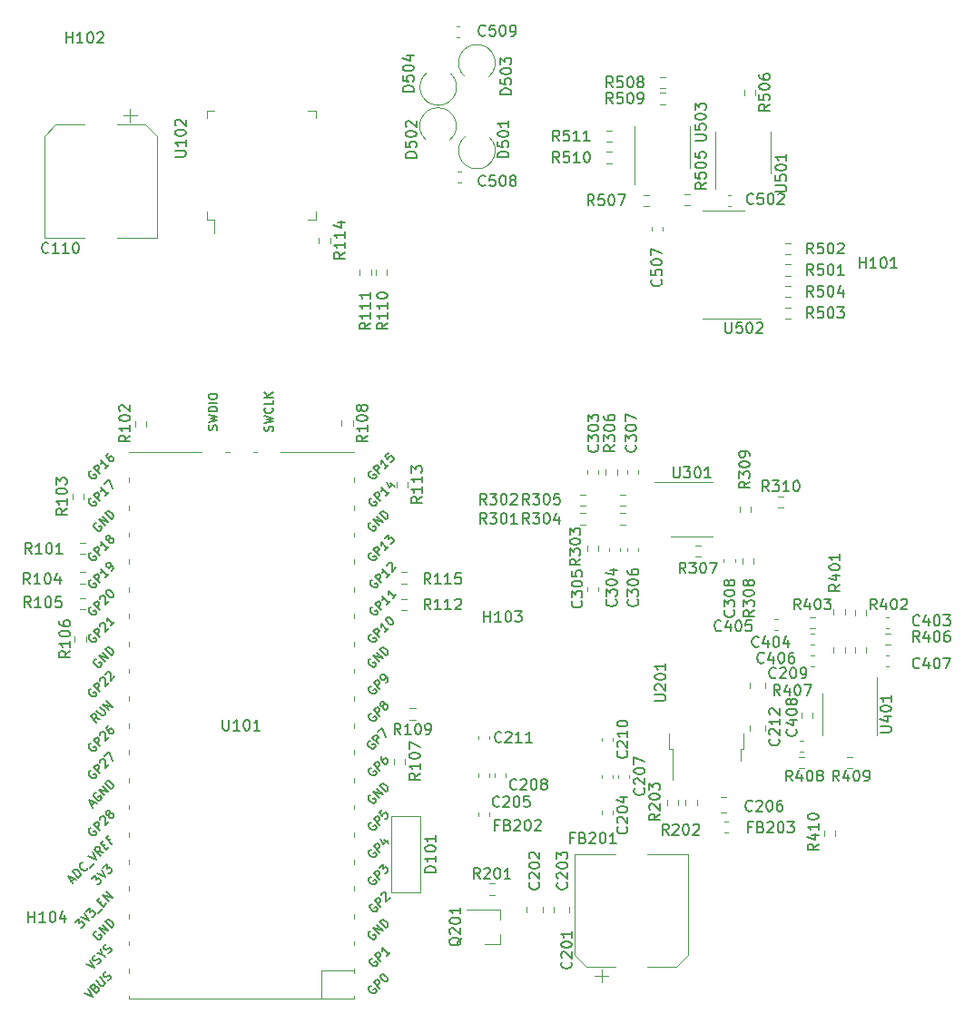
<source format=gbr>
%TF.GenerationSoftware,KiCad,Pcbnew,(6.0.0)*%
%TF.CreationDate,2022-02-27T22:59:39+01:00*%
%TF.ProjectId,board,626f6172-642e-46b6-9963-61645f706362,rev?*%
%TF.SameCoordinates,Original*%
%TF.FileFunction,Legend,Top*%
%TF.FilePolarity,Positive*%
%FSLAX46Y46*%
G04 Gerber Fmt 4.6, Leading zero omitted, Abs format (unit mm)*
G04 Created by KiCad (PCBNEW (6.0.0)) date 2022-02-27 22:59:39*
%MOMM*%
%LPD*%
G01*
G04 APERTURE LIST*
%ADD10C,0.150000*%
%ADD11C,0.120000*%
G04 APERTURE END LIST*
D10*
%TO.C,D501*%
X191552380Y-38272242D02*
X190552380Y-38272242D01*
X190552380Y-38034146D01*
X190600000Y-37891289D01*
X190695238Y-37796051D01*
X190790476Y-37748432D01*
X190980952Y-37700813D01*
X191123809Y-37700813D01*
X191314285Y-37748432D01*
X191409523Y-37796051D01*
X191504761Y-37891289D01*
X191552380Y-38034146D01*
X191552380Y-38272242D01*
X190552380Y-36796051D02*
X190552380Y-37272242D01*
X191028571Y-37319861D01*
X190980952Y-37272242D01*
X190933333Y-37177004D01*
X190933333Y-36938908D01*
X190980952Y-36843670D01*
X191028571Y-36796051D01*
X191123809Y-36748432D01*
X191361904Y-36748432D01*
X191457142Y-36796051D01*
X191504761Y-36843670D01*
X191552380Y-36938908D01*
X191552380Y-37177004D01*
X191504761Y-37272242D01*
X191457142Y-37319861D01*
X190552380Y-36129385D02*
X190552380Y-36034146D01*
X190600000Y-35938908D01*
X190647619Y-35891289D01*
X190742857Y-35843670D01*
X190933333Y-35796051D01*
X191171428Y-35796051D01*
X191361904Y-35843670D01*
X191457142Y-35891289D01*
X191504761Y-35938908D01*
X191552380Y-36034146D01*
X191552380Y-36129385D01*
X191504761Y-36224623D01*
X191457142Y-36272242D01*
X191361904Y-36319861D01*
X191171428Y-36367480D01*
X190933333Y-36367480D01*
X190742857Y-36319861D01*
X190647619Y-36272242D01*
X190600000Y-36224623D01*
X190552380Y-36129385D01*
X191552380Y-34843670D02*
X191552380Y-35415099D01*
X191552380Y-35129385D02*
X190552380Y-35129385D01*
X190695238Y-35224623D01*
X190790476Y-35319861D01*
X190838095Y-35415099D01*
%TO.C,D502*%
X182952380Y-38293793D02*
X181952380Y-38293793D01*
X181952380Y-38055697D01*
X182000000Y-37912840D01*
X182095238Y-37817602D01*
X182190476Y-37769983D01*
X182380952Y-37722364D01*
X182523809Y-37722364D01*
X182714285Y-37769983D01*
X182809523Y-37817602D01*
X182904761Y-37912840D01*
X182952380Y-38055697D01*
X182952380Y-38293793D01*
X181952380Y-36817602D02*
X181952380Y-37293793D01*
X182428571Y-37341412D01*
X182380952Y-37293793D01*
X182333333Y-37198555D01*
X182333333Y-36960459D01*
X182380952Y-36865221D01*
X182428571Y-36817602D01*
X182523809Y-36769983D01*
X182761904Y-36769983D01*
X182857142Y-36817602D01*
X182904761Y-36865221D01*
X182952380Y-36960459D01*
X182952380Y-37198555D01*
X182904761Y-37293793D01*
X182857142Y-37341412D01*
X181952380Y-36150936D02*
X181952380Y-36055697D01*
X182000000Y-35960459D01*
X182047619Y-35912840D01*
X182142857Y-35865221D01*
X182333333Y-35817602D01*
X182571428Y-35817602D01*
X182761904Y-35865221D01*
X182857142Y-35912840D01*
X182904761Y-35960459D01*
X182952380Y-36055697D01*
X182952380Y-36150936D01*
X182904761Y-36246174D01*
X182857142Y-36293793D01*
X182761904Y-36341412D01*
X182571428Y-36389031D01*
X182333333Y-36389031D01*
X182142857Y-36341412D01*
X182047619Y-36293793D01*
X182000000Y-36246174D01*
X181952380Y-36150936D01*
X182047619Y-35436650D02*
X182000000Y-35389031D01*
X181952380Y-35293793D01*
X181952380Y-35055697D01*
X182000000Y-34960459D01*
X182047619Y-34912840D01*
X182142857Y-34865221D01*
X182238095Y-34865221D01*
X182380952Y-34912840D01*
X182952380Y-35484269D01*
X182952380Y-34865221D01*
%TO.C,D504*%
X182701745Y-32135476D02*
X181701745Y-32135476D01*
X181701745Y-31897380D01*
X181749365Y-31754523D01*
X181844603Y-31659285D01*
X181939841Y-31611666D01*
X182130317Y-31564047D01*
X182273174Y-31564047D01*
X182463650Y-31611666D01*
X182558888Y-31659285D01*
X182654126Y-31754523D01*
X182701745Y-31897380D01*
X182701745Y-32135476D01*
X181701745Y-30659285D02*
X181701745Y-31135476D01*
X182177936Y-31183095D01*
X182130317Y-31135476D01*
X182082698Y-31040238D01*
X182082698Y-30802142D01*
X182130317Y-30706904D01*
X182177936Y-30659285D01*
X182273174Y-30611666D01*
X182511269Y-30611666D01*
X182606507Y-30659285D01*
X182654126Y-30706904D01*
X182701745Y-30802142D01*
X182701745Y-31040238D01*
X182654126Y-31135476D01*
X182606507Y-31183095D01*
X181701745Y-29992619D02*
X181701745Y-29897380D01*
X181749365Y-29802142D01*
X181796984Y-29754523D01*
X181892222Y-29706904D01*
X182082698Y-29659285D01*
X182320793Y-29659285D01*
X182511269Y-29706904D01*
X182606507Y-29754523D01*
X182654126Y-29802142D01*
X182701745Y-29897380D01*
X182701745Y-29992619D01*
X182654126Y-30087857D01*
X182606507Y-30135476D01*
X182511269Y-30183095D01*
X182320793Y-30230714D01*
X182082698Y-30230714D01*
X181892222Y-30183095D01*
X181796984Y-30135476D01*
X181749365Y-30087857D01*
X181701745Y-29992619D01*
X182035079Y-28802142D02*
X182701745Y-28802142D01*
X181654126Y-29040238D02*
X182368412Y-29278333D01*
X182368412Y-28659285D01*
%TO.C,D503*%
X191803015Y-32420476D02*
X190803015Y-32420476D01*
X190803015Y-32182380D01*
X190850635Y-32039523D01*
X190945873Y-31944285D01*
X191041111Y-31896666D01*
X191231587Y-31849047D01*
X191374444Y-31849047D01*
X191564920Y-31896666D01*
X191660158Y-31944285D01*
X191755396Y-32039523D01*
X191803015Y-32182380D01*
X191803015Y-32420476D01*
X190803015Y-30944285D02*
X190803015Y-31420476D01*
X191279206Y-31468095D01*
X191231587Y-31420476D01*
X191183968Y-31325238D01*
X191183968Y-31087142D01*
X191231587Y-30991904D01*
X191279206Y-30944285D01*
X191374444Y-30896666D01*
X191612539Y-30896666D01*
X191707777Y-30944285D01*
X191755396Y-30991904D01*
X191803015Y-31087142D01*
X191803015Y-31325238D01*
X191755396Y-31420476D01*
X191707777Y-31468095D01*
X190803015Y-30277619D02*
X190803015Y-30182380D01*
X190850635Y-30087142D01*
X190898254Y-30039523D01*
X190993492Y-29991904D01*
X191183968Y-29944285D01*
X191422063Y-29944285D01*
X191612539Y-29991904D01*
X191707777Y-30039523D01*
X191755396Y-30087142D01*
X191803015Y-30182380D01*
X191803015Y-30277619D01*
X191755396Y-30372857D01*
X191707777Y-30420476D01*
X191612539Y-30468095D01*
X191422063Y-30515714D01*
X191183968Y-30515714D01*
X190993492Y-30468095D01*
X190898254Y-30420476D01*
X190850635Y-30372857D01*
X190803015Y-30277619D01*
X190803015Y-29610952D02*
X190803015Y-28991904D01*
X191183968Y-29325238D01*
X191183968Y-29182380D01*
X191231587Y-29087142D01*
X191279206Y-29039523D01*
X191374444Y-28991904D01*
X191612539Y-28991904D01*
X191707777Y-29039523D01*
X191755396Y-29087142D01*
X191803015Y-29182380D01*
X191803015Y-29468095D01*
X191755396Y-29563333D01*
X191707777Y-29610952D01*
%TO.C,R301*%
X189480952Y-72452380D02*
X189147619Y-71976190D01*
X188909523Y-72452380D02*
X188909523Y-71452380D01*
X189290476Y-71452380D01*
X189385714Y-71500000D01*
X189433333Y-71547619D01*
X189480952Y-71642857D01*
X189480952Y-71785714D01*
X189433333Y-71880952D01*
X189385714Y-71928571D01*
X189290476Y-71976190D01*
X188909523Y-71976190D01*
X189814285Y-71452380D02*
X190433333Y-71452380D01*
X190100000Y-71833333D01*
X190242857Y-71833333D01*
X190338095Y-71880952D01*
X190385714Y-71928571D01*
X190433333Y-72023809D01*
X190433333Y-72261904D01*
X190385714Y-72357142D01*
X190338095Y-72404761D01*
X190242857Y-72452380D01*
X189957142Y-72452380D01*
X189861904Y-72404761D01*
X189814285Y-72357142D01*
X191052380Y-71452380D02*
X191147619Y-71452380D01*
X191242857Y-71500000D01*
X191290476Y-71547619D01*
X191338095Y-71642857D01*
X191385714Y-71833333D01*
X191385714Y-72071428D01*
X191338095Y-72261904D01*
X191290476Y-72357142D01*
X191242857Y-72404761D01*
X191147619Y-72452380D01*
X191052380Y-72452380D01*
X190957142Y-72404761D01*
X190909523Y-72357142D01*
X190861904Y-72261904D01*
X190814285Y-72071428D01*
X190814285Y-71833333D01*
X190861904Y-71642857D01*
X190909523Y-71547619D01*
X190957142Y-71500000D01*
X191052380Y-71452380D01*
X192338095Y-72452380D02*
X191766666Y-72452380D01*
X192052380Y-72452380D02*
X192052380Y-71452380D01*
X191957142Y-71595238D01*
X191861904Y-71690476D01*
X191766666Y-71738095D01*
%TO.C,R111*%
X178652380Y-53719047D02*
X178176190Y-54052380D01*
X178652380Y-54290476D02*
X177652380Y-54290476D01*
X177652380Y-53909523D01*
X177700000Y-53814285D01*
X177747619Y-53766666D01*
X177842857Y-53719047D01*
X177985714Y-53719047D01*
X178080952Y-53766666D01*
X178128571Y-53814285D01*
X178176190Y-53909523D01*
X178176190Y-54290476D01*
X178652380Y-52766666D02*
X178652380Y-53338095D01*
X178652380Y-53052380D02*
X177652380Y-53052380D01*
X177795238Y-53147619D01*
X177890476Y-53242857D01*
X177938095Y-53338095D01*
X178652380Y-51814285D02*
X178652380Y-52385714D01*
X178652380Y-52100000D02*
X177652380Y-52100000D01*
X177795238Y-52195238D01*
X177890476Y-52290476D01*
X177938095Y-52385714D01*
X178652380Y-50861904D02*
X178652380Y-51433333D01*
X178652380Y-51147619D02*
X177652380Y-51147619D01*
X177795238Y-51242857D01*
X177890476Y-51338095D01*
X177938095Y-51433333D01*
%TO.C,FB203*%
X214214285Y-100728571D02*
X213880952Y-100728571D01*
X213880952Y-101252380D02*
X213880952Y-100252380D01*
X214357142Y-100252380D01*
X215071428Y-100728571D02*
X215214285Y-100776190D01*
X215261904Y-100823809D01*
X215309523Y-100919047D01*
X215309523Y-101061904D01*
X215261904Y-101157142D01*
X215214285Y-101204761D01*
X215119047Y-101252380D01*
X214738095Y-101252380D01*
X214738095Y-100252380D01*
X215071428Y-100252380D01*
X215166666Y-100300000D01*
X215214285Y-100347619D01*
X215261904Y-100442857D01*
X215261904Y-100538095D01*
X215214285Y-100633333D01*
X215166666Y-100680952D01*
X215071428Y-100728571D01*
X214738095Y-100728571D01*
X215690476Y-100347619D02*
X215738095Y-100300000D01*
X215833333Y-100252380D01*
X216071428Y-100252380D01*
X216166666Y-100300000D01*
X216214285Y-100347619D01*
X216261904Y-100442857D01*
X216261904Y-100538095D01*
X216214285Y-100680952D01*
X215642857Y-101252380D01*
X216261904Y-101252380D01*
X216880952Y-100252380D02*
X216976190Y-100252380D01*
X217071428Y-100300000D01*
X217119047Y-100347619D01*
X217166666Y-100442857D01*
X217214285Y-100633333D01*
X217214285Y-100871428D01*
X217166666Y-101061904D01*
X217119047Y-101157142D01*
X217071428Y-101204761D01*
X216976190Y-101252380D01*
X216880952Y-101252380D01*
X216785714Y-101204761D01*
X216738095Y-101157142D01*
X216690476Y-101061904D01*
X216642857Y-100871428D01*
X216642857Y-100633333D01*
X216690476Y-100442857D01*
X216738095Y-100347619D01*
X216785714Y-100300000D01*
X216880952Y-100252380D01*
X217547619Y-100252380D02*
X218166666Y-100252380D01*
X217833333Y-100633333D01*
X217976190Y-100633333D01*
X218071428Y-100680952D01*
X218119047Y-100728571D01*
X218166666Y-100823809D01*
X218166666Y-101061904D01*
X218119047Y-101157142D01*
X218071428Y-101204761D01*
X217976190Y-101252380D01*
X217690476Y-101252380D01*
X217595238Y-101204761D01*
X217547619Y-101157142D01*
%TO.C,C205*%
X190680952Y-98757142D02*
X190633333Y-98804761D01*
X190490476Y-98852380D01*
X190395238Y-98852380D01*
X190252380Y-98804761D01*
X190157142Y-98709523D01*
X190109523Y-98614285D01*
X190061904Y-98423809D01*
X190061904Y-98280952D01*
X190109523Y-98090476D01*
X190157142Y-97995238D01*
X190252380Y-97900000D01*
X190395238Y-97852380D01*
X190490476Y-97852380D01*
X190633333Y-97900000D01*
X190680952Y-97947619D01*
X191061904Y-97947619D02*
X191109523Y-97900000D01*
X191204761Y-97852380D01*
X191442857Y-97852380D01*
X191538095Y-97900000D01*
X191585714Y-97947619D01*
X191633333Y-98042857D01*
X191633333Y-98138095D01*
X191585714Y-98280952D01*
X191014285Y-98852380D01*
X191633333Y-98852380D01*
X192252380Y-97852380D02*
X192347619Y-97852380D01*
X192442857Y-97900000D01*
X192490476Y-97947619D01*
X192538095Y-98042857D01*
X192585714Y-98233333D01*
X192585714Y-98471428D01*
X192538095Y-98661904D01*
X192490476Y-98757142D01*
X192442857Y-98804761D01*
X192347619Y-98852380D01*
X192252380Y-98852380D01*
X192157142Y-98804761D01*
X192109523Y-98757142D01*
X192061904Y-98661904D01*
X192014285Y-98471428D01*
X192014285Y-98233333D01*
X192061904Y-98042857D01*
X192109523Y-97947619D01*
X192157142Y-97900000D01*
X192252380Y-97852380D01*
X193490476Y-97852380D02*
X193014285Y-97852380D01*
X192966666Y-98328571D01*
X193014285Y-98280952D01*
X193109523Y-98233333D01*
X193347619Y-98233333D01*
X193442857Y-98280952D01*
X193490476Y-98328571D01*
X193538095Y-98423809D01*
X193538095Y-98661904D01*
X193490476Y-98757142D01*
X193442857Y-98804761D01*
X193347619Y-98852380D01*
X193109523Y-98852380D01*
X193014285Y-98804761D01*
X192966666Y-98757142D01*
%TO.C,U502*%
X211785714Y-53652380D02*
X211785714Y-54461904D01*
X211833333Y-54557142D01*
X211880952Y-54604761D01*
X211976190Y-54652380D01*
X212166666Y-54652380D01*
X212261904Y-54604761D01*
X212309523Y-54557142D01*
X212357142Y-54461904D01*
X212357142Y-53652380D01*
X213309523Y-53652380D02*
X212833333Y-53652380D01*
X212785714Y-54128571D01*
X212833333Y-54080952D01*
X212928571Y-54033333D01*
X213166666Y-54033333D01*
X213261904Y-54080952D01*
X213309523Y-54128571D01*
X213357142Y-54223809D01*
X213357142Y-54461904D01*
X213309523Y-54557142D01*
X213261904Y-54604761D01*
X213166666Y-54652380D01*
X212928571Y-54652380D01*
X212833333Y-54604761D01*
X212785714Y-54557142D01*
X213976190Y-53652380D02*
X214071428Y-53652380D01*
X214166666Y-53700000D01*
X214214285Y-53747619D01*
X214261904Y-53842857D01*
X214309523Y-54033333D01*
X214309523Y-54271428D01*
X214261904Y-54461904D01*
X214214285Y-54557142D01*
X214166666Y-54604761D01*
X214071428Y-54652380D01*
X213976190Y-54652380D01*
X213880952Y-54604761D01*
X213833333Y-54557142D01*
X213785714Y-54461904D01*
X213738095Y-54271428D01*
X213738095Y-54033333D01*
X213785714Y-53842857D01*
X213833333Y-53747619D01*
X213880952Y-53700000D01*
X213976190Y-53652380D01*
X214690476Y-53747619D02*
X214738095Y-53700000D01*
X214833333Y-53652380D01*
X215071428Y-53652380D01*
X215166666Y-53700000D01*
X215214285Y-53747619D01*
X215261904Y-53842857D01*
X215261904Y-53938095D01*
X215214285Y-54080952D01*
X214642857Y-54652380D01*
X215261904Y-54652380D01*
%TO.C,Q201*%
X187147619Y-111047619D02*
X187100000Y-111142857D01*
X187004761Y-111238095D01*
X186861904Y-111380952D01*
X186814285Y-111476190D01*
X186814285Y-111571428D01*
X187052380Y-111523809D02*
X187004761Y-111619047D01*
X186909523Y-111714285D01*
X186719047Y-111761904D01*
X186385714Y-111761904D01*
X186195238Y-111714285D01*
X186100000Y-111619047D01*
X186052380Y-111523809D01*
X186052380Y-111333333D01*
X186100000Y-111238095D01*
X186195238Y-111142857D01*
X186385714Y-111095238D01*
X186719047Y-111095238D01*
X186909523Y-111142857D01*
X187004761Y-111238095D01*
X187052380Y-111333333D01*
X187052380Y-111523809D01*
X186147619Y-110714285D02*
X186100000Y-110666666D01*
X186052380Y-110571428D01*
X186052380Y-110333333D01*
X186100000Y-110238095D01*
X186147619Y-110190476D01*
X186242857Y-110142857D01*
X186338095Y-110142857D01*
X186480952Y-110190476D01*
X187052380Y-110761904D01*
X187052380Y-110142857D01*
X186052380Y-109523809D02*
X186052380Y-109428571D01*
X186100000Y-109333333D01*
X186147619Y-109285714D01*
X186242857Y-109238095D01*
X186433333Y-109190476D01*
X186671428Y-109190476D01*
X186861904Y-109238095D01*
X186957142Y-109285714D01*
X187004761Y-109333333D01*
X187052380Y-109428571D01*
X187052380Y-109523809D01*
X187004761Y-109619047D01*
X186957142Y-109666666D01*
X186861904Y-109714285D01*
X186671428Y-109761904D01*
X186433333Y-109761904D01*
X186242857Y-109714285D01*
X186147619Y-109666666D01*
X186100000Y-109619047D01*
X186052380Y-109523809D01*
X187052380Y-108238095D02*
X187052380Y-108809523D01*
X187052380Y-108523809D02*
X186052380Y-108523809D01*
X186195238Y-108619047D01*
X186290476Y-108714285D01*
X186338095Y-108809523D01*
%TO.C,R508*%
X201280952Y-31752380D02*
X200947619Y-31276190D01*
X200709523Y-31752380D02*
X200709523Y-30752380D01*
X201090476Y-30752380D01*
X201185714Y-30800000D01*
X201233333Y-30847619D01*
X201280952Y-30942857D01*
X201280952Y-31085714D01*
X201233333Y-31180952D01*
X201185714Y-31228571D01*
X201090476Y-31276190D01*
X200709523Y-31276190D01*
X202185714Y-30752380D02*
X201709523Y-30752380D01*
X201661904Y-31228571D01*
X201709523Y-31180952D01*
X201804761Y-31133333D01*
X202042857Y-31133333D01*
X202138095Y-31180952D01*
X202185714Y-31228571D01*
X202233333Y-31323809D01*
X202233333Y-31561904D01*
X202185714Y-31657142D01*
X202138095Y-31704761D01*
X202042857Y-31752380D01*
X201804761Y-31752380D01*
X201709523Y-31704761D01*
X201661904Y-31657142D01*
X202852380Y-30752380D02*
X202947619Y-30752380D01*
X203042857Y-30800000D01*
X203090476Y-30847619D01*
X203138095Y-30942857D01*
X203185714Y-31133333D01*
X203185714Y-31371428D01*
X203138095Y-31561904D01*
X203090476Y-31657142D01*
X203042857Y-31704761D01*
X202947619Y-31752380D01*
X202852380Y-31752380D01*
X202757142Y-31704761D01*
X202709523Y-31657142D01*
X202661904Y-31561904D01*
X202614285Y-31371428D01*
X202614285Y-31133333D01*
X202661904Y-30942857D01*
X202709523Y-30847619D01*
X202757142Y-30800000D01*
X202852380Y-30752380D01*
X203757142Y-31180952D02*
X203661904Y-31133333D01*
X203614285Y-31085714D01*
X203566666Y-30990476D01*
X203566666Y-30942857D01*
X203614285Y-30847619D01*
X203661904Y-30800000D01*
X203757142Y-30752380D01*
X203947619Y-30752380D01*
X204042857Y-30800000D01*
X204090476Y-30847619D01*
X204138095Y-30942857D01*
X204138095Y-30990476D01*
X204090476Y-31085714D01*
X204042857Y-31133333D01*
X203947619Y-31180952D01*
X203757142Y-31180952D01*
X203661904Y-31228571D01*
X203614285Y-31276190D01*
X203566666Y-31371428D01*
X203566666Y-31561904D01*
X203614285Y-31657142D01*
X203661904Y-31704761D01*
X203757142Y-31752380D01*
X203947619Y-31752380D01*
X204042857Y-31704761D01*
X204090476Y-31657142D01*
X204138095Y-31561904D01*
X204138095Y-31371428D01*
X204090476Y-31276190D01*
X204042857Y-31228571D01*
X203947619Y-31180952D01*
%TO.C,R108*%
X178382380Y-64206547D02*
X177906190Y-64539880D01*
X178382380Y-64777976D02*
X177382380Y-64777976D01*
X177382380Y-64397023D01*
X177430000Y-64301785D01*
X177477619Y-64254166D01*
X177572857Y-64206547D01*
X177715714Y-64206547D01*
X177810952Y-64254166D01*
X177858571Y-64301785D01*
X177906190Y-64397023D01*
X177906190Y-64777976D01*
X178382380Y-63254166D02*
X178382380Y-63825595D01*
X178382380Y-63539880D02*
X177382380Y-63539880D01*
X177525238Y-63635119D01*
X177620476Y-63730357D01*
X177668095Y-63825595D01*
X177382380Y-62635119D02*
X177382380Y-62539880D01*
X177430000Y-62444642D01*
X177477619Y-62397023D01*
X177572857Y-62349404D01*
X177763333Y-62301785D01*
X178001428Y-62301785D01*
X178191904Y-62349404D01*
X178287142Y-62397023D01*
X178334761Y-62444642D01*
X178382380Y-62539880D01*
X178382380Y-62635119D01*
X178334761Y-62730357D01*
X178287142Y-62777976D01*
X178191904Y-62825595D01*
X178001428Y-62873214D01*
X177763333Y-62873214D01*
X177572857Y-62825595D01*
X177477619Y-62777976D01*
X177430000Y-62730357D01*
X177382380Y-62635119D01*
X177810952Y-61730357D02*
X177763333Y-61825595D01*
X177715714Y-61873214D01*
X177620476Y-61920833D01*
X177572857Y-61920833D01*
X177477619Y-61873214D01*
X177430000Y-61825595D01*
X177382380Y-61730357D01*
X177382380Y-61539880D01*
X177430000Y-61444642D01*
X177477619Y-61397023D01*
X177572857Y-61349404D01*
X177620476Y-61349404D01*
X177715714Y-61397023D01*
X177763333Y-61444642D01*
X177810952Y-61539880D01*
X177810952Y-61730357D01*
X177858571Y-61825595D01*
X177906190Y-61873214D01*
X178001428Y-61920833D01*
X178191904Y-61920833D01*
X178287142Y-61873214D01*
X178334761Y-61825595D01*
X178382380Y-61730357D01*
X178382380Y-61539880D01*
X178334761Y-61444642D01*
X178287142Y-61397023D01*
X178191904Y-61349404D01*
X178001428Y-61349404D01*
X177906190Y-61397023D01*
X177858571Y-61444642D01*
X177810952Y-61539880D01*
%TO.C,R201*%
X188880952Y-105559880D02*
X188547619Y-105083690D01*
X188309523Y-105559880D02*
X188309523Y-104559880D01*
X188690476Y-104559880D01*
X188785714Y-104607500D01*
X188833333Y-104655119D01*
X188880952Y-104750357D01*
X188880952Y-104893214D01*
X188833333Y-104988452D01*
X188785714Y-105036071D01*
X188690476Y-105083690D01*
X188309523Y-105083690D01*
X189261904Y-104655119D02*
X189309523Y-104607500D01*
X189404761Y-104559880D01*
X189642857Y-104559880D01*
X189738095Y-104607500D01*
X189785714Y-104655119D01*
X189833333Y-104750357D01*
X189833333Y-104845595D01*
X189785714Y-104988452D01*
X189214285Y-105559880D01*
X189833333Y-105559880D01*
X190452380Y-104559880D02*
X190547619Y-104559880D01*
X190642857Y-104607500D01*
X190690476Y-104655119D01*
X190738095Y-104750357D01*
X190785714Y-104940833D01*
X190785714Y-105178928D01*
X190738095Y-105369404D01*
X190690476Y-105464642D01*
X190642857Y-105512261D01*
X190547619Y-105559880D01*
X190452380Y-105559880D01*
X190357142Y-105512261D01*
X190309523Y-105464642D01*
X190261904Y-105369404D01*
X190214285Y-105178928D01*
X190214285Y-104940833D01*
X190261904Y-104750357D01*
X190309523Y-104655119D01*
X190357142Y-104607500D01*
X190452380Y-104559880D01*
X191738095Y-105559880D02*
X191166666Y-105559880D01*
X191452380Y-105559880D02*
X191452380Y-104559880D01*
X191357142Y-104702738D01*
X191261904Y-104797976D01*
X191166666Y-104845595D01*
%TO.C,R308*%
X214452380Y-80519047D02*
X213976190Y-80852380D01*
X214452380Y-81090476D02*
X213452380Y-81090476D01*
X213452380Y-80709523D01*
X213500000Y-80614285D01*
X213547619Y-80566666D01*
X213642857Y-80519047D01*
X213785714Y-80519047D01*
X213880952Y-80566666D01*
X213928571Y-80614285D01*
X213976190Y-80709523D01*
X213976190Y-81090476D01*
X213452380Y-80185714D02*
X213452380Y-79566666D01*
X213833333Y-79900000D01*
X213833333Y-79757142D01*
X213880952Y-79661904D01*
X213928571Y-79614285D01*
X214023809Y-79566666D01*
X214261904Y-79566666D01*
X214357142Y-79614285D01*
X214404761Y-79661904D01*
X214452380Y-79757142D01*
X214452380Y-80042857D01*
X214404761Y-80138095D01*
X214357142Y-80185714D01*
X213452380Y-78947619D02*
X213452380Y-78852380D01*
X213500000Y-78757142D01*
X213547619Y-78709523D01*
X213642857Y-78661904D01*
X213833333Y-78614285D01*
X214071428Y-78614285D01*
X214261904Y-78661904D01*
X214357142Y-78709523D01*
X214404761Y-78757142D01*
X214452380Y-78852380D01*
X214452380Y-78947619D01*
X214404761Y-79042857D01*
X214357142Y-79090476D01*
X214261904Y-79138095D01*
X214071428Y-79185714D01*
X213833333Y-79185714D01*
X213642857Y-79138095D01*
X213547619Y-79090476D01*
X213500000Y-79042857D01*
X213452380Y-78947619D01*
X213880952Y-78042857D02*
X213833333Y-78138095D01*
X213785714Y-78185714D01*
X213690476Y-78233333D01*
X213642857Y-78233333D01*
X213547619Y-78185714D01*
X213500000Y-78138095D01*
X213452380Y-78042857D01*
X213452380Y-77852380D01*
X213500000Y-77757142D01*
X213547619Y-77709523D01*
X213642857Y-77661904D01*
X213690476Y-77661904D01*
X213785714Y-77709523D01*
X213833333Y-77757142D01*
X213880952Y-77852380D01*
X213880952Y-78042857D01*
X213928571Y-78138095D01*
X213976190Y-78185714D01*
X214071428Y-78233333D01*
X214261904Y-78233333D01*
X214357142Y-78185714D01*
X214404761Y-78138095D01*
X214452380Y-78042857D01*
X214452380Y-77852380D01*
X214404761Y-77757142D01*
X214357142Y-77709523D01*
X214261904Y-77661904D01*
X214071428Y-77661904D01*
X213976190Y-77709523D01*
X213928571Y-77757142D01*
X213880952Y-77852380D01*
%TO.C,D101*%
X184752380Y-104940476D02*
X183752380Y-104940476D01*
X183752380Y-104702380D01*
X183800000Y-104559523D01*
X183895238Y-104464285D01*
X183990476Y-104416666D01*
X184180952Y-104369047D01*
X184323809Y-104369047D01*
X184514285Y-104416666D01*
X184609523Y-104464285D01*
X184704761Y-104559523D01*
X184752380Y-104702380D01*
X184752380Y-104940476D01*
X184752380Y-103416666D02*
X184752380Y-103988095D01*
X184752380Y-103702380D02*
X183752380Y-103702380D01*
X183895238Y-103797619D01*
X183990476Y-103892857D01*
X184038095Y-103988095D01*
X183752380Y-102797619D02*
X183752380Y-102702380D01*
X183800000Y-102607142D01*
X183847619Y-102559523D01*
X183942857Y-102511904D01*
X184133333Y-102464285D01*
X184371428Y-102464285D01*
X184561904Y-102511904D01*
X184657142Y-102559523D01*
X184704761Y-102607142D01*
X184752380Y-102702380D01*
X184752380Y-102797619D01*
X184704761Y-102892857D01*
X184657142Y-102940476D01*
X184561904Y-102988095D01*
X184371428Y-103035714D01*
X184133333Y-103035714D01*
X183942857Y-102988095D01*
X183847619Y-102940476D01*
X183800000Y-102892857D01*
X183752380Y-102797619D01*
X184752380Y-101511904D02*
X184752380Y-102083333D01*
X184752380Y-101797619D02*
X183752380Y-101797619D01*
X183895238Y-101892857D01*
X183990476Y-101988095D01*
X184038095Y-102083333D01*
%TO.C,R103*%
X150352380Y-71031547D02*
X149876190Y-71364880D01*
X150352380Y-71602976D02*
X149352380Y-71602976D01*
X149352380Y-71222023D01*
X149400000Y-71126785D01*
X149447619Y-71079166D01*
X149542857Y-71031547D01*
X149685714Y-71031547D01*
X149780952Y-71079166D01*
X149828571Y-71126785D01*
X149876190Y-71222023D01*
X149876190Y-71602976D01*
X150352380Y-70079166D02*
X150352380Y-70650595D01*
X150352380Y-70364880D02*
X149352380Y-70364880D01*
X149495238Y-70460119D01*
X149590476Y-70555357D01*
X149638095Y-70650595D01*
X149352380Y-69460119D02*
X149352380Y-69364880D01*
X149400000Y-69269642D01*
X149447619Y-69222023D01*
X149542857Y-69174404D01*
X149733333Y-69126785D01*
X149971428Y-69126785D01*
X150161904Y-69174404D01*
X150257142Y-69222023D01*
X150304761Y-69269642D01*
X150352380Y-69364880D01*
X150352380Y-69460119D01*
X150304761Y-69555357D01*
X150257142Y-69602976D01*
X150161904Y-69650595D01*
X149971428Y-69698214D01*
X149733333Y-69698214D01*
X149542857Y-69650595D01*
X149447619Y-69602976D01*
X149400000Y-69555357D01*
X149352380Y-69460119D01*
X149352380Y-68793452D02*
X149352380Y-68174404D01*
X149733333Y-68507738D01*
X149733333Y-68364880D01*
X149780952Y-68269642D01*
X149828571Y-68222023D01*
X149923809Y-68174404D01*
X150161904Y-68174404D01*
X150257142Y-68222023D01*
X150304761Y-68269642D01*
X150352380Y-68364880D01*
X150352380Y-68650595D01*
X150304761Y-68745833D01*
X150257142Y-68793452D01*
%TO.C,C308*%
X212557142Y-80519047D02*
X212604761Y-80566666D01*
X212652380Y-80709523D01*
X212652380Y-80804761D01*
X212604761Y-80947619D01*
X212509523Y-81042857D01*
X212414285Y-81090476D01*
X212223809Y-81138095D01*
X212080952Y-81138095D01*
X211890476Y-81090476D01*
X211795238Y-81042857D01*
X211700000Y-80947619D01*
X211652380Y-80804761D01*
X211652380Y-80709523D01*
X211700000Y-80566666D01*
X211747619Y-80519047D01*
X211652380Y-80185714D02*
X211652380Y-79566666D01*
X212033333Y-79900000D01*
X212033333Y-79757142D01*
X212080952Y-79661904D01*
X212128571Y-79614285D01*
X212223809Y-79566666D01*
X212461904Y-79566666D01*
X212557142Y-79614285D01*
X212604761Y-79661904D01*
X212652380Y-79757142D01*
X212652380Y-80042857D01*
X212604761Y-80138095D01*
X212557142Y-80185714D01*
X211652380Y-78947619D02*
X211652380Y-78852380D01*
X211700000Y-78757142D01*
X211747619Y-78709523D01*
X211842857Y-78661904D01*
X212033333Y-78614285D01*
X212271428Y-78614285D01*
X212461904Y-78661904D01*
X212557142Y-78709523D01*
X212604761Y-78757142D01*
X212652380Y-78852380D01*
X212652380Y-78947619D01*
X212604761Y-79042857D01*
X212557142Y-79090476D01*
X212461904Y-79138095D01*
X212271428Y-79185714D01*
X212033333Y-79185714D01*
X211842857Y-79138095D01*
X211747619Y-79090476D01*
X211700000Y-79042857D01*
X211652380Y-78947619D01*
X212080952Y-78042857D02*
X212033333Y-78138095D01*
X211985714Y-78185714D01*
X211890476Y-78233333D01*
X211842857Y-78233333D01*
X211747619Y-78185714D01*
X211700000Y-78138095D01*
X211652380Y-78042857D01*
X211652380Y-77852380D01*
X211700000Y-77757142D01*
X211747619Y-77709523D01*
X211842857Y-77661904D01*
X211890476Y-77661904D01*
X211985714Y-77709523D01*
X212033333Y-77757142D01*
X212080952Y-77852380D01*
X212080952Y-78042857D01*
X212128571Y-78138095D01*
X212176190Y-78185714D01*
X212271428Y-78233333D01*
X212461904Y-78233333D01*
X212557142Y-78185714D01*
X212604761Y-78138095D01*
X212652380Y-78042857D01*
X212652380Y-77852380D01*
X212604761Y-77757142D01*
X212557142Y-77709523D01*
X212461904Y-77661904D01*
X212271428Y-77661904D01*
X212176190Y-77709523D01*
X212128571Y-77757142D01*
X212080952Y-77852380D01*
%TO.C,R402*%
X225880952Y-80452380D02*
X225547619Y-79976190D01*
X225309523Y-80452380D02*
X225309523Y-79452380D01*
X225690476Y-79452380D01*
X225785714Y-79500000D01*
X225833333Y-79547619D01*
X225880952Y-79642857D01*
X225880952Y-79785714D01*
X225833333Y-79880952D01*
X225785714Y-79928571D01*
X225690476Y-79976190D01*
X225309523Y-79976190D01*
X226738095Y-79785714D02*
X226738095Y-80452380D01*
X226500000Y-79404761D02*
X226261904Y-80119047D01*
X226880952Y-80119047D01*
X227452380Y-79452380D02*
X227547619Y-79452380D01*
X227642857Y-79500000D01*
X227690476Y-79547619D01*
X227738095Y-79642857D01*
X227785714Y-79833333D01*
X227785714Y-80071428D01*
X227738095Y-80261904D01*
X227690476Y-80357142D01*
X227642857Y-80404761D01*
X227547619Y-80452380D01*
X227452380Y-80452380D01*
X227357142Y-80404761D01*
X227309523Y-80357142D01*
X227261904Y-80261904D01*
X227214285Y-80071428D01*
X227214285Y-79833333D01*
X227261904Y-79642857D01*
X227309523Y-79547619D01*
X227357142Y-79500000D01*
X227452380Y-79452380D01*
X228166666Y-79547619D02*
X228214285Y-79500000D01*
X228309523Y-79452380D01*
X228547619Y-79452380D01*
X228642857Y-79500000D01*
X228690476Y-79547619D01*
X228738095Y-79642857D01*
X228738095Y-79738095D01*
X228690476Y-79880952D01*
X228119047Y-80452380D01*
X228738095Y-80452380D01*
%TO.C,R109*%
X181480952Y-92082380D02*
X181147619Y-91606190D01*
X180909523Y-92082380D02*
X180909523Y-91082380D01*
X181290476Y-91082380D01*
X181385714Y-91130000D01*
X181433333Y-91177619D01*
X181480952Y-91272857D01*
X181480952Y-91415714D01*
X181433333Y-91510952D01*
X181385714Y-91558571D01*
X181290476Y-91606190D01*
X180909523Y-91606190D01*
X182433333Y-92082380D02*
X181861904Y-92082380D01*
X182147619Y-92082380D02*
X182147619Y-91082380D01*
X182052380Y-91225238D01*
X181957142Y-91320476D01*
X181861904Y-91368095D01*
X183052380Y-91082380D02*
X183147619Y-91082380D01*
X183242857Y-91130000D01*
X183290476Y-91177619D01*
X183338095Y-91272857D01*
X183385714Y-91463333D01*
X183385714Y-91701428D01*
X183338095Y-91891904D01*
X183290476Y-91987142D01*
X183242857Y-92034761D01*
X183147619Y-92082380D01*
X183052380Y-92082380D01*
X182957142Y-92034761D01*
X182909523Y-91987142D01*
X182861904Y-91891904D01*
X182814285Y-91701428D01*
X182814285Y-91463333D01*
X182861904Y-91272857D01*
X182909523Y-91177619D01*
X182957142Y-91130000D01*
X183052380Y-91082380D01*
X183861904Y-92082380D02*
X184052380Y-92082380D01*
X184147619Y-92034761D01*
X184195238Y-91987142D01*
X184290476Y-91844285D01*
X184338095Y-91653809D01*
X184338095Y-91272857D01*
X184290476Y-91177619D01*
X184242857Y-91130000D01*
X184147619Y-91082380D01*
X183957142Y-91082380D01*
X183861904Y-91130000D01*
X183814285Y-91177619D01*
X183766666Y-91272857D01*
X183766666Y-91510952D01*
X183814285Y-91606190D01*
X183861904Y-91653809D01*
X183957142Y-91701428D01*
X184147619Y-91701428D01*
X184242857Y-91653809D01*
X184290476Y-91606190D01*
X184338095Y-91510952D01*
%TO.C,H102*%
X150285714Y-27602380D02*
X150285714Y-26602380D01*
X150285714Y-27078571D02*
X150857142Y-27078571D01*
X150857142Y-27602380D02*
X150857142Y-26602380D01*
X151857142Y-27602380D02*
X151285714Y-27602380D01*
X151571428Y-27602380D02*
X151571428Y-26602380D01*
X151476190Y-26745238D01*
X151380952Y-26840476D01*
X151285714Y-26888095D01*
X152476190Y-26602380D02*
X152571428Y-26602380D01*
X152666666Y-26650000D01*
X152714285Y-26697619D01*
X152761904Y-26792857D01*
X152809523Y-26983333D01*
X152809523Y-27221428D01*
X152761904Y-27411904D01*
X152714285Y-27507142D01*
X152666666Y-27554761D01*
X152571428Y-27602380D01*
X152476190Y-27602380D01*
X152380952Y-27554761D01*
X152333333Y-27507142D01*
X152285714Y-27411904D01*
X152238095Y-27221428D01*
X152238095Y-26983333D01*
X152285714Y-26792857D01*
X152333333Y-26697619D01*
X152380952Y-26650000D01*
X152476190Y-26602380D01*
X153190476Y-26697619D02*
X153238095Y-26650000D01*
X153333333Y-26602380D01*
X153571428Y-26602380D01*
X153666666Y-26650000D01*
X153714285Y-26697619D01*
X153761904Y-26792857D01*
X153761904Y-26888095D01*
X153714285Y-27030952D01*
X153142857Y-27602380D01*
X153761904Y-27602380D01*
%TO.C,U301*%
X206935714Y-67152380D02*
X206935714Y-67961904D01*
X206983333Y-68057142D01*
X207030952Y-68104761D01*
X207126190Y-68152380D01*
X207316666Y-68152380D01*
X207411904Y-68104761D01*
X207459523Y-68057142D01*
X207507142Y-67961904D01*
X207507142Y-67152380D01*
X207888095Y-67152380D02*
X208507142Y-67152380D01*
X208173809Y-67533333D01*
X208316666Y-67533333D01*
X208411904Y-67580952D01*
X208459523Y-67628571D01*
X208507142Y-67723809D01*
X208507142Y-67961904D01*
X208459523Y-68057142D01*
X208411904Y-68104761D01*
X208316666Y-68152380D01*
X208030952Y-68152380D01*
X207935714Y-68104761D01*
X207888095Y-68057142D01*
X209126190Y-67152380D02*
X209221428Y-67152380D01*
X209316666Y-67200000D01*
X209364285Y-67247619D01*
X209411904Y-67342857D01*
X209459523Y-67533333D01*
X209459523Y-67771428D01*
X209411904Y-67961904D01*
X209364285Y-68057142D01*
X209316666Y-68104761D01*
X209221428Y-68152380D01*
X209126190Y-68152380D01*
X209030952Y-68104761D01*
X208983333Y-68057142D01*
X208935714Y-67961904D01*
X208888095Y-67771428D01*
X208888095Y-67533333D01*
X208935714Y-67342857D01*
X208983333Y-67247619D01*
X209030952Y-67200000D01*
X209126190Y-67152380D01*
X210411904Y-68152380D02*
X209840476Y-68152380D01*
X210126190Y-68152380D02*
X210126190Y-67152380D01*
X210030952Y-67295238D01*
X209935714Y-67390476D01*
X209840476Y-67438095D01*
%TO.C,R112*%
X184280952Y-80452380D02*
X183947619Y-79976190D01*
X183709523Y-80452380D02*
X183709523Y-79452380D01*
X184090476Y-79452380D01*
X184185714Y-79500000D01*
X184233333Y-79547619D01*
X184280952Y-79642857D01*
X184280952Y-79785714D01*
X184233333Y-79880952D01*
X184185714Y-79928571D01*
X184090476Y-79976190D01*
X183709523Y-79976190D01*
X185233333Y-80452380D02*
X184661904Y-80452380D01*
X184947619Y-80452380D02*
X184947619Y-79452380D01*
X184852380Y-79595238D01*
X184757142Y-79690476D01*
X184661904Y-79738095D01*
X186185714Y-80452380D02*
X185614285Y-80452380D01*
X185900000Y-80452380D02*
X185900000Y-79452380D01*
X185804761Y-79595238D01*
X185709523Y-79690476D01*
X185614285Y-79738095D01*
X186566666Y-79547619D02*
X186614285Y-79500000D01*
X186709523Y-79452380D01*
X186947619Y-79452380D01*
X187042857Y-79500000D01*
X187090476Y-79547619D01*
X187138095Y-79642857D01*
X187138095Y-79738095D01*
X187090476Y-79880952D01*
X186519047Y-80452380D01*
X187138095Y-80452380D01*
%TO.C,C201*%
X197357142Y-113319047D02*
X197404761Y-113366666D01*
X197452380Y-113509523D01*
X197452380Y-113604761D01*
X197404761Y-113747619D01*
X197309523Y-113842857D01*
X197214285Y-113890476D01*
X197023809Y-113938095D01*
X196880952Y-113938095D01*
X196690476Y-113890476D01*
X196595238Y-113842857D01*
X196500000Y-113747619D01*
X196452380Y-113604761D01*
X196452380Y-113509523D01*
X196500000Y-113366666D01*
X196547619Y-113319047D01*
X196547619Y-112938095D02*
X196500000Y-112890476D01*
X196452380Y-112795238D01*
X196452380Y-112557142D01*
X196500000Y-112461904D01*
X196547619Y-112414285D01*
X196642857Y-112366666D01*
X196738095Y-112366666D01*
X196880952Y-112414285D01*
X197452380Y-112985714D01*
X197452380Y-112366666D01*
X196452380Y-111747619D02*
X196452380Y-111652380D01*
X196500000Y-111557142D01*
X196547619Y-111509523D01*
X196642857Y-111461904D01*
X196833333Y-111414285D01*
X197071428Y-111414285D01*
X197261904Y-111461904D01*
X197357142Y-111509523D01*
X197404761Y-111557142D01*
X197452380Y-111652380D01*
X197452380Y-111747619D01*
X197404761Y-111842857D01*
X197357142Y-111890476D01*
X197261904Y-111938095D01*
X197071428Y-111985714D01*
X196833333Y-111985714D01*
X196642857Y-111938095D01*
X196547619Y-111890476D01*
X196500000Y-111842857D01*
X196452380Y-111747619D01*
X197452380Y-110461904D02*
X197452380Y-111033333D01*
X197452380Y-110747619D02*
X196452380Y-110747619D01*
X196595238Y-110842857D01*
X196690476Y-110938095D01*
X196738095Y-111033333D01*
%TO.C,C206*%
X214280952Y-99157142D02*
X214233333Y-99204761D01*
X214090476Y-99252380D01*
X213995238Y-99252380D01*
X213852380Y-99204761D01*
X213757142Y-99109523D01*
X213709523Y-99014285D01*
X213661904Y-98823809D01*
X213661904Y-98680952D01*
X213709523Y-98490476D01*
X213757142Y-98395238D01*
X213852380Y-98300000D01*
X213995238Y-98252380D01*
X214090476Y-98252380D01*
X214233333Y-98300000D01*
X214280952Y-98347619D01*
X214661904Y-98347619D02*
X214709523Y-98300000D01*
X214804761Y-98252380D01*
X215042857Y-98252380D01*
X215138095Y-98300000D01*
X215185714Y-98347619D01*
X215233333Y-98442857D01*
X215233333Y-98538095D01*
X215185714Y-98680952D01*
X214614285Y-99252380D01*
X215233333Y-99252380D01*
X215852380Y-98252380D02*
X215947619Y-98252380D01*
X216042857Y-98300000D01*
X216090476Y-98347619D01*
X216138095Y-98442857D01*
X216185714Y-98633333D01*
X216185714Y-98871428D01*
X216138095Y-99061904D01*
X216090476Y-99157142D01*
X216042857Y-99204761D01*
X215947619Y-99252380D01*
X215852380Y-99252380D01*
X215757142Y-99204761D01*
X215709523Y-99157142D01*
X215661904Y-99061904D01*
X215614285Y-98871428D01*
X215614285Y-98633333D01*
X215661904Y-98442857D01*
X215709523Y-98347619D01*
X215757142Y-98300000D01*
X215852380Y-98252380D01*
X217042857Y-98252380D02*
X216852380Y-98252380D01*
X216757142Y-98300000D01*
X216709523Y-98347619D01*
X216614285Y-98490476D01*
X216566666Y-98680952D01*
X216566666Y-99061904D01*
X216614285Y-99157142D01*
X216661904Y-99204761D01*
X216757142Y-99252380D01*
X216947619Y-99252380D01*
X217042857Y-99204761D01*
X217090476Y-99157142D01*
X217138095Y-99061904D01*
X217138095Y-98823809D01*
X217090476Y-98728571D01*
X217042857Y-98680952D01*
X216947619Y-98633333D01*
X216757142Y-98633333D01*
X216661904Y-98680952D01*
X216614285Y-98728571D01*
X216566666Y-98823809D01*
%TO.C,U501*%
X216452380Y-41464285D02*
X217261904Y-41464285D01*
X217357142Y-41416666D01*
X217404761Y-41369047D01*
X217452380Y-41273809D01*
X217452380Y-41083333D01*
X217404761Y-40988095D01*
X217357142Y-40940476D01*
X217261904Y-40892857D01*
X216452380Y-40892857D01*
X216452380Y-39940476D02*
X216452380Y-40416666D01*
X216928571Y-40464285D01*
X216880952Y-40416666D01*
X216833333Y-40321428D01*
X216833333Y-40083333D01*
X216880952Y-39988095D01*
X216928571Y-39940476D01*
X217023809Y-39892857D01*
X217261904Y-39892857D01*
X217357142Y-39940476D01*
X217404761Y-39988095D01*
X217452380Y-40083333D01*
X217452380Y-40321428D01*
X217404761Y-40416666D01*
X217357142Y-40464285D01*
X216452380Y-39273809D02*
X216452380Y-39178571D01*
X216500000Y-39083333D01*
X216547619Y-39035714D01*
X216642857Y-38988095D01*
X216833333Y-38940476D01*
X217071428Y-38940476D01*
X217261904Y-38988095D01*
X217357142Y-39035714D01*
X217404761Y-39083333D01*
X217452380Y-39178571D01*
X217452380Y-39273809D01*
X217404761Y-39369047D01*
X217357142Y-39416666D01*
X217261904Y-39464285D01*
X217071428Y-39511904D01*
X216833333Y-39511904D01*
X216642857Y-39464285D01*
X216547619Y-39416666D01*
X216500000Y-39369047D01*
X216452380Y-39273809D01*
X217452380Y-37988095D02*
X217452380Y-38559523D01*
X217452380Y-38273809D02*
X216452380Y-38273809D01*
X216595238Y-38369047D01*
X216690476Y-38464285D01*
X216738095Y-38559523D01*
%TO.C,H104*%
X146785714Y-109602380D02*
X146785714Y-108602380D01*
X146785714Y-109078571D02*
X147357142Y-109078571D01*
X147357142Y-109602380D02*
X147357142Y-108602380D01*
X148357142Y-109602380D02*
X147785714Y-109602380D01*
X148071428Y-109602380D02*
X148071428Y-108602380D01*
X147976190Y-108745238D01*
X147880952Y-108840476D01*
X147785714Y-108888095D01*
X148976190Y-108602380D02*
X149071428Y-108602380D01*
X149166666Y-108650000D01*
X149214285Y-108697619D01*
X149261904Y-108792857D01*
X149309523Y-108983333D01*
X149309523Y-109221428D01*
X149261904Y-109411904D01*
X149214285Y-109507142D01*
X149166666Y-109554761D01*
X149071428Y-109602380D01*
X148976190Y-109602380D01*
X148880952Y-109554761D01*
X148833333Y-109507142D01*
X148785714Y-109411904D01*
X148738095Y-109221428D01*
X148738095Y-108983333D01*
X148785714Y-108792857D01*
X148833333Y-108697619D01*
X148880952Y-108650000D01*
X148976190Y-108602380D01*
X150166666Y-108935714D02*
X150166666Y-109602380D01*
X149928571Y-108554761D02*
X149690476Y-109269047D01*
X150309523Y-109269047D01*
%TO.C,R102*%
X156242380Y-64219047D02*
X155766190Y-64552380D01*
X156242380Y-64790476D02*
X155242380Y-64790476D01*
X155242380Y-64409523D01*
X155290000Y-64314285D01*
X155337619Y-64266666D01*
X155432857Y-64219047D01*
X155575714Y-64219047D01*
X155670952Y-64266666D01*
X155718571Y-64314285D01*
X155766190Y-64409523D01*
X155766190Y-64790476D01*
X156242380Y-63266666D02*
X156242380Y-63838095D01*
X156242380Y-63552380D02*
X155242380Y-63552380D01*
X155385238Y-63647619D01*
X155480476Y-63742857D01*
X155528095Y-63838095D01*
X155242380Y-62647619D02*
X155242380Y-62552380D01*
X155290000Y-62457142D01*
X155337619Y-62409523D01*
X155432857Y-62361904D01*
X155623333Y-62314285D01*
X155861428Y-62314285D01*
X156051904Y-62361904D01*
X156147142Y-62409523D01*
X156194761Y-62457142D01*
X156242380Y-62552380D01*
X156242380Y-62647619D01*
X156194761Y-62742857D01*
X156147142Y-62790476D01*
X156051904Y-62838095D01*
X155861428Y-62885714D01*
X155623333Y-62885714D01*
X155432857Y-62838095D01*
X155337619Y-62790476D01*
X155290000Y-62742857D01*
X155242380Y-62647619D01*
X155337619Y-61933333D02*
X155290000Y-61885714D01*
X155242380Y-61790476D01*
X155242380Y-61552380D01*
X155290000Y-61457142D01*
X155337619Y-61409523D01*
X155432857Y-61361904D01*
X155528095Y-61361904D01*
X155670952Y-61409523D01*
X156242380Y-61980952D01*
X156242380Y-61361904D01*
%TO.C,R501*%
X219980952Y-49252380D02*
X219647619Y-48776190D01*
X219409523Y-49252380D02*
X219409523Y-48252380D01*
X219790476Y-48252380D01*
X219885714Y-48300000D01*
X219933333Y-48347619D01*
X219980952Y-48442857D01*
X219980952Y-48585714D01*
X219933333Y-48680952D01*
X219885714Y-48728571D01*
X219790476Y-48776190D01*
X219409523Y-48776190D01*
X220885714Y-48252380D02*
X220409523Y-48252380D01*
X220361904Y-48728571D01*
X220409523Y-48680952D01*
X220504761Y-48633333D01*
X220742857Y-48633333D01*
X220838095Y-48680952D01*
X220885714Y-48728571D01*
X220933333Y-48823809D01*
X220933333Y-49061904D01*
X220885714Y-49157142D01*
X220838095Y-49204761D01*
X220742857Y-49252380D01*
X220504761Y-49252380D01*
X220409523Y-49204761D01*
X220361904Y-49157142D01*
X221552380Y-48252380D02*
X221647619Y-48252380D01*
X221742857Y-48300000D01*
X221790476Y-48347619D01*
X221838095Y-48442857D01*
X221885714Y-48633333D01*
X221885714Y-48871428D01*
X221838095Y-49061904D01*
X221790476Y-49157142D01*
X221742857Y-49204761D01*
X221647619Y-49252380D01*
X221552380Y-49252380D01*
X221457142Y-49204761D01*
X221409523Y-49157142D01*
X221361904Y-49061904D01*
X221314285Y-48871428D01*
X221314285Y-48633333D01*
X221361904Y-48442857D01*
X221409523Y-48347619D01*
X221457142Y-48300000D01*
X221552380Y-48252380D01*
X222838095Y-49252380D02*
X222266666Y-49252380D01*
X222552380Y-49252380D02*
X222552380Y-48252380D01*
X222457142Y-48395238D01*
X222361904Y-48490476D01*
X222266666Y-48538095D01*
%TO.C,R410*%
X220452380Y-102319047D02*
X219976190Y-102652380D01*
X220452380Y-102890476D02*
X219452380Y-102890476D01*
X219452380Y-102509523D01*
X219500000Y-102414285D01*
X219547619Y-102366666D01*
X219642857Y-102319047D01*
X219785714Y-102319047D01*
X219880952Y-102366666D01*
X219928571Y-102414285D01*
X219976190Y-102509523D01*
X219976190Y-102890476D01*
X219785714Y-101461904D02*
X220452380Y-101461904D01*
X219404761Y-101700000D02*
X220119047Y-101938095D01*
X220119047Y-101319047D01*
X220452380Y-100414285D02*
X220452380Y-100985714D01*
X220452380Y-100700000D02*
X219452380Y-100700000D01*
X219595238Y-100795238D01*
X219690476Y-100890476D01*
X219738095Y-100985714D01*
X219452380Y-99795238D02*
X219452380Y-99700000D01*
X219500000Y-99604761D01*
X219547619Y-99557142D01*
X219642857Y-99509523D01*
X219833333Y-99461904D01*
X220071428Y-99461904D01*
X220261904Y-99509523D01*
X220357142Y-99557142D01*
X220404761Y-99604761D01*
X220452380Y-99700000D01*
X220452380Y-99795238D01*
X220404761Y-99890476D01*
X220357142Y-99938095D01*
X220261904Y-99985714D01*
X220071428Y-100033333D01*
X219833333Y-100033333D01*
X219642857Y-99985714D01*
X219547619Y-99938095D01*
X219500000Y-99890476D01*
X219452380Y-99795238D01*
%TO.C,C509*%
X189380952Y-26857142D02*
X189333333Y-26904761D01*
X189190476Y-26952380D01*
X189095238Y-26952380D01*
X188952380Y-26904761D01*
X188857142Y-26809523D01*
X188809523Y-26714285D01*
X188761904Y-26523809D01*
X188761904Y-26380952D01*
X188809523Y-26190476D01*
X188857142Y-26095238D01*
X188952380Y-26000000D01*
X189095238Y-25952380D01*
X189190476Y-25952380D01*
X189333333Y-26000000D01*
X189380952Y-26047619D01*
X190285714Y-25952380D02*
X189809523Y-25952380D01*
X189761904Y-26428571D01*
X189809523Y-26380952D01*
X189904761Y-26333333D01*
X190142857Y-26333333D01*
X190238095Y-26380952D01*
X190285714Y-26428571D01*
X190333333Y-26523809D01*
X190333333Y-26761904D01*
X190285714Y-26857142D01*
X190238095Y-26904761D01*
X190142857Y-26952380D01*
X189904761Y-26952380D01*
X189809523Y-26904761D01*
X189761904Y-26857142D01*
X190952380Y-25952380D02*
X191047619Y-25952380D01*
X191142857Y-26000000D01*
X191190476Y-26047619D01*
X191238095Y-26142857D01*
X191285714Y-26333333D01*
X191285714Y-26571428D01*
X191238095Y-26761904D01*
X191190476Y-26857142D01*
X191142857Y-26904761D01*
X191047619Y-26952380D01*
X190952380Y-26952380D01*
X190857142Y-26904761D01*
X190809523Y-26857142D01*
X190761904Y-26761904D01*
X190714285Y-26571428D01*
X190714285Y-26333333D01*
X190761904Y-26142857D01*
X190809523Y-26047619D01*
X190857142Y-26000000D01*
X190952380Y-25952380D01*
X191761904Y-26952380D02*
X191952380Y-26952380D01*
X192047619Y-26904761D01*
X192095238Y-26857142D01*
X192190476Y-26714285D01*
X192238095Y-26523809D01*
X192238095Y-26142857D01*
X192190476Y-26047619D01*
X192142857Y-26000000D01*
X192047619Y-25952380D01*
X191857142Y-25952380D01*
X191761904Y-26000000D01*
X191714285Y-26047619D01*
X191666666Y-26142857D01*
X191666666Y-26380952D01*
X191714285Y-26476190D01*
X191761904Y-26523809D01*
X191857142Y-26571428D01*
X192047619Y-26571428D01*
X192142857Y-26523809D01*
X192190476Y-26476190D01*
X192238095Y-26380952D01*
%TO.C,C203*%
X196957142Y-105919047D02*
X197004761Y-105966666D01*
X197052380Y-106109523D01*
X197052380Y-106204761D01*
X197004761Y-106347619D01*
X196909523Y-106442857D01*
X196814285Y-106490476D01*
X196623809Y-106538095D01*
X196480952Y-106538095D01*
X196290476Y-106490476D01*
X196195238Y-106442857D01*
X196100000Y-106347619D01*
X196052380Y-106204761D01*
X196052380Y-106109523D01*
X196100000Y-105966666D01*
X196147619Y-105919047D01*
X196147619Y-105538095D02*
X196100000Y-105490476D01*
X196052380Y-105395238D01*
X196052380Y-105157142D01*
X196100000Y-105061904D01*
X196147619Y-105014285D01*
X196242857Y-104966666D01*
X196338095Y-104966666D01*
X196480952Y-105014285D01*
X197052380Y-105585714D01*
X197052380Y-104966666D01*
X196052380Y-104347619D02*
X196052380Y-104252380D01*
X196100000Y-104157142D01*
X196147619Y-104109523D01*
X196242857Y-104061904D01*
X196433333Y-104014285D01*
X196671428Y-104014285D01*
X196861904Y-104061904D01*
X196957142Y-104109523D01*
X197004761Y-104157142D01*
X197052380Y-104252380D01*
X197052380Y-104347619D01*
X197004761Y-104442857D01*
X196957142Y-104490476D01*
X196861904Y-104538095D01*
X196671428Y-104585714D01*
X196433333Y-104585714D01*
X196242857Y-104538095D01*
X196147619Y-104490476D01*
X196100000Y-104442857D01*
X196052380Y-104347619D01*
X196052380Y-103680952D02*
X196052380Y-103061904D01*
X196433333Y-103395238D01*
X196433333Y-103252380D01*
X196480952Y-103157142D01*
X196528571Y-103109523D01*
X196623809Y-103061904D01*
X196861904Y-103061904D01*
X196957142Y-103109523D01*
X197004761Y-103157142D01*
X197052380Y-103252380D01*
X197052380Y-103538095D01*
X197004761Y-103633333D01*
X196957142Y-103680952D01*
%TO.C,C304*%
X201557142Y-79519047D02*
X201604761Y-79566666D01*
X201652380Y-79709523D01*
X201652380Y-79804761D01*
X201604761Y-79947619D01*
X201509523Y-80042857D01*
X201414285Y-80090476D01*
X201223809Y-80138095D01*
X201080952Y-80138095D01*
X200890476Y-80090476D01*
X200795238Y-80042857D01*
X200700000Y-79947619D01*
X200652380Y-79804761D01*
X200652380Y-79709523D01*
X200700000Y-79566666D01*
X200747619Y-79519047D01*
X200652380Y-79185714D02*
X200652380Y-78566666D01*
X201033333Y-78900000D01*
X201033333Y-78757142D01*
X201080952Y-78661904D01*
X201128571Y-78614285D01*
X201223809Y-78566666D01*
X201461904Y-78566666D01*
X201557142Y-78614285D01*
X201604761Y-78661904D01*
X201652380Y-78757142D01*
X201652380Y-79042857D01*
X201604761Y-79138095D01*
X201557142Y-79185714D01*
X200652380Y-77947619D02*
X200652380Y-77852380D01*
X200700000Y-77757142D01*
X200747619Y-77709523D01*
X200842857Y-77661904D01*
X201033333Y-77614285D01*
X201271428Y-77614285D01*
X201461904Y-77661904D01*
X201557142Y-77709523D01*
X201604761Y-77757142D01*
X201652380Y-77852380D01*
X201652380Y-77947619D01*
X201604761Y-78042857D01*
X201557142Y-78090476D01*
X201461904Y-78138095D01*
X201271428Y-78185714D01*
X201033333Y-78185714D01*
X200842857Y-78138095D01*
X200747619Y-78090476D01*
X200700000Y-78042857D01*
X200652380Y-77947619D01*
X200985714Y-76757142D02*
X201652380Y-76757142D01*
X200604761Y-76995238D02*
X201319047Y-77233333D01*
X201319047Y-76614285D01*
%TO.C,R305*%
X193480952Y-70652380D02*
X193147619Y-70176190D01*
X192909523Y-70652380D02*
X192909523Y-69652380D01*
X193290476Y-69652380D01*
X193385714Y-69700000D01*
X193433333Y-69747619D01*
X193480952Y-69842857D01*
X193480952Y-69985714D01*
X193433333Y-70080952D01*
X193385714Y-70128571D01*
X193290476Y-70176190D01*
X192909523Y-70176190D01*
X193814285Y-69652380D02*
X194433333Y-69652380D01*
X194100000Y-70033333D01*
X194242857Y-70033333D01*
X194338095Y-70080952D01*
X194385714Y-70128571D01*
X194433333Y-70223809D01*
X194433333Y-70461904D01*
X194385714Y-70557142D01*
X194338095Y-70604761D01*
X194242857Y-70652380D01*
X193957142Y-70652380D01*
X193861904Y-70604761D01*
X193814285Y-70557142D01*
X195052380Y-69652380D02*
X195147619Y-69652380D01*
X195242857Y-69700000D01*
X195290476Y-69747619D01*
X195338095Y-69842857D01*
X195385714Y-70033333D01*
X195385714Y-70271428D01*
X195338095Y-70461904D01*
X195290476Y-70557142D01*
X195242857Y-70604761D01*
X195147619Y-70652380D01*
X195052380Y-70652380D01*
X194957142Y-70604761D01*
X194909523Y-70557142D01*
X194861904Y-70461904D01*
X194814285Y-70271428D01*
X194814285Y-70033333D01*
X194861904Y-69842857D01*
X194909523Y-69747619D01*
X194957142Y-69700000D01*
X195052380Y-69652380D01*
X196290476Y-69652380D02*
X195814285Y-69652380D01*
X195766666Y-70128571D01*
X195814285Y-70080952D01*
X195909523Y-70033333D01*
X196147619Y-70033333D01*
X196242857Y-70080952D01*
X196290476Y-70128571D01*
X196338095Y-70223809D01*
X196338095Y-70461904D01*
X196290476Y-70557142D01*
X196242857Y-70604761D01*
X196147619Y-70652380D01*
X195909523Y-70652380D01*
X195814285Y-70604761D01*
X195766666Y-70557142D01*
%TO.C,R306*%
X201452380Y-65119047D02*
X200976190Y-65452380D01*
X201452380Y-65690476D02*
X200452380Y-65690476D01*
X200452380Y-65309523D01*
X200500000Y-65214285D01*
X200547619Y-65166666D01*
X200642857Y-65119047D01*
X200785714Y-65119047D01*
X200880952Y-65166666D01*
X200928571Y-65214285D01*
X200976190Y-65309523D01*
X200976190Y-65690476D01*
X200452380Y-64785714D02*
X200452380Y-64166666D01*
X200833333Y-64500000D01*
X200833333Y-64357142D01*
X200880952Y-64261904D01*
X200928571Y-64214285D01*
X201023809Y-64166666D01*
X201261904Y-64166666D01*
X201357142Y-64214285D01*
X201404761Y-64261904D01*
X201452380Y-64357142D01*
X201452380Y-64642857D01*
X201404761Y-64738095D01*
X201357142Y-64785714D01*
X200452380Y-63547619D02*
X200452380Y-63452380D01*
X200500000Y-63357142D01*
X200547619Y-63309523D01*
X200642857Y-63261904D01*
X200833333Y-63214285D01*
X201071428Y-63214285D01*
X201261904Y-63261904D01*
X201357142Y-63309523D01*
X201404761Y-63357142D01*
X201452380Y-63452380D01*
X201452380Y-63547619D01*
X201404761Y-63642857D01*
X201357142Y-63690476D01*
X201261904Y-63738095D01*
X201071428Y-63785714D01*
X200833333Y-63785714D01*
X200642857Y-63738095D01*
X200547619Y-63690476D01*
X200500000Y-63642857D01*
X200452380Y-63547619D01*
X200452380Y-62357142D02*
X200452380Y-62547619D01*
X200500000Y-62642857D01*
X200547619Y-62690476D01*
X200690476Y-62785714D01*
X200880952Y-62833333D01*
X201261904Y-62833333D01*
X201357142Y-62785714D01*
X201404761Y-62738095D01*
X201452380Y-62642857D01*
X201452380Y-62452380D01*
X201404761Y-62357142D01*
X201357142Y-62309523D01*
X201261904Y-62261904D01*
X201023809Y-62261904D01*
X200928571Y-62309523D01*
X200880952Y-62357142D01*
X200833333Y-62452380D01*
X200833333Y-62642857D01*
X200880952Y-62738095D01*
X200928571Y-62785714D01*
X201023809Y-62833333D01*
%TO.C,C307*%
X203357142Y-65119047D02*
X203404761Y-65166666D01*
X203452380Y-65309523D01*
X203452380Y-65404761D01*
X203404761Y-65547619D01*
X203309523Y-65642857D01*
X203214285Y-65690476D01*
X203023809Y-65738095D01*
X202880952Y-65738095D01*
X202690476Y-65690476D01*
X202595238Y-65642857D01*
X202500000Y-65547619D01*
X202452380Y-65404761D01*
X202452380Y-65309523D01*
X202500000Y-65166666D01*
X202547619Y-65119047D01*
X202452380Y-64785714D02*
X202452380Y-64166666D01*
X202833333Y-64500000D01*
X202833333Y-64357142D01*
X202880952Y-64261904D01*
X202928571Y-64214285D01*
X203023809Y-64166666D01*
X203261904Y-64166666D01*
X203357142Y-64214285D01*
X203404761Y-64261904D01*
X203452380Y-64357142D01*
X203452380Y-64642857D01*
X203404761Y-64738095D01*
X203357142Y-64785714D01*
X202452380Y-63547619D02*
X202452380Y-63452380D01*
X202500000Y-63357142D01*
X202547619Y-63309523D01*
X202642857Y-63261904D01*
X202833333Y-63214285D01*
X203071428Y-63214285D01*
X203261904Y-63261904D01*
X203357142Y-63309523D01*
X203404761Y-63357142D01*
X203452380Y-63452380D01*
X203452380Y-63547619D01*
X203404761Y-63642857D01*
X203357142Y-63690476D01*
X203261904Y-63738095D01*
X203071428Y-63785714D01*
X202833333Y-63785714D01*
X202642857Y-63738095D01*
X202547619Y-63690476D01*
X202500000Y-63642857D01*
X202452380Y-63547619D01*
X202452380Y-62880952D02*
X202452380Y-62214285D01*
X203452380Y-62642857D01*
%TO.C,C212*%
X216757142Y-92519047D02*
X216804761Y-92566666D01*
X216852380Y-92709523D01*
X216852380Y-92804761D01*
X216804761Y-92947619D01*
X216709523Y-93042857D01*
X216614285Y-93090476D01*
X216423809Y-93138095D01*
X216280952Y-93138095D01*
X216090476Y-93090476D01*
X215995238Y-93042857D01*
X215900000Y-92947619D01*
X215852380Y-92804761D01*
X215852380Y-92709523D01*
X215900000Y-92566666D01*
X215947619Y-92519047D01*
X215947619Y-92138095D02*
X215900000Y-92090476D01*
X215852380Y-91995238D01*
X215852380Y-91757142D01*
X215900000Y-91661904D01*
X215947619Y-91614285D01*
X216042857Y-91566666D01*
X216138095Y-91566666D01*
X216280952Y-91614285D01*
X216852380Y-92185714D01*
X216852380Y-91566666D01*
X216852380Y-90614285D02*
X216852380Y-91185714D01*
X216852380Y-90900000D02*
X215852380Y-90900000D01*
X215995238Y-90995238D01*
X216090476Y-91090476D01*
X216138095Y-91185714D01*
X215947619Y-90233333D02*
X215900000Y-90185714D01*
X215852380Y-90090476D01*
X215852380Y-89852380D01*
X215900000Y-89757142D01*
X215947619Y-89709523D01*
X216042857Y-89661904D01*
X216138095Y-89661904D01*
X216280952Y-89709523D01*
X216852380Y-90280952D01*
X216852380Y-89661904D01*
%TO.C,C508*%
X189380952Y-40857142D02*
X189333333Y-40904761D01*
X189190476Y-40952380D01*
X189095238Y-40952380D01*
X188952380Y-40904761D01*
X188857142Y-40809523D01*
X188809523Y-40714285D01*
X188761904Y-40523809D01*
X188761904Y-40380952D01*
X188809523Y-40190476D01*
X188857142Y-40095238D01*
X188952380Y-40000000D01*
X189095238Y-39952380D01*
X189190476Y-39952380D01*
X189333333Y-40000000D01*
X189380952Y-40047619D01*
X190285714Y-39952380D02*
X189809523Y-39952380D01*
X189761904Y-40428571D01*
X189809523Y-40380952D01*
X189904761Y-40333333D01*
X190142857Y-40333333D01*
X190238095Y-40380952D01*
X190285714Y-40428571D01*
X190333333Y-40523809D01*
X190333333Y-40761904D01*
X190285714Y-40857142D01*
X190238095Y-40904761D01*
X190142857Y-40952380D01*
X189904761Y-40952380D01*
X189809523Y-40904761D01*
X189761904Y-40857142D01*
X190952380Y-39952380D02*
X191047619Y-39952380D01*
X191142857Y-40000000D01*
X191190476Y-40047619D01*
X191238095Y-40142857D01*
X191285714Y-40333333D01*
X191285714Y-40571428D01*
X191238095Y-40761904D01*
X191190476Y-40857142D01*
X191142857Y-40904761D01*
X191047619Y-40952380D01*
X190952380Y-40952380D01*
X190857142Y-40904761D01*
X190809523Y-40857142D01*
X190761904Y-40761904D01*
X190714285Y-40571428D01*
X190714285Y-40333333D01*
X190761904Y-40142857D01*
X190809523Y-40047619D01*
X190857142Y-40000000D01*
X190952380Y-39952380D01*
X191857142Y-40380952D02*
X191761904Y-40333333D01*
X191714285Y-40285714D01*
X191666666Y-40190476D01*
X191666666Y-40142857D01*
X191714285Y-40047619D01*
X191761904Y-40000000D01*
X191857142Y-39952380D01*
X192047619Y-39952380D01*
X192142857Y-40000000D01*
X192190476Y-40047619D01*
X192238095Y-40142857D01*
X192238095Y-40190476D01*
X192190476Y-40285714D01*
X192142857Y-40333333D01*
X192047619Y-40380952D01*
X191857142Y-40380952D01*
X191761904Y-40428571D01*
X191714285Y-40476190D01*
X191666666Y-40571428D01*
X191666666Y-40761904D01*
X191714285Y-40857142D01*
X191761904Y-40904761D01*
X191857142Y-40952380D01*
X192047619Y-40952380D01*
X192142857Y-40904761D01*
X192190476Y-40857142D01*
X192238095Y-40761904D01*
X192238095Y-40571428D01*
X192190476Y-40476190D01*
X192142857Y-40428571D01*
X192047619Y-40380952D01*
%TO.C,R101*%
X147080952Y-75252380D02*
X146747619Y-74776190D01*
X146509523Y-75252380D02*
X146509523Y-74252380D01*
X146890476Y-74252380D01*
X146985714Y-74300000D01*
X147033333Y-74347619D01*
X147080952Y-74442857D01*
X147080952Y-74585714D01*
X147033333Y-74680952D01*
X146985714Y-74728571D01*
X146890476Y-74776190D01*
X146509523Y-74776190D01*
X148033333Y-75252380D02*
X147461904Y-75252380D01*
X147747619Y-75252380D02*
X147747619Y-74252380D01*
X147652380Y-74395238D01*
X147557142Y-74490476D01*
X147461904Y-74538095D01*
X148652380Y-74252380D02*
X148747619Y-74252380D01*
X148842857Y-74300000D01*
X148890476Y-74347619D01*
X148938095Y-74442857D01*
X148985714Y-74633333D01*
X148985714Y-74871428D01*
X148938095Y-75061904D01*
X148890476Y-75157142D01*
X148842857Y-75204761D01*
X148747619Y-75252380D01*
X148652380Y-75252380D01*
X148557142Y-75204761D01*
X148509523Y-75157142D01*
X148461904Y-75061904D01*
X148414285Y-74871428D01*
X148414285Y-74633333D01*
X148461904Y-74442857D01*
X148509523Y-74347619D01*
X148557142Y-74300000D01*
X148652380Y-74252380D01*
X149938095Y-75252380D02*
X149366666Y-75252380D01*
X149652380Y-75252380D02*
X149652380Y-74252380D01*
X149557142Y-74395238D01*
X149461904Y-74490476D01*
X149366666Y-74538095D01*
%TO.C,U102*%
X160452380Y-38214285D02*
X161261904Y-38214285D01*
X161357142Y-38166666D01*
X161404761Y-38119047D01*
X161452380Y-38023809D01*
X161452380Y-37833333D01*
X161404761Y-37738095D01*
X161357142Y-37690476D01*
X161261904Y-37642857D01*
X160452380Y-37642857D01*
X161452380Y-36642857D02*
X161452380Y-37214285D01*
X161452380Y-36928571D02*
X160452380Y-36928571D01*
X160595238Y-37023809D01*
X160690476Y-37119047D01*
X160738095Y-37214285D01*
X160452380Y-36023809D02*
X160452380Y-35928571D01*
X160500000Y-35833333D01*
X160547619Y-35785714D01*
X160642857Y-35738095D01*
X160833333Y-35690476D01*
X161071428Y-35690476D01*
X161261904Y-35738095D01*
X161357142Y-35785714D01*
X161404761Y-35833333D01*
X161452380Y-35928571D01*
X161452380Y-36023809D01*
X161404761Y-36119047D01*
X161357142Y-36166666D01*
X161261904Y-36214285D01*
X161071428Y-36261904D01*
X160833333Y-36261904D01*
X160642857Y-36214285D01*
X160547619Y-36166666D01*
X160500000Y-36119047D01*
X160452380Y-36023809D01*
X160547619Y-35309523D02*
X160500000Y-35261904D01*
X160452380Y-35166666D01*
X160452380Y-34928571D01*
X160500000Y-34833333D01*
X160547619Y-34785714D01*
X160642857Y-34738095D01*
X160738095Y-34738095D01*
X160880952Y-34785714D01*
X161452380Y-35357142D01*
X161452380Y-34738095D01*
%TO.C,R401*%
X222452380Y-78119047D02*
X221976190Y-78452380D01*
X222452380Y-78690476D02*
X221452380Y-78690476D01*
X221452380Y-78309523D01*
X221500000Y-78214285D01*
X221547619Y-78166666D01*
X221642857Y-78119047D01*
X221785714Y-78119047D01*
X221880952Y-78166666D01*
X221928571Y-78214285D01*
X221976190Y-78309523D01*
X221976190Y-78690476D01*
X221785714Y-77261904D02*
X222452380Y-77261904D01*
X221404761Y-77500000D02*
X222119047Y-77738095D01*
X222119047Y-77119047D01*
X221452380Y-76547619D02*
X221452380Y-76452380D01*
X221500000Y-76357142D01*
X221547619Y-76309523D01*
X221642857Y-76261904D01*
X221833333Y-76214285D01*
X222071428Y-76214285D01*
X222261904Y-76261904D01*
X222357142Y-76309523D01*
X222404761Y-76357142D01*
X222452380Y-76452380D01*
X222452380Y-76547619D01*
X222404761Y-76642857D01*
X222357142Y-76690476D01*
X222261904Y-76738095D01*
X222071428Y-76785714D01*
X221833333Y-76785714D01*
X221642857Y-76738095D01*
X221547619Y-76690476D01*
X221500000Y-76642857D01*
X221452380Y-76547619D01*
X222452380Y-75261904D02*
X222452380Y-75833333D01*
X222452380Y-75547619D02*
X221452380Y-75547619D01*
X221595238Y-75642857D01*
X221690476Y-75738095D01*
X221738095Y-75833333D01*
%TO.C,R310*%
X215818452Y-69422380D02*
X215485119Y-68946190D01*
X215247023Y-69422380D02*
X215247023Y-68422380D01*
X215627976Y-68422380D01*
X215723214Y-68470000D01*
X215770833Y-68517619D01*
X215818452Y-68612857D01*
X215818452Y-68755714D01*
X215770833Y-68850952D01*
X215723214Y-68898571D01*
X215627976Y-68946190D01*
X215247023Y-68946190D01*
X216151785Y-68422380D02*
X216770833Y-68422380D01*
X216437500Y-68803333D01*
X216580357Y-68803333D01*
X216675595Y-68850952D01*
X216723214Y-68898571D01*
X216770833Y-68993809D01*
X216770833Y-69231904D01*
X216723214Y-69327142D01*
X216675595Y-69374761D01*
X216580357Y-69422380D01*
X216294642Y-69422380D01*
X216199404Y-69374761D01*
X216151785Y-69327142D01*
X217723214Y-69422380D02*
X217151785Y-69422380D01*
X217437500Y-69422380D02*
X217437500Y-68422380D01*
X217342261Y-68565238D01*
X217247023Y-68660476D01*
X217151785Y-68708095D01*
X218342261Y-68422380D02*
X218437500Y-68422380D01*
X218532738Y-68470000D01*
X218580357Y-68517619D01*
X218627976Y-68612857D01*
X218675595Y-68803333D01*
X218675595Y-69041428D01*
X218627976Y-69231904D01*
X218580357Y-69327142D01*
X218532738Y-69374761D01*
X218437500Y-69422380D01*
X218342261Y-69422380D01*
X218247023Y-69374761D01*
X218199404Y-69327142D01*
X218151785Y-69231904D01*
X218104166Y-69041428D01*
X218104166Y-68803333D01*
X218151785Y-68612857D01*
X218199404Y-68517619D01*
X218247023Y-68470000D01*
X218342261Y-68422380D01*
%TO.C,R110*%
X180252380Y-53719047D02*
X179776190Y-54052380D01*
X180252380Y-54290476D02*
X179252380Y-54290476D01*
X179252380Y-53909523D01*
X179300000Y-53814285D01*
X179347619Y-53766666D01*
X179442857Y-53719047D01*
X179585714Y-53719047D01*
X179680952Y-53766666D01*
X179728571Y-53814285D01*
X179776190Y-53909523D01*
X179776190Y-54290476D01*
X180252380Y-52766666D02*
X180252380Y-53338095D01*
X180252380Y-53052380D02*
X179252380Y-53052380D01*
X179395238Y-53147619D01*
X179490476Y-53242857D01*
X179538095Y-53338095D01*
X180252380Y-51814285D02*
X180252380Y-52385714D01*
X180252380Y-52100000D02*
X179252380Y-52100000D01*
X179395238Y-52195238D01*
X179490476Y-52290476D01*
X179538095Y-52385714D01*
X179252380Y-51195238D02*
X179252380Y-51100000D01*
X179300000Y-51004761D01*
X179347619Y-50957142D01*
X179442857Y-50909523D01*
X179633333Y-50861904D01*
X179871428Y-50861904D01*
X180061904Y-50909523D01*
X180157142Y-50957142D01*
X180204761Y-51004761D01*
X180252380Y-51100000D01*
X180252380Y-51195238D01*
X180204761Y-51290476D01*
X180157142Y-51338095D01*
X180061904Y-51385714D01*
X179871428Y-51433333D01*
X179633333Y-51433333D01*
X179442857Y-51385714D01*
X179347619Y-51338095D01*
X179300000Y-51290476D01*
X179252380Y-51195238D01*
%TO.C,R105*%
X146993452Y-80252380D02*
X146660119Y-79776190D01*
X146422023Y-80252380D02*
X146422023Y-79252380D01*
X146802976Y-79252380D01*
X146898214Y-79300000D01*
X146945833Y-79347619D01*
X146993452Y-79442857D01*
X146993452Y-79585714D01*
X146945833Y-79680952D01*
X146898214Y-79728571D01*
X146802976Y-79776190D01*
X146422023Y-79776190D01*
X147945833Y-80252380D02*
X147374404Y-80252380D01*
X147660119Y-80252380D02*
X147660119Y-79252380D01*
X147564880Y-79395238D01*
X147469642Y-79490476D01*
X147374404Y-79538095D01*
X148564880Y-79252380D02*
X148660119Y-79252380D01*
X148755357Y-79300000D01*
X148802976Y-79347619D01*
X148850595Y-79442857D01*
X148898214Y-79633333D01*
X148898214Y-79871428D01*
X148850595Y-80061904D01*
X148802976Y-80157142D01*
X148755357Y-80204761D01*
X148660119Y-80252380D01*
X148564880Y-80252380D01*
X148469642Y-80204761D01*
X148422023Y-80157142D01*
X148374404Y-80061904D01*
X148326785Y-79871428D01*
X148326785Y-79633333D01*
X148374404Y-79442857D01*
X148422023Y-79347619D01*
X148469642Y-79300000D01*
X148564880Y-79252380D01*
X149802976Y-79252380D02*
X149326785Y-79252380D01*
X149279166Y-79728571D01*
X149326785Y-79680952D01*
X149422023Y-79633333D01*
X149660119Y-79633333D01*
X149755357Y-79680952D01*
X149802976Y-79728571D01*
X149850595Y-79823809D01*
X149850595Y-80061904D01*
X149802976Y-80157142D01*
X149755357Y-80204761D01*
X149660119Y-80252380D01*
X149422023Y-80252380D01*
X149326785Y-80204761D01*
X149279166Y-80157142D01*
%TO.C,C210*%
X202557142Y-93659047D02*
X202604761Y-93706666D01*
X202652380Y-93849523D01*
X202652380Y-93944761D01*
X202604761Y-94087619D01*
X202509523Y-94182857D01*
X202414285Y-94230476D01*
X202223809Y-94278095D01*
X202080952Y-94278095D01*
X201890476Y-94230476D01*
X201795238Y-94182857D01*
X201700000Y-94087619D01*
X201652380Y-93944761D01*
X201652380Y-93849523D01*
X201700000Y-93706666D01*
X201747619Y-93659047D01*
X201747619Y-93278095D02*
X201700000Y-93230476D01*
X201652380Y-93135238D01*
X201652380Y-92897142D01*
X201700000Y-92801904D01*
X201747619Y-92754285D01*
X201842857Y-92706666D01*
X201938095Y-92706666D01*
X202080952Y-92754285D01*
X202652380Y-93325714D01*
X202652380Y-92706666D01*
X202652380Y-91754285D02*
X202652380Y-92325714D01*
X202652380Y-92040000D02*
X201652380Y-92040000D01*
X201795238Y-92135238D01*
X201890476Y-92230476D01*
X201938095Y-92325714D01*
X201652380Y-91135238D02*
X201652380Y-91040000D01*
X201700000Y-90944761D01*
X201747619Y-90897142D01*
X201842857Y-90849523D01*
X202033333Y-90801904D01*
X202271428Y-90801904D01*
X202461904Y-90849523D01*
X202557142Y-90897142D01*
X202604761Y-90944761D01*
X202652380Y-91040000D01*
X202652380Y-91135238D01*
X202604761Y-91230476D01*
X202557142Y-91278095D01*
X202461904Y-91325714D01*
X202271428Y-91373333D01*
X202033333Y-91373333D01*
X201842857Y-91325714D01*
X201747619Y-91278095D01*
X201700000Y-91230476D01*
X201652380Y-91135238D01*
%TO.C,C405*%
X211380952Y-82357142D02*
X211333333Y-82404761D01*
X211190476Y-82452380D01*
X211095238Y-82452380D01*
X210952380Y-82404761D01*
X210857142Y-82309523D01*
X210809523Y-82214285D01*
X210761904Y-82023809D01*
X210761904Y-81880952D01*
X210809523Y-81690476D01*
X210857142Y-81595238D01*
X210952380Y-81500000D01*
X211095238Y-81452380D01*
X211190476Y-81452380D01*
X211333333Y-81500000D01*
X211380952Y-81547619D01*
X212238095Y-81785714D02*
X212238095Y-82452380D01*
X212000000Y-81404761D02*
X211761904Y-82119047D01*
X212380952Y-82119047D01*
X212952380Y-81452380D02*
X213047619Y-81452380D01*
X213142857Y-81500000D01*
X213190476Y-81547619D01*
X213238095Y-81642857D01*
X213285714Y-81833333D01*
X213285714Y-82071428D01*
X213238095Y-82261904D01*
X213190476Y-82357142D01*
X213142857Y-82404761D01*
X213047619Y-82452380D01*
X212952380Y-82452380D01*
X212857142Y-82404761D01*
X212809523Y-82357142D01*
X212761904Y-82261904D01*
X212714285Y-82071428D01*
X212714285Y-81833333D01*
X212761904Y-81642857D01*
X212809523Y-81547619D01*
X212857142Y-81500000D01*
X212952380Y-81452380D01*
X214190476Y-81452380D02*
X213714285Y-81452380D01*
X213666666Y-81928571D01*
X213714285Y-81880952D01*
X213809523Y-81833333D01*
X214047619Y-81833333D01*
X214142857Y-81880952D01*
X214190476Y-81928571D01*
X214238095Y-82023809D01*
X214238095Y-82261904D01*
X214190476Y-82357142D01*
X214142857Y-82404761D01*
X214047619Y-82452380D01*
X213809523Y-82452380D01*
X213714285Y-82404761D01*
X213666666Y-82357142D01*
%TO.C,R104*%
X146930952Y-78052380D02*
X146597619Y-77576190D01*
X146359523Y-78052380D02*
X146359523Y-77052380D01*
X146740476Y-77052380D01*
X146835714Y-77100000D01*
X146883333Y-77147619D01*
X146930952Y-77242857D01*
X146930952Y-77385714D01*
X146883333Y-77480952D01*
X146835714Y-77528571D01*
X146740476Y-77576190D01*
X146359523Y-77576190D01*
X147883333Y-78052380D02*
X147311904Y-78052380D01*
X147597619Y-78052380D02*
X147597619Y-77052380D01*
X147502380Y-77195238D01*
X147407142Y-77290476D01*
X147311904Y-77338095D01*
X148502380Y-77052380D02*
X148597619Y-77052380D01*
X148692857Y-77100000D01*
X148740476Y-77147619D01*
X148788095Y-77242857D01*
X148835714Y-77433333D01*
X148835714Y-77671428D01*
X148788095Y-77861904D01*
X148740476Y-77957142D01*
X148692857Y-78004761D01*
X148597619Y-78052380D01*
X148502380Y-78052380D01*
X148407142Y-78004761D01*
X148359523Y-77957142D01*
X148311904Y-77861904D01*
X148264285Y-77671428D01*
X148264285Y-77433333D01*
X148311904Y-77242857D01*
X148359523Y-77147619D01*
X148407142Y-77100000D01*
X148502380Y-77052380D01*
X149692857Y-77385714D02*
X149692857Y-78052380D01*
X149454761Y-77004761D02*
X149216666Y-77719047D01*
X149835714Y-77719047D01*
%TO.C,R409*%
X222380952Y-96452380D02*
X222047619Y-95976190D01*
X221809523Y-96452380D02*
X221809523Y-95452380D01*
X222190476Y-95452380D01*
X222285714Y-95500000D01*
X222333333Y-95547619D01*
X222380952Y-95642857D01*
X222380952Y-95785714D01*
X222333333Y-95880952D01*
X222285714Y-95928571D01*
X222190476Y-95976190D01*
X221809523Y-95976190D01*
X223238095Y-95785714D02*
X223238095Y-96452380D01*
X223000000Y-95404761D02*
X222761904Y-96119047D01*
X223380952Y-96119047D01*
X223952380Y-95452380D02*
X224047619Y-95452380D01*
X224142857Y-95500000D01*
X224190476Y-95547619D01*
X224238095Y-95642857D01*
X224285714Y-95833333D01*
X224285714Y-96071428D01*
X224238095Y-96261904D01*
X224190476Y-96357142D01*
X224142857Y-96404761D01*
X224047619Y-96452380D01*
X223952380Y-96452380D01*
X223857142Y-96404761D01*
X223809523Y-96357142D01*
X223761904Y-96261904D01*
X223714285Y-96071428D01*
X223714285Y-95833333D01*
X223761904Y-95642857D01*
X223809523Y-95547619D01*
X223857142Y-95500000D01*
X223952380Y-95452380D01*
X224761904Y-96452380D02*
X224952380Y-96452380D01*
X225047619Y-96404761D01*
X225095238Y-96357142D01*
X225190476Y-96214285D01*
X225238095Y-96023809D01*
X225238095Y-95642857D01*
X225190476Y-95547619D01*
X225142857Y-95500000D01*
X225047619Y-95452380D01*
X224857142Y-95452380D01*
X224761904Y-95500000D01*
X224714285Y-95547619D01*
X224666666Y-95642857D01*
X224666666Y-95880952D01*
X224714285Y-95976190D01*
X224761904Y-96023809D01*
X224857142Y-96071428D01*
X225047619Y-96071428D01*
X225142857Y-96023809D01*
X225190476Y-95976190D01*
X225238095Y-95880952D01*
%TO.C,R408*%
X218023176Y-96452380D02*
X217689843Y-95976190D01*
X217451747Y-96452380D02*
X217451747Y-95452380D01*
X217832700Y-95452380D01*
X217927938Y-95500000D01*
X217975557Y-95547619D01*
X218023176Y-95642857D01*
X218023176Y-95785714D01*
X217975557Y-95880952D01*
X217927938Y-95928571D01*
X217832700Y-95976190D01*
X217451747Y-95976190D01*
X218880319Y-95785714D02*
X218880319Y-96452380D01*
X218642224Y-95404761D02*
X218404128Y-96119047D01*
X219023176Y-96119047D01*
X219594604Y-95452380D02*
X219689843Y-95452380D01*
X219785081Y-95500000D01*
X219832700Y-95547619D01*
X219880319Y-95642857D01*
X219927938Y-95833333D01*
X219927938Y-96071428D01*
X219880319Y-96261904D01*
X219832700Y-96357142D01*
X219785081Y-96404761D01*
X219689843Y-96452380D01*
X219594604Y-96452380D01*
X219499366Y-96404761D01*
X219451747Y-96357142D01*
X219404128Y-96261904D01*
X219356509Y-96071428D01*
X219356509Y-95833333D01*
X219404128Y-95642857D01*
X219451747Y-95547619D01*
X219499366Y-95500000D01*
X219594604Y-95452380D01*
X220499366Y-95880952D02*
X220404128Y-95833333D01*
X220356509Y-95785714D01*
X220308890Y-95690476D01*
X220308890Y-95642857D01*
X220356509Y-95547619D01*
X220404128Y-95500000D01*
X220499366Y-95452380D01*
X220689843Y-95452380D01*
X220785081Y-95500000D01*
X220832700Y-95547619D01*
X220880319Y-95642857D01*
X220880319Y-95690476D01*
X220832700Y-95785714D01*
X220785081Y-95833333D01*
X220689843Y-95880952D01*
X220499366Y-95880952D01*
X220404128Y-95928571D01*
X220356509Y-95976190D01*
X220308890Y-96071428D01*
X220308890Y-96261904D01*
X220356509Y-96357142D01*
X220404128Y-96404761D01*
X220499366Y-96452380D01*
X220689843Y-96452380D01*
X220785081Y-96404761D01*
X220832700Y-96357142D01*
X220880319Y-96261904D01*
X220880319Y-96071428D01*
X220832700Y-95976190D01*
X220785081Y-95928571D01*
X220689843Y-95880952D01*
%TO.C,C211*%
X190880952Y-92757142D02*
X190833333Y-92804761D01*
X190690476Y-92852380D01*
X190595238Y-92852380D01*
X190452380Y-92804761D01*
X190357142Y-92709523D01*
X190309523Y-92614285D01*
X190261904Y-92423809D01*
X190261904Y-92280952D01*
X190309523Y-92090476D01*
X190357142Y-91995238D01*
X190452380Y-91900000D01*
X190595238Y-91852380D01*
X190690476Y-91852380D01*
X190833333Y-91900000D01*
X190880952Y-91947619D01*
X191261904Y-91947619D02*
X191309523Y-91900000D01*
X191404761Y-91852380D01*
X191642857Y-91852380D01*
X191738095Y-91900000D01*
X191785714Y-91947619D01*
X191833333Y-92042857D01*
X191833333Y-92138095D01*
X191785714Y-92280952D01*
X191214285Y-92852380D01*
X191833333Y-92852380D01*
X192785714Y-92852380D02*
X192214285Y-92852380D01*
X192500000Y-92852380D02*
X192500000Y-91852380D01*
X192404761Y-91995238D01*
X192309523Y-92090476D01*
X192214285Y-92138095D01*
X193738095Y-92852380D02*
X193166666Y-92852380D01*
X193452380Y-92852380D02*
X193452380Y-91852380D01*
X193357142Y-91995238D01*
X193261904Y-92090476D01*
X193166666Y-92138095D01*
%TO.C,C407*%
X229880952Y-85857142D02*
X229833333Y-85904761D01*
X229690476Y-85952380D01*
X229595238Y-85952380D01*
X229452380Y-85904761D01*
X229357142Y-85809523D01*
X229309523Y-85714285D01*
X229261904Y-85523809D01*
X229261904Y-85380952D01*
X229309523Y-85190476D01*
X229357142Y-85095238D01*
X229452380Y-85000000D01*
X229595238Y-84952380D01*
X229690476Y-84952380D01*
X229833333Y-85000000D01*
X229880952Y-85047619D01*
X230738095Y-85285714D02*
X230738095Y-85952380D01*
X230500000Y-84904761D02*
X230261904Y-85619047D01*
X230880952Y-85619047D01*
X231452380Y-84952380D02*
X231547619Y-84952380D01*
X231642857Y-85000000D01*
X231690476Y-85047619D01*
X231738095Y-85142857D01*
X231785714Y-85333333D01*
X231785714Y-85571428D01*
X231738095Y-85761904D01*
X231690476Y-85857142D01*
X231642857Y-85904761D01*
X231547619Y-85952380D01*
X231452380Y-85952380D01*
X231357142Y-85904761D01*
X231309523Y-85857142D01*
X231261904Y-85761904D01*
X231214285Y-85571428D01*
X231214285Y-85333333D01*
X231261904Y-85142857D01*
X231309523Y-85047619D01*
X231357142Y-85000000D01*
X231452380Y-84952380D01*
X232119047Y-84952380D02*
X232785714Y-84952380D01*
X232357142Y-85952380D01*
%TO.C,C408*%
X218357142Y-91619047D02*
X218404761Y-91666666D01*
X218452380Y-91809523D01*
X218452380Y-91904761D01*
X218404761Y-92047619D01*
X218309523Y-92142857D01*
X218214285Y-92190476D01*
X218023809Y-92238095D01*
X217880952Y-92238095D01*
X217690476Y-92190476D01*
X217595238Y-92142857D01*
X217500000Y-92047619D01*
X217452380Y-91904761D01*
X217452380Y-91809523D01*
X217500000Y-91666666D01*
X217547619Y-91619047D01*
X217785714Y-90761904D02*
X218452380Y-90761904D01*
X217404761Y-91000000D02*
X218119047Y-91238095D01*
X218119047Y-90619047D01*
X217452380Y-90047619D02*
X217452380Y-89952380D01*
X217500000Y-89857142D01*
X217547619Y-89809523D01*
X217642857Y-89761904D01*
X217833333Y-89714285D01*
X218071428Y-89714285D01*
X218261904Y-89761904D01*
X218357142Y-89809523D01*
X218404761Y-89857142D01*
X218452380Y-89952380D01*
X218452380Y-90047619D01*
X218404761Y-90142857D01*
X218357142Y-90190476D01*
X218261904Y-90238095D01*
X218071428Y-90285714D01*
X217833333Y-90285714D01*
X217642857Y-90238095D01*
X217547619Y-90190476D01*
X217500000Y-90142857D01*
X217452380Y-90047619D01*
X217880952Y-89142857D02*
X217833333Y-89238095D01*
X217785714Y-89285714D01*
X217690476Y-89333333D01*
X217642857Y-89333333D01*
X217547619Y-89285714D01*
X217500000Y-89238095D01*
X217452380Y-89142857D01*
X217452380Y-88952380D01*
X217500000Y-88857142D01*
X217547619Y-88809523D01*
X217642857Y-88761904D01*
X217690476Y-88761904D01*
X217785714Y-88809523D01*
X217833333Y-88857142D01*
X217880952Y-88952380D01*
X217880952Y-89142857D01*
X217928571Y-89238095D01*
X217976190Y-89285714D01*
X218071428Y-89333333D01*
X218261904Y-89333333D01*
X218357142Y-89285714D01*
X218404761Y-89238095D01*
X218452380Y-89142857D01*
X218452380Y-88952380D01*
X218404761Y-88857142D01*
X218357142Y-88809523D01*
X218261904Y-88761904D01*
X218071428Y-88761904D01*
X217976190Y-88809523D01*
X217928571Y-88857142D01*
X217880952Y-88952380D01*
%TO.C,R403*%
X218768452Y-80452380D02*
X218435119Y-79976190D01*
X218197023Y-80452380D02*
X218197023Y-79452380D01*
X218577976Y-79452380D01*
X218673214Y-79500000D01*
X218720833Y-79547619D01*
X218768452Y-79642857D01*
X218768452Y-79785714D01*
X218720833Y-79880952D01*
X218673214Y-79928571D01*
X218577976Y-79976190D01*
X218197023Y-79976190D01*
X219625595Y-79785714D02*
X219625595Y-80452380D01*
X219387500Y-79404761D02*
X219149404Y-80119047D01*
X219768452Y-80119047D01*
X220339880Y-79452380D02*
X220435119Y-79452380D01*
X220530357Y-79500000D01*
X220577976Y-79547619D01*
X220625595Y-79642857D01*
X220673214Y-79833333D01*
X220673214Y-80071428D01*
X220625595Y-80261904D01*
X220577976Y-80357142D01*
X220530357Y-80404761D01*
X220435119Y-80452380D01*
X220339880Y-80452380D01*
X220244642Y-80404761D01*
X220197023Y-80357142D01*
X220149404Y-80261904D01*
X220101785Y-80071428D01*
X220101785Y-79833333D01*
X220149404Y-79642857D01*
X220197023Y-79547619D01*
X220244642Y-79500000D01*
X220339880Y-79452380D01*
X221006547Y-79452380D02*
X221625595Y-79452380D01*
X221292261Y-79833333D01*
X221435119Y-79833333D01*
X221530357Y-79880952D01*
X221577976Y-79928571D01*
X221625595Y-80023809D01*
X221625595Y-80261904D01*
X221577976Y-80357142D01*
X221530357Y-80404761D01*
X221435119Y-80452380D01*
X221149404Y-80452380D01*
X221054166Y-80404761D01*
X221006547Y-80357142D01*
%TO.C,R504*%
X219980952Y-51252380D02*
X219647619Y-50776190D01*
X219409523Y-51252380D02*
X219409523Y-50252380D01*
X219790476Y-50252380D01*
X219885714Y-50300000D01*
X219933333Y-50347619D01*
X219980952Y-50442857D01*
X219980952Y-50585714D01*
X219933333Y-50680952D01*
X219885714Y-50728571D01*
X219790476Y-50776190D01*
X219409523Y-50776190D01*
X220885714Y-50252380D02*
X220409523Y-50252380D01*
X220361904Y-50728571D01*
X220409523Y-50680952D01*
X220504761Y-50633333D01*
X220742857Y-50633333D01*
X220838095Y-50680952D01*
X220885714Y-50728571D01*
X220933333Y-50823809D01*
X220933333Y-51061904D01*
X220885714Y-51157142D01*
X220838095Y-51204761D01*
X220742857Y-51252380D01*
X220504761Y-51252380D01*
X220409523Y-51204761D01*
X220361904Y-51157142D01*
X221552380Y-50252380D02*
X221647619Y-50252380D01*
X221742857Y-50300000D01*
X221790476Y-50347619D01*
X221838095Y-50442857D01*
X221885714Y-50633333D01*
X221885714Y-50871428D01*
X221838095Y-51061904D01*
X221790476Y-51157142D01*
X221742857Y-51204761D01*
X221647619Y-51252380D01*
X221552380Y-51252380D01*
X221457142Y-51204761D01*
X221409523Y-51157142D01*
X221361904Y-51061904D01*
X221314285Y-50871428D01*
X221314285Y-50633333D01*
X221361904Y-50442857D01*
X221409523Y-50347619D01*
X221457142Y-50300000D01*
X221552380Y-50252380D01*
X222742857Y-50585714D02*
X222742857Y-51252380D01*
X222504761Y-50204761D02*
X222266666Y-50919047D01*
X222885714Y-50919047D01*
%TO.C,FB201*%
X197614285Y-101728571D02*
X197280952Y-101728571D01*
X197280952Y-102252380D02*
X197280952Y-101252380D01*
X197757142Y-101252380D01*
X198471428Y-101728571D02*
X198614285Y-101776190D01*
X198661904Y-101823809D01*
X198709523Y-101919047D01*
X198709523Y-102061904D01*
X198661904Y-102157142D01*
X198614285Y-102204761D01*
X198519047Y-102252380D01*
X198138095Y-102252380D01*
X198138095Y-101252380D01*
X198471428Y-101252380D01*
X198566666Y-101300000D01*
X198614285Y-101347619D01*
X198661904Y-101442857D01*
X198661904Y-101538095D01*
X198614285Y-101633333D01*
X198566666Y-101680952D01*
X198471428Y-101728571D01*
X198138095Y-101728571D01*
X199090476Y-101347619D02*
X199138095Y-101300000D01*
X199233333Y-101252380D01*
X199471428Y-101252380D01*
X199566666Y-101300000D01*
X199614285Y-101347619D01*
X199661904Y-101442857D01*
X199661904Y-101538095D01*
X199614285Y-101680952D01*
X199042857Y-102252380D01*
X199661904Y-102252380D01*
X200280952Y-101252380D02*
X200376190Y-101252380D01*
X200471428Y-101300000D01*
X200519047Y-101347619D01*
X200566666Y-101442857D01*
X200614285Y-101633333D01*
X200614285Y-101871428D01*
X200566666Y-102061904D01*
X200519047Y-102157142D01*
X200471428Y-102204761D01*
X200376190Y-102252380D01*
X200280952Y-102252380D01*
X200185714Y-102204761D01*
X200138095Y-102157142D01*
X200090476Y-102061904D01*
X200042857Y-101871428D01*
X200042857Y-101633333D01*
X200090476Y-101442857D01*
X200138095Y-101347619D01*
X200185714Y-101300000D01*
X200280952Y-101252380D01*
X201566666Y-102252380D02*
X200995238Y-102252380D01*
X201280952Y-102252380D02*
X201280952Y-101252380D01*
X201185714Y-101395238D01*
X201090476Y-101490476D01*
X200995238Y-101538095D01*
%TO.C,R407*%
X216880952Y-88452380D02*
X216547619Y-87976190D01*
X216309523Y-88452380D02*
X216309523Y-87452380D01*
X216690476Y-87452380D01*
X216785714Y-87500000D01*
X216833333Y-87547619D01*
X216880952Y-87642857D01*
X216880952Y-87785714D01*
X216833333Y-87880952D01*
X216785714Y-87928571D01*
X216690476Y-87976190D01*
X216309523Y-87976190D01*
X217738095Y-87785714D02*
X217738095Y-88452380D01*
X217500000Y-87404761D02*
X217261904Y-88119047D01*
X217880952Y-88119047D01*
X218452380Y-87452380D02*
X218547619Y-87452380D01*
X218642857Y-87500000D01*
X218690476Y-87547619D01*
X218738095Y-87642857D01*
X218785714Y-87833333D01*
X218785714Y-88071428D01*
X218738095Y-88261904D01*
X218690476Y-88357142D01*
X218642857Y-88404761D01*
X218547619Y-88452380D01*
X218452380Y-88452380D01*
X218357142Y-88404761D01*
X218309523Y-88357142D01*
X218261904Y-88261904D01*
X218214285Y-88071428D01*
X218214285Y-87833333D01*
X218261904Y-87642857D01*
X218309523Y-87547619D01*
X218357142Y-87500000D01*
X218452380Y-87452380D01*
X219119047Y-87452380D02*
X219785714Y-87452380D01*
X219357142Y-88452380D01*
%TO.C,U101*%
X164895714Y-90722380D02*
X164895714Y-91531904D01*
X164943333Y-91627142D01*
X164990952Y-91674761D01*
X165086190Y-91722380D01*
X165276666Y-91722380D01*
X165371904Y-91674761D01*
X165419523Y-91627142D01*
X165467142Y-91531904D01*
X165467142Y-90722380D01*
X166467142Y-91722380D02*
X165895714Y-91722380D01*
X166181428Y-91722380D02*
X166181428Y-90722380D01*
X166086190Y-90865238D01*
X165990952Y-90960476D01*
X165895714Y-91008095D01*
X167086190Y-90722380D02*
X167181428Y-90722380D01*
X167276666Y-90770000D01*
X167324285Y-90817619D01*
X167371904Y-90912857D01*
X167419523Y-91103333D01*
X167419523Y-91341428D01*
X167371904Y-91531904D01*
X167324285Y-91627142D01*
X167276666Y-91674761D01*
X167181428Y-91722380D01*
X167086190Y-91722380D01*
X166990952Y-91674761D01*
X166943333Y-91627142D01*
X166895714Y-91531904D01*
X166848095Y-91341428D01*
X166848095Y-91103333D01*
X166895714Y-90912857D01*
X166943333Y-90817619D01*
X166990952Y-90770000D01*
X167086190Y-90722380D01*
X168371904Y-91722380D02*
X167800476Y-91722380D01*
X168086190Y-91722380D02*
X168086190Y-90722380D01*
X167990952Y-90865238D01*
X167895714Y-90960476D01*
X167800476Y-91008095D01*
X152599722Y-92930592D02*
X152518910Y-92957529D01*
X152438097Y-93038341D01*
X152384223Y-93146091D01*
X152384223Y-93253841D01*
X152411160Y-93334653D01*
X152491972Y-93469340D01*
X152572784Y-93550152D01*
X152707471Y-93630964D01*
X152788284Y-93657902D01*
X152896033Y-93657902D01*
X153003783Y-93604027D01*
X153057658Y-93550152D01*
X153111532Y-93442402D01*
X153111532Y-93388528D01*
X152922971Y-93199966D01*
X152815221Y-93307715D01*
X153407844Y-93199966D02*
X152842158Y-92634280D01*
X153057658Y-92418781D01*
X153138470Y-92391844D01*
X153192345Y-92391844D01*
X153273157Y-92418781D01*
X153353969Y-92499593D01*
X153380906Y-92580406D01*
X153380906Y-92634280D01*
X153353969Y-92715093D01*
X153138470Y-92930592D01*
X153434781Y-92149407D02*
X153434781Y-92095532D01*
X153461719Y-92014720D01*
X153596406Y-91880033D01*
X153677218Y-91853096D01*
X153731093Y-91853096D01*
X153811905Y-91880033D01*
X153865780Y-91933908D01*
X153919654Y-92041658D01*
X153919654Y-92688155D01*
X154269841Y-92337969D01*
X154189028Y-91287410D02*
X154081279Y-91395160D01*
X154054341Y-91475972D01*
X154054341Y-91529847D01*
X154081279Y-91664534D01*
X154162091Y-91799221D01*
X154377590Y-92014720D01*
X154458402Y-92041658D01*
X154512277Y-92041658D01*
X154593089Y-92014720D01*
X154700839Y-91906971D01*
X154727776Y-91826158D01*
X154727776Y-91772284D01*
X154700839Y-91691471D01*
X154566152Y-91556784D01*
X154485340Y-91529847D01*
X154431465Y-91529847D01*
X154350653Y-91556784D01*
X154242903Y-91664534D01*
X154215966Y-91745346D01*
X154215966Y-91799221D01*
X154242903Y-91880033D01*
X152653597Y-98710964D02*
X152922971Y-98441590D01*
X152761346Y-98926463D02*
X152384223Y-98172216D01*
X153138470Y-98549340D01*
X153084595Y-97525719D02*
X153003783Y-97552656D01*
X152922971Y-97633468D01*
X152869096Y-97741218D01*
X152869096Y-97848967D01*
X152896033Y-97929780D01*
X152976845Y-98064467D01*
X153057658Y-98145279D01*
X153192345Y-98226091D01*
X153273157Y-98253028D01*
X153380906Y-98253028D01*
X153488656Y-98199154D01*
X153542531Y-98145279D01*
X153596406Y-98037529D01*
X153596406Y-97983654D01*
X153407844Y-97795093D01*
X153300094Y-97902842D01*
X153892717Y-97795093D02*
X153327032Y-97229407D01*
X154215966Y-97471844D01*
X153650280Y-96906158D01*
X154485340Y-97202470D02*
X153919654Y-96636784D01*
X154054341Y-96502097D01*
X154162091Y-96448223D01*
X154269841Y-96448223D01*
X154350653Y-96475160D01*
X154485340Y-96555972D01*
X154566152Y-96636784D01*
X154646964Y-96771471D01*
X154673902Y-96852284D01*
X154673902Y-96960033D01*
X154620027Y-97067783D01*
X154485340Y-97202470D01*
X178723096Y-100281218D02*
X178642284Y-100308155D01*
X178561471Y-100388967D01*
X178507597Y-100496717D01*
X178507597Y-100604467D01*
X178534534Y-100685279D01*
X178615346Y-100819966D01*
X178696158Y-100900778D01*
X178830845Y-100981590D01*
X178911658Y-101008528D01*
X179019407Y-101008528D01*
X179127157Y-100954653D01*
X179181032Y-100900778D01*
X179234906Y-100793028D01*
X179234906Y-100739154D01*
X179046345Y-100550592D01*
X178938595Y-100658341D01*
X179531218Y-100550592D02*
X178965532Y-99984906D01*
X179181032Y-99769407D01*
X179261844Y-99742470D01*
X179315719Y-99742470D01*
X179396531Y-99769407D01*
X179477343Y-99850219D01*
X179504280Y-99931032D01*
X179504280Y-99984906D01*
X179477343Y-100065719D01*
X179261844Y-100281218D01*
X179800592Y-99149847D02*
X179531218Y-99419221D01*
X179773654Y-99715532D01*
X179773654Y-99661658D01*
X179800592Y-99580845D01*
X179935279Y-99446158D01*
X180016091Y-99419221D01*
X180069966Y-99419221D01*
X180150778Y-99446158D01*
X180285465Y-99580845D01*
X180312402Y-99661658D01*
X180312402Y-99715532D01*
X180285465Y-99796345D01*
X180150778Y-99931032D01*
X180069966Y-99957969D01*
X180016091Y-99957969D01*
X152599722Y-70070592D02*
X152518910Y-70097529D01*
X152438097Y-70178341D01*
X152384223Y-70286091D01*
X152384223Y-70393841D01*
X152411160Y-70474653D01*
X152491972Y-70609340D01*
X152572784Y-70690152D01*
X152707471Y-70770964D01*
X152788284Y-70797902D01*
X152896033Y-70797902D01*
X153003783Y-70744027D01*
X153057658Y-70690152D01*
X153111532Y-70582402D01*
X153111532Y-70528528D01*
X152922971Y-70339966D01*
X152815221Y-70447715D01*
X153407844Y-70339966D02*
X152842158Y-69774280D01*
X153057658Y-69558781D01*
X153138470Y-69531844D01*
X153192345Y-69531844D01*
X153273157Y-69558781D01*
X153353969Y-69639593D01*
X153380906Y-69720406D01*
X153380906Y-69774280D01*
X153353969Y-69855093D01*
X153138470Y-70070592D01*
X154269841Y-69477969D02*
X153946592Y-69801218D01*
X154108216Y-69639593D02*
X153542531Y-69073908D01*
X153569468Y-69208595D01*
X153569468Y-69316345D01*
X153542531Y-69397157D01*
X153892717Y-68723722D02*
X154269841Y-68346598D01*
X154593089Y-69154720D01*
X178853722Y-80230592D02*
X178772910Y-80257529D01*
X178692097Y-80338341D01*
X178638223Y-80446091D01*
X178638223Y-80553841D01*
X178665160Y-80634653D01*
X178745972Y-80769340D01*
X178826784Y-80850152D01*
X178961471Y-80930964D01*
X179042284Y-80957902D01*
X179150033Y-80957902D01*
X179257783Y-80904027D01*
X179311658Y-80850152D01*
X179365532Y-80742402D01*
X179365532Y-80688528D01*
X179176971Y-80499966D01*
X179069221Y-80607715D01*
X179661844Y-80499966D02*
X179096158Y-79934280D01*
X179311658Y-79718781D01*
X179392470Y-79691844D01*
X179446345Y-79691844D01*
X179527157Y-79718781D01*
X179607969Y-79799593D01*
X179634906Y-79880406D01*
X179634906Y-79934280D01*
X179607969Y-80015093D01*
X179392470Y-80230592D01*
X180523841Y-79637969D02*
X180200592Y-79961218D01*
X180362216Y-79799593D02*
X179796531Y-79233908D01*
X179823468Y-79368595D01*
X179823468Y-79476345D01*
X179796531Y-79557157D01*
X181062589Y-79099221D02*
X180739340Y-79422470D01*
X180900964Y-79260845D02*
X180335279Y-78695160D01*
X180362216Y-78829847D01*
X180362216Y-78937597D01*
X180335279Y-79018409D01*
X152599722Y-75150592D02*
X152518910Y-75177529D01*
X152438097Y-75258341D01*
X152384223Y-75366091D01*
X152384223Y-75473841D01*
X152411160Y-75554653D01*
X152491972Y-75689340D01*
X152572784Y-75770152D01*
X152707471Y-75850964D01*
X152788284Y-75877902D01*
X152896033Y-75877902D01*
X153003783Y-75824027D01*
X153057658Y-75770152D01*
X153111532Y-75662402D01*
X153111532Y-75608528D01*
X152922971Y-75419966D01*
X152815221Y-75527715D01*
X153407844Y-75419966D02*
X152842158Y-74854280D01*
X153057658Y-74638781D01*
X153138470Y-74611844D01*
X153192345Y-74611844D01*
X153273157Y-74638781D01*
X153353969Y-74719593D01*
X153380906Y-74800406D01*
X153380906Y-74854280D01*
X153353969Y-74935093D01*
X153138470Y-75150592D01*
X154269841Y-74557969D02*
X153946592Y-74881218D01*
X154108216Y-74719593D02*
X153542531Y-74153908D01*
X153569468Y-74288595D01*
X153569468Y-74396345D01*
X153542531Y-74477157D01*
X154269841Y-73911471D02*
X154189028Y-73938409D01*
X154135154Y-73938409D01*
X154054341Y-73911471D01*
X154027404Y-73884534D01*
X154000467Y-73803722D01*
X154000467Y-73749847D01*
X154027404Y-73669035D01*
X154135154Y-73561285D01*
X154215966Y-73534348D01*
X154269841Y-73534348D01*
X154350653Y-73561285D01*
X154377590Y-73588223D01*
X154404528Y-73669035D01*
X154404528Y-73722910D01*
X154377590Y-73803722D01*
X154269841Y-73911471D01*
X154242903Y-73992284D01*
X154242903Y-74046158D01*
X154269841Y-74126971D01*
X154377590Y-74234720D01*
X154458402Y-74261658D01*
X154512277Y-74261658D01*
X154593089Y-74234720D01*
X154700839Y-74126971D01*
X154727776Y-74046158D01*
X154727776Y-73992284D01*
X154700839Y-73911471D01*
X154593089Y-73803722D01*
X154512277Y-73776784D01*
X154458402Y-73776784D01*
X154377590Y-73803722D01*
X153096158Y-85068155D02*
X153015346Y-85095093D01*
X152934534Y-85175905D01*
X152880659Y-85283654D01*
X152880659Y-85391404D01*
X152907597Y-85472216D01*
X152988409Y-85606903D01*
X153069221Y-85687715D01*
X153203908Y-85768528D01*
X153284720Y-85795465D01*
X153392470Y-85795465D01*
X153500219Y-85741590D01*
X153554094Y-85687715D01*
X153607969Y-85579966D01*
X153607969Y-85526091D01*
X153419407Y-85337529D01*
X153311658Y-85445279D01*
X153904280Y-85337529D02*
X153338595Y-84771844D01*
X154227529Y-85014280D01*
X153661844Y-84448595D01*
X154496903Y-84744906D02*
X153931218Y-84179221D01*
X154065905Y-84044534D01*
X154173654Y-83990659D01*
X154281404Y-83990659D01*
X154362216Y-84017597D01*
X154496903Y-84098409D01*
X154577715Y-84179221D01*
X154658528Y-84313908D01*
X154685465Y-84394720D01*
X154685465Y-84502470D01*
X154631590Y-84610219D01*
X154496903Y-84744906D01*
X178753722Y-70070592D02*
X178672910Y-70097529D01*
X178592097Y-70178341D01*
X178538223Y-70286091D01*
X178538223Y-70393841D01*
X178565160Y-70474653D01*
X178645972Y-70609340D01*
X178726784Y-70690152D01*
X178861471Y-70770964D01*
X178942284Y-70797902D01*
X179050033Y-70797902D01*
X179157783Y-70744027D01*
X179211658Y-70690152D01*
X179265532Y-70582402D01*
X179265532Y-70528528D01*
X179076971Y-70339966D01*
X178969221Y-70447715D01*
X179561844Y-70339966D02*
X178996158Y-69774280D01*
X179211658Y-69558781D01*
X179292470Y-69531844D01*
X179346345Y-69531844D01*
X179427157Y-69558781D01*
X179507969Y-69639593D01*
X179534906Y-69720406D01*
X179534906Y-69774280D01*
X179507969Y-69855093D01*
X179292470Y-70070592D01*
X180423841Y-69477969D02*
X180100592Y-69801218D01*
X180262216Y-69639593D02*
X179696531Y-69073908D01*
X179723468Y-69208595D01*
X179723468Y-69316345D01*
X179696531Y-69397157D01*
X180531590Y-68615972D02*
X180908714Y-68993096D01*
X180181404Y-68535160D02*
X180450778Y-69073908D01*
X180800964Y-68723722D01*
X152599722Y-77690592D02*
X152518910Y-77717529D01*
X152438097Y-77798341D01*
X152384223Y-77906091D01*
X152384223Y-78013841D01*
X152411160Y-78094653D01*
X152491972Y-78229340D01*
X152572784Y-78310152D01*
X152707471Y-78390964D01*
X152788284Y-78417902D01*
X152896033Y-78417902D01*
X153003783Y-78364027D01*
X153057658Y-78310152D01*
X153111532Y-78202402D01*
X153111532Y-78148528D01*
X152922971Y-77959966D01*
X152815221Y-78067715D01*
X153407844Y-77959966D02*
X152842158Y-77394280D01*
X153057658Y-77178781D01*
X153138470Y-77151844D01*
X153192345Y-77151844D01*
X153273157Y-77178781D01*
X153353969Y-77259593D01*
X153380906Y-77340406D01*
X153380906Y-77394280D01*
X153353969Y-77475093D01*
X153138470Y-77690592D01*
X154269841Y-77097969D02*
X153946592Y-77421218D01*
X154108216Y-77259593D02*
X153542531Y-76693908D01*
X153569468Y-76828595D01*
X153569468Y-76936345D01*
X153542531Y-77017157D01*
X154539215Y-76828595D02*
X154646964Y-76720845D01*
X154673902Y-76640033D01*
X154673902Y-76586158D01*
X154646964Y-76451471D01*
X154566152Y-76316784D01*
X154350653Y-76101285D01*
X154269841Y-76074348D01*
X154215966Y-76074348D01*
X154135154Y-76101285D01*
X154027404Y-76209035D01*
X154000467Y-76289847D01*
X154000467Y-76343722D01*
X154027404Y-76424534D01*
X154162091Y-76559221D01*
X154242903Y-76586158D01*
X154296778Y-76586158D01*
X154377590Y-76559221D01*
X154485340Y-76451471D01*
X154512277Y-76370659D01*
X154512277Y-76316784D01*
X154485340Y-76235972D01*
X151132131Y-109628308D02*
X151482317Y-109278122D01*
X151509255Y-109682183D01*
X151590067Y-109601370D01*
X151670879Y-109574433D01*
X151724754Y-109574433D01*
X151805566Y-109601370D01*
X151940253Y-109736057D01*
X151967190Y-109816870D01*
X151967190Y-109870744D01*
X151940253Y-109951557D01*
X151778629Y-110113181D01*
X151697816Y-110140118D01*
X151643942Y-110140118D01*
X151643942Y-109116497D02*
X152398189Y-109493621D01*
X152021065Y-108739374D01*
X152155752Y-108604687D02*
X152505938Y-108254500D01*
X152532876Y-108658561D01*
X152613688Y-108577749D01*
X152694500Y-108550812D01*
X152748375Y-108550812D01*
X152829187Y-108577749D01*
X152963874Y-108712436D01*
X152990812Y-108793248D01*
X152990812Y-108847123D01*
X152963874Y-108927935D01*
X152802250Y-109089560D01*
X152721438Y-109116497D01*
X152667563Y-109116497D01*
X153233248Y-108766311D02*
X153664247Y-108335312D01*
X153448748Y-107850439D02*
X153637309Y-107661877D01*
X154014433Y-107877377D02*
X153745059Y-108146751D01*
X153179374Y-107581065D01*
X153448748Y-107311691D01*
X154256870Y-107634940D02*
X153691184Y-107069255D01*
X154580118Y-107311691D01*
X154014433Y-106746006D01*
X152599722Y-100804592D02*
X152518910Y-100831529D01*
X152438097Y-100912341D01*
X152384223Y-101020091D01*
X152384223Y-101127841D01*
X152411160Y-101208653D01*
X152491972Y-101343340D01*
X152572784Y-101424152D01*
X152707471Y-101504964D01*
X152788284Y-101531902D01*
X152896033Y-101531902D01*
X153003783Y-101478027D01*
X153057658Y-101424152D01*
X153111532Y-101316402D01*
X153111532Y-101262528D01*
X152922971Y-101073966D01*
X152815221Y-101181715D01*
X153407844Y-101073966D02*
X152842158Y-100508280D01*
X153057658Y-100292781D01*
X153138470Y-100265844D01*
X153192345Y-100265844D01*
X153273157Y-100292781D01*
X153353969Y-100373593D01*
X153380906Y-100454406D01*
X153380906Y-100508280D01*
X153353969Y-100589093D01*
X153138470Y-100804592D01*
X153434781Y-100023407D02*
X153434781Y-99969532D01*
X153461719Y-99888720D01*
X153596406Y-99754033D01*
X153677218Y-99727096D01*
X153731093Y-99727096D01*
X153811905Y-99754033D01*
X153865780Y-99807908D01*
X153919654Y-99915658D01*
X153919654Y-100562155D01*
X154269841Y-100211969D01*
X154269841Y-99565471D02*
X154189028Y-99592409D01*
X154135154Y-99592409D01*
X154054341Y-99565471D01*
X154027404Y-99538534D01*
X154000467Y-99457722D01*
X154000467Y-99403847D01*
X154027404Y-99323035D01*
X154135154Y-99215285D01*
X154215966Y-99188348D01*
X154269841Y-99188348D01*
X154350653Y-99215285D01*
X154377590Y-99242223D01*
X154404528Y-99323035D01*
X154404528Y-99376910D01*
X154377590Y-99457722D01*
X154269841Y-99565471D01*
X154242903Y-99646284D01*
X154242903Y-99700158D01*
X154269841Y-99780971D01*
X154377590Y-99888720D01*
X154458402Y-99915658D01*
X154512277Y-99915658D01*
X154593089Y-99888720D01*
X154700839Y-99780971D01*
X154727776Y-99700158D01*
X154727776Y-99646284D01*
X154700839Y-99565471D01*
X154593089Y-99457722D01*
X154512277Y-99430784D01*
X154458402Y-99430784D01*
X154377590Y-99457722D01*
X178853722Y-77690592D02*
X178772910Y-77717529D01*
X178692097Y-77798341D01*
X178638223Y-77906091D01*
X178638223Y-78013841D01*
X178665160Y-78094653D01*
X178745972Y-78229340D01*
X178826784Y-78310152D01*
X178961471Y-78390964D01*
X179042284Y-78417902D01*
X179150033Y-78417902D01*
X179257783Y-78364027D01*
X179311658Y-78310152D01*
X179365532Y-78202402D01*
X179365532Y-78148528D01*
X179176971Y-77959966D01*
X179069221Y-78067715D01*
X179661844Y-77959966D02*
X179096158Y-77394280D01*
X179311658Y-77178781D01*
X179392470Y-77151844D01*
X179446345Y-77151844D01*
X179527157Y-77178781D01*
X179607969Y-77259593D01*
X179634906Y-77340406D01*
X179634906Y-77394280D01*
X179607969Y-77475093D01*
X179392470Y-77690592D01*
X180523841Y-77097969D02*
X180200592Y-77421218D01*
X180362216Y-77259593D02*
X179796531Y-76693908D01*
X179823468Y-76828595D01*
X179823468Y-76936345D01*
X179796531Y-77017157D01*
X180227529Y-76370659D02*
X180227529Y-76316784D01*
X180254467Y-76235972D01*
X180389154Y-76101285D01*
X180469966Y-76074348D01*
X180523841Y-76074348D01*
X180604653Y-76101285D01*
X180658528Y-76155160D01*
X180712402Y-76262910D01*
X180712402Y-76909407D01*
X181062589Y-76559221D01*
X178696158Y-97768155D02*
X178615346Y-97795093D01*
X178534534Y-97875905D01*
X178480659Y-97983654D01*
X178480659Y-98091404D01*
X178507597Y-98172216D01*
X178588409Y-98306903D01*
X178669221Y-98387715D01*
X178803908Y-98468528D01*
X178884720Y-98495465D01*
X178992470Y-98495465D01*
X179100219Y-98441590D01*
X179154094Y-98387715D01*
X179207969Y-98279966D01*
X179207969Y-98226091D01*
X179019407Y-98037529D01*
X178911658Y-98145279D01*
X179504280Y-98037529D02*
X178938595Y-97471844D01*
X179827529Y-97714280D01*
X179261844Y-97148595D01*
X180096903Y-97444906D02*
X179531218Y-96879221D01*
X179665905Y-96744534D01*
X179773654Y-96690659D01*
X179881404Y-96690659D01*
X179962216Y-96717597D01*
X180096903Y-96798409D01*
X180177715Y-96879221D01*
X180258528Y-97013908D01*
X180285465Y-97094720D01*
X180285465Y-97202470D01*
X180231590Y-97310219D01*
X180096903Y-97444906D01*
X153096158Y-72368155D02*
X153015346Y-72395093D01*
X152934534Y-72475905D01*
X152880659Y-72583654D01*
X152880659Y-72691404D01*
X152907597Y-72772216D01*
X152988409Y-72906903D01*
X153069221Y-72987715D01*
X153203908Y-73068528D01*
X153284720Y-73095465D01*
X153392470Y-73095465D01*
X153500219Y-73041590D01*
X153554094Y-72987715D01*
X153607969Y-72879966D01*
X153607969Y-72826091D01*
X153419407Y-72637529D01*
X153311658Y-72745279D01*
X153904280Y-72637529D02*
X153338595Y-72071844D01*
X154227529Y-72314280D01*
X153661844Y-71748595D01*
X154496903Y-72044906D02*
X153931218Y-71479221D01*
X154065905Y-71344534D01*
X154173654Y-71290659D01*
X154281404Y-71290659D01*
X154362216Y-71317597D01*
X154496903Y-71398409D01*
X154577715Y-71479221D01*
X154658528Y-71613908D01*
X154685465Y-71694720D01*
X154685465Y-71802470D01*
X154631590Y-71910219D01*
X154496903Y-72044906D01*
X152699847Y-105560592D02*
X153050033Y-105210406D01*
X153076971Y-105614467D01*
X153157783Y-105533654D01*
X153238595Y-105506717D01*
X153292470Y-105506717D01*
X153373282Y-105533654D01*
X153507969Y-105668341D01*
X153534906Y-105749154D01*
X153534906Y-105803028D01*
X153507969Y-105883841D01*
X153346345Y-106045465D01*
X153265532Y-106072402D01*
X153211658Y-106072402D01*
X153211658Y-105048781D02*
X153965905Y-105425905D01*
X153588781Y-104671658D01*
X153723468Y-104536971D02*
X154073654Y-104186784D01*
X154100592Y-104590845D01*
X154181404Y-104510033D01*
X154262216Y-104483096D01*
X154316091Y-104483096D01*
X154396903Y-104510033D01*
X154531590Y-104644720D01*
X154558528Y-104725532D01*
X154558528Y-104779407D01*
X154531590Y-104860219D01*
X154369966Y-105021844D01*
X154289154Y-105048781D01*
X154235279Y-105048781D01*
X178723096Y-87581218D02*
X178642284Y-87608155D01*
X178561471Y-87688967D01*
X178507597Y-87796717D01*
X178507597Y-87904467D01*
X178534534Y-87985279D01*
X178615346Y-88119966D01*
X178696158Y-88200778D01*
X178830845Y-88281590D01*
X178911658Y-88308528D01*
X179019407Y-88308528D01*
X179127157Y-88254653D01*
X179181032Y-88200778D01*
X179234906Y-88093028D01*
X179234906Y-88039154D01*
X179046345Y-87850592D01*
X178938595Y-87958341D01*
X179531218Y-87850592D02*
X178965532Y-87284906D01*
X179181032Y-87069407D01*
X179261844Y-87042470D01*
X179315719Y-87042470D01*
X179396531Y-87069407D01*
X179477343Y-87150219D01*
X179504280Y-87231032D01*
X179504280Y-87284906D01*
X179477343Y-87365719D01*
X179261844Y-87581218D01*
X180123841Y-87257969D02*
X180231590Y-87150219D01*
X180258528Y-87069407D01*
X180258528Y-87015532D01*
X180231590Y-86880845D01*
X180150778Y-86746158D01*
X179935279Y-86530659D01*
X179854467Y-86503722D01*
X179800592Y-86503722D01*
X179719780Y-86530659D01*
X179612030Y-86638409D01*
X179585093Y-86719221D01*
X179585093Y-86773096D01*
X179612030Y-86853908D01*
X179746717Y-86988595D01*
X179827529Y-87015532D01*
X179881404Y-87015532D01*
X179962216Y-86988595D01*
X180069966Y-86880845D01*
X180096903Y-86800033D01*
X180096903Y-86746158D01*
X180069966Y-86665346D01*
X152130473Y-113519966D02*
X152884720Y-113897089D01*
X152507597Y-113142842D01*
X153207969Y-113519966D02*
X153315719Y-113466091D01*
X153450406Y-113331404D01*
X153477343Y-113250592D01*
X153477343Y-113196717D01*
X153450406Y-113115905D01*
X153396531Y-113062030D01*
X153315719Y-113035093D01*
X153261844Y-113035093D01*
X153181032Y-113062030D01*
X153046345Y-113142842D01*
X152965532Y-113169780D01*
X152911658Y-113169780D01*
X152830845Y-113142842D01*
X152776971Y-113088967D01*
X152750033Y-113008155D01*
X152750033Y-112954280D01*
X152776971Y-112873468D01*
X152911658Y-112738781D01*
X153019407Y-112684906D01*
X153638967Y-112604094D02*
X153908341Y-112873468D01*
X153154094Y-112496345D02*
X153638967Y-112604094D01*
X153531218Y-112119221D01*
X154231590Y-112496345D02*
X154339340Y-112442470D01*
X154474027Y-112307783D01*
X154500964Y-112226971D01*
X154500964Y-112173096D01*
X154474027Y-112092284D01*
X154420152Y-112038409D01*
X154339340Y-112011471D01*
X154285465Y-112011471D01*
X154204653Y-112038409D01*
X154069966Y-112119221D01*
X153989154Y-112146158D01*
X153935279Y-112146158D01*
X153854467Y-112119221D01*
X153800592Y-112065346D01*
X153773654Y-111984534D01*
X153773654Y-111930659D01*
X153800592Y-111849847D01*
X153935279Y-111715160D01*
X154043028Y-111661285D01*
X178696158Y-85068155D02*
X178615346Y-85095093D01*
X178534534Y-85175905D01*
X178480659Y-85283654D01*
X178480659Y-85391404D01*
X178507597Y-85472216D01*
X178588409Y-85606903D01*
X178669221Y-85687715D01*
X178803908Y-85768528D01*
X178884720Y-85795465D01*
X178992470Y-85795465D01*
X179100219Y-85741590D01*
X179154094Y-85687715D01*
X179207969Y-85579966D01*
X179207969Y-85526091D01*
X179019407Y-85337529D01*
X178911658Y-85445279D01*
X179504280Y-85337529D02*
X178938595Y-84771844D01*
X179827529Y-85014280D01*
X179261844Y-84448595D01*
X180096903Y-84744906D02*
X179531218Y-84179221D01*
X179665905Y-84044534D01*
X179773654Y-83990659D01*
X179881404Y-83990659D01*
X179962216Y-84017597D01*
X180096903Y-84098409D01*
X180177715Y-84179221D01*
X180258528Y-84313908D01*
X180285465Y-84394720D01*
X180285465Y-84502470D01*
X180231590Y-84610219D01*
X180096903Y-84744906D01*
X178823096Y-112991218D02*
X178742284Y-113018155D01*
X178661471Y-113098967D01*
X178607597Y-113206717D01*
X178607597Y-113314467D01*
X178634534Y-113395279D01*
X178715346Y-113529966D01*
X178796158Y-113610778D01*
X178930845Y-113691590D01*
X179011658Y-113718528D01*
X179119407Y-113718528D01*
X179227157Y-113664653D01*
X179281032Y-113610778D01*
X179334906Y-113503028D01*
X179334906Y-113449154D01*
X179146345Y-113260592D01*
X179038595Y-113368341D01*
X179631218Y-113260592D02*
X179065532Y-112694906D01*
X179281032Y-112479407D01*
X179361844Y-112452470D01*
X179415719Y-112452470D01*
X179496531Y-112479407D01*
X179577343Y-112560219D01*
X179604280Y-112641032D01*
X179604280Y-112694906D01*
X179577343Y-112775719D01*
X179361844Y-112991218D01*
X180493215Y-112398595D02*
X180169966Y-112721844D01*
X180331590Y-112560219D02*
X179765905Y-111994534D01*
X179792842Y-112129221D01*
X179792842Y-112236971D01*
X179765905Y-112317783D01*
X178723096Y-105361218D02*
X178642284Y-105388155D01*
X178561471Y-105468967D01*
X178507597Y-105576717D01*
X178507597Y-105684467D01*
X178534534Y-105765279D01*
X178615346Y-105899966D01*
X178696158Y-105980778D01*
X178830845Y-106061590D01*
X178911658Y-106088528D01*
X179019407Y-106088528D01*
X179127157Y-106034653D01*
X179181032Y-105980778D01*
X179234906Y-105873028D01*
X179234906Y-105819154D01*
X179046345Y-105630592D01*
X178938595Y-105738341D01*
X179531218Y-105630592D02*
X178965532Y-105064906D01*
X179181032Y-104849407D01*
X179261844Y-104822470D01*
X179315719Y-104822470D01*
X179396531Y-104849407D01*
X179477343Y-104930219D01*
X179504280Y-105011032D01*
X179504280Y-105064906D01*
X179477343Y-105145719D01*
X179261844Y-105361218D01*
X179477343Y-104553096D02*
X179827529Y-104202910D01*
X179854467Y-104606971D01*
X179935279Y-104526158D01*
X180016091Y-104499221D01*
X180069966Y-104499221D01*
X180150778Y-104526158D01*
X180285465Y-104660845D01*
X180312402Y-104741658D01*
X180312402Y-104795532D01*
X180285465Y-104876345D01*
X180123841Y-105037969D01*
X180043028Y-105064906D01*
X179989154Y-105064906D01*
X178723096Y-115521218D02*
X178642284Y-115548155D01*
X178561471Y-115628967D01*
X178507597Y-115736717D01*
X178507597Y-115844467D01*
X178534534Y-115925279D01*
X178615346Y-116059966D01*
X178696158Y-116140778D01*
X178830845Y-116221590D01*
X178911658Y-116248528D01*
X179019407Y-116248528D01*
X179127157Y-116194653D01*
X179181032Y-116140778D01*
X179234906Y-116033028D01*
X179234906Y-115979154D01*
X179046345Y-115790592D01*
X178938595Y-115898341D01*
X179531218Y-115790592D02*
X178965532Y-115224906D01*
X179181032Y-115009407D01*
X179261844Y-114982470D01*
X179315719Y-114982470D01*
X179396531Y-115009407D01*
X179477343Y-115090219D01*
X179504280Y-115171032D01*
X179504280Y-115224906D01*
X179477343Y-115305719D01*
X179261844Y-115521218D01*
X179638967Y-114551471D02*
X179692842Y-114497597D01*
X179773654Y-114470659D01*
X179827529Y-114470659D01*
X179908341Y-114497597D01*
X180043028Y-114578409D01*
X180177715Y-114713096D01*
X180258528Y-114847783D01*
X180285465Y-114928595D01*
X180285465Y-114982470D01*
X180258528Y-115063282D01*
X180204653Y-115117157D01*
X180123841Y-115144094D01*
X180069966Y-115144094D01*
X179989154Y-115117157D01*
X179854467Y-115036345D01*
X179719780Y-114901658D01*
X179638967Y-114766971D01*
X179612030Y-114686158D01*
X179612030Y-114632284D01*
X179638967Y-114551471D01*
X153448375Y-90673435D02*
X152990439Y-90592622D01*
X153125126Y-90996683D02*
X152559441Y-90430998D01*
X152774940Y-90215499D01*
X152855752Y-90188561D01*
X152909627Y-90188561D01*
X152990439Y-90215499D01*
X153071251Y-90296311D01*
X153098189Y-90377123D01*
X153098189Y-90430998D01*
X153071251Y-90511810D01*
X152855752Y-90727309D01*
X153125126Y-89865312D02*
X153583062Y-90323248D01*
X153663874Y-90350186D01*
X153717749Y-90350186D01*
X153798561Y-90323248D01*
X153906311Y-90215499D01*
X153933248Y-90134687D01*
X153933248Y-90080812D01*
X153906311Y-89999999D01*
X153448375Y-89542064D01*
X154283435Y-89838375D02*
X153717749Y-89272690D01*
X154606683Y-89515126D01*
X154040998Y-88949441D01*
X178723096Y-95201218D02*
X178642284Y-95228155D01*
X178561471Y-95308967D01*
X178507597Y-95416717D01*
X178507597Y-95524467D01*
X178534534Y-95605279D01*
X178615346Y-95739966D01*
X178696158Y-95820778D01*
X178830845Y-95901590D01*
X178911658Y-95928528D01*
X179019407Y-95928528D01*
X179127157Y-95874653D01*
X179181032Y-95820778D01*
X179234906Y-95713028D01*
X179234906Y-95659154D01*
X179046345Y-95470592D01*
X178938595Y-95578341D01*
X179531218Y-95470592D02*
X178965532Y-94904906D01*
X179181032Y-94689407D01*
X179261844Y-94662470D01*
X179315719Y-94662470D01*
X179396531Y-94689407D01*
X179477343Y-94770219D01*
X179504280Y-94851032D01*
X179504280Y-94904906D01*
X179477343Y-94985719D01*
X179261844Y-95201218D01*
X179773654Y-94096784D02*
X179665905Y-94204534D01*
X179638967Y-94285346D01*
X179638967Y-94339221D01*
X179665905Y-94473908D01*
X179746717Y-94608595D01*
X179962216Y-94824094D01*
X180043028Y-94851032D01*
X180096903Y-94851032D01*
X180177715Y-94824094D01*
X180285465Y-94716345D01*
X180312402Y-94635532D01*
X180312402Y-94581658D01*
X180285465Y-94500845D01*
X180150778Y-94366158D01*
X180069966Y-94339221D01*
X180016091Y-94339221D01*
X179935279Y-94366158D01*
X179827529Y-94473908D01*
X179800592Y-94554720D01*
X179800592Y-94608595D01*
X179827529Y-94689407D01*
X152599722Y-95460592D02*
X152518910Y-95487529D01*
X152438097Y-95568341D01*
X152384223Y-95676091D01*
X152384223Y-95783841D01*
X152411160Y-95864653D01*
X152491972Y-95999340D01*
X152572784Y-96080152D01*
X152707471Y-96160964D01*
X152788284Y-96187902D01*
X152896033Y-96187902D01*
X153003783Y-96134027D01*
X153057658Y-96080152D01*
X153111532Y-95972402D01*
X153111532Y-95918528D01*
X152922971Y-95729966D01*
X152815221Y-95837715D01*
X153407844Y-95729966D02*
X152842158Y-95164280D01*
X153057658Y-94948781D01*
X153138470Y-94921844D01*
X153192345Y-94921844D01*
X153273157Y-94948781D01*
X153353969Y-95029593D01*
X153380906Y-95110406D01*
X153380906Y-95164280D01*
X153353969Y-95245093D01*
X153138470Y-95460592D01*
X153434781Y-94679407D02*
X153434781Y-94625532D01*
X153461719Y-94544720D01*
X153596406Y-94410033D01*
X153677218Y-94383096D01*
X153731093Y-94383096D01*
X153811905Y-94410033D01*
X153865780Y-94463908D01*
X153919654Y-94571658D01*
X153919654Y-95218155D01*
X154269841Y-94867969D01*
X153892717Y-94113722D02*
X154269841Y-93736598D01*
X154593089Y-94544720D01*
X178696158Y-110468155D02*
X178615346Y-110495093D01*
X178534534Y-110575905D01*
X178480659Y-110683654D01*
X178480659Y-110791404D01*
X178507597Y-110872216D01*
X178588409Y-111006903D01*
X178669221Y-111087715D01*
X178803908Y-111168528D01*
X178884720Y-111195465D01*
X178992470Y-111195465D01*
X179100219Y-111141590D01*
X179154094Y-111087715D01*
X179207969Y-110979966D01*
X179207969Y-110926091D01*
X179019407Y-110737529D01*
X178911658Y-110845279D01*
X179504280Y-110737529D02*
X178938595Y-110171844D01*
X179827529Y-110414280D01*
X179261844Y-109848595D01*
X180096903Y-110144906D02*
X179531218Y-109579221D01*
X179665905Y-109444534D01*
X179773654Y-109390659D01*
X179881404Y-109390659D01*
X179962216Y-109417597D01*
X180096903Y-109498409D01*
X180177715Y-109579221D01*
X180258528Y-109713908D01*
X180285465Y-109794720D01*
X180285465Y-109902470D01*
X180231590Y-110010219D01*
X180096903Y-110144906D01*
X164323809Y-63695238D02*
X164361904Y-63580952D01*
X164361904Y-63390476D01*
X164323809Y-63314285D01*
X164285714Y-63276190D01*
X164209523Y-63238095D01*
X164133333Y-63238095D01*
X164057142Y-63276190D01*
X164019047Y-63314285D01*
X163980952Y-63390476D01*
X163942857Y-63542857D01*
X163904761Y-63619047D01*
X163866666Y-63657142D01*
X163790476Y-63695238D01*
X163714285Y-63695238D01*
X163638095Y-63657142D01*
X163600000Y-63619047D01*
X163561904Y-63542857D01*
X163561904Y-63352380D01*
X163600000Y-63238095D01*
X163561904Y-62971428D02*
X164361904Y-62780952D01*
X163790476Y-62628571D01*
X164361904Y-62476190D01*
X163561904Y-62285714D01*
X164361904Y-61980952D02*
X163561904Y-61980952D01*
X163561904Y-61790476D01*
X163600000Y-61676190D01*
X163676190Y-61600000D01*
X163752380Y-61561904D01*
X163904761Y-61523809D01*
X164019047Y-61523809D01*
X164171428Y-61561904D01*
X164247619Y-61600000D01*
X164323809Y-61676190D01*
X164361904Y-61790476D01*
X164361904Y-61980952D01*
X164361904Y-61180952D02*
X163561904Y-61180952D01*
X163561904Y-60647619D02*
X163561904Y-60495238D01*
X163600000Y-60419047D01*
X163676190Y-60342857D01*
X163828571Y-60304761D01*
X164095238Y-60304761D01*
X164247619Y-60342857D01*
X164323809Y-60419047D01*
X164361904Y-60495238D01*
X164361904Y-60647619D01*
X164323809Y-60723809D01*
X164247619Y-60800000D01*
X164095238Y-60838095D01*
X163828571Y-60838095D01*
X163676190Y-60800000D01*
X163600000Y-60723809D01*
X163561904Y-60647619D01*
X178723096Y-102821218D02*
X178642284Y-102848155D01*
X178561471Y-102928967D01*
X178507597Y-103036717D01*
X178507597Y-103144467D01*
X178534534Y-103225279D01*
X178615346Y-103359966D01*
X178696158Y-103440778D01*
X178830845Y-103521590D01*
X178911658Y-103548528D01*
X179019407Y-103548528D01*
X179127157Y-103494653D01*
X179181032Y-103440778D01*
X179234906Y-103333028D01*
X179234906Y-103279154D01*
X179046345Y-103090592D01*
X178938595Y-103198341D01*
X179531218Y-103090592D02*
X178965532Y-102524906D01*
X179181032Y-102309407D01*
X179261844Y-102282470D01*
X179315719Y-102282470D01*
X179396531Y-102309407D01*
X179477343Y-102390219D01*
X179504280Y-102471032D01*
X179504280Y-102524906D01*
X179477343Y-102605719D01*
X179261844Y-102821218D01*
X179962216Y-101905346D02*
X180339340Y-102282470D01*
X179612030Y-101824534D02*
X179881404Y-102363282D01*
X180231590Y-102013096D01*
X178823096Y-107901218D02*
X178742284Y-107928155D01*
X178661471Y-108008967D01*
X178607597Y-108116717D01*
X178607597Y-108224467D01*
X178634534Y-108305279D01*
X178715346Y-108439966D01*
X178796158Y-108520778D01*
X178930845Y-108601590D01*
X179011658Y-108628528D01*
X179119407Y-108628528D01*
X179227157Y-108574653D01*
X179281032Y-108520778D01*
X179334906Y-108413028D01*
X179334906Y-108359154D01*
X179146345Y-108170592D01*
X179038595Y-108278341D01*
X179631218Y-108170592D02*
X179065532Y-107604906D01*
X179281032Y-107389407D01*
X179361844Y-107362470D01*
X179415719Y-107362470D01*
X179496531Y-107389407D01*
X179577343Y-107470219D01*
X179604280Y-107551032D01*
X179604280Y-107604906D01*
X179577343Y-107685719D01*
X179361844Y-107901218D01*
X179658155Y-107120033D02*
X179658155Y-107066158D01*
X179685093Y-106985346D01*
X179819780Y-106850659D01*
X179900592Y-106823722D01*
X179954467Y-106823722D01*
X180035279Y-106850659D01*
X180089154Y-106904534D01*
X180143028Y-107012284D01*
X180143028Y-107658781D01*
X180493215Y-107308595D01*
X153096158Y-110468155D02*
X153015346Y-110495093D01*
X152934534Y-110575905D01*
X152880659Y-110683654D01*
X152880659Y-110791404D01*
X152907597Y-110872216D01*
X152988409Y-111006903D01*
X153069221Y-111087715D01*
X153203908Y-111168528D01*
X153284720Y-111195465D01*
X153392470Y-111195465D01*
X153500219Y-111141590D01*
X153554094Y-111087715D01*
X153607969Y-110979966D01*
X153607969Y-110926091D01*
X153419407Y-110737529D01*
X153311658Y-110845279D01*
X153904280Y-110737529D02*
X153338595Y-110171844D01*
X154227529Y-110414280D01*
X153661844Y-109848595D01*
X154496903Y-110144906D02*
X153931218Y-109579221D01*
X154065905Y-109444534D01*
X154173654Y-109390659D01*
X154281404Y-109390659D01*
X154362216Y-109417597D01*
X154496903Y-109498409D01*
X154577715Y-109579221D01*
X154658528Y-109713908D01*
X154685465Y-109794720D01*
X154685465Y-109902470D01*
X154631590Y-110010219D01*
X154496903Y-110144906D01*
X152599722Y-67530592D02*
X152518910Y-67557529D01*
X152438097Y-67638341D01*
X152384223Y-67746091D01*
X152384223Y-67853841D01*
X152411160Y-67934653D01*
X152491972Y-68069340D01*
X152572784Y-68150152D01*
X152707471Y-68230964D01*
X152788284Y-68257902D01*
X152896033Y-68257902D01*
X153003783Y-68204027D01*
X153057658Y-68150152D01*
X153111532Y-68042402D01*
X153111532Y-67988528D01*
X152922971Y-67799966D01*
X152815221Y-67907715D01*
X153407844Y-67799966D02*
X152842158Y-67234280D01*
X153057658Y-67018781D01*
X153138470Y-66991844D01*
X153192345Y-66991844D01*
X153273157Y-67018781D01*
X153353969Y-67099593D01*
X153380906Y-67180406D01*
X153380906Y-67234280D01*
X153353969Y-67315093D01*
X153138470Y-67530592D01*
X154269841Y-66937969D02*
X153946592Y-67261218D01*
X154108216Y-67099593D02*
X153542531Y-66533908D01*
X153569468Y-66668595D01*
X153569468Y-66776345D01*
X153542531Y-66857157D01*
X154189028Y-65887410D02*
X154081279Y-65995160D01*
X154054341Y-66075972D01*
X154054341Y-66129847D01*
X154081279Y-66264534D01*
X154162091Y-66399221D01*
X154377590Y-66614720D01*
X154458402Y-66641658D01*
X154512277Y-66641658D01*
X154593089Y-66614720D01*
X154700839Y-66506971D01*
X154727776Y-66426158D01*
X154727776Y-66372284D01*
X154700839Y-66291471D01*
X154566152Y-66156784D01*
X154485340Y-66129847D01*
X154431465Y-66129847D01*
X154350653Y-66156784D01*
X154242903Y-66264534D01*
X154215966Y-66345346D01*
X154215966Y-66399221D01*
X154242903Y-66480033D01*
X178623096Y-92691218D02*
X178542284Y-92718155D01*
X178461471Y-92798967D01*
X178407597Y-92906717D01*
X178407597Y-93014467D01*
X178434534Y-93095279D01*
X178515346Y-93229966D01*
X178596158Y-93310778D01*
X178730845Y-93391590D01*
X178811658Y-93418528D01*
X178919407Y-93418528D01*
X179027157Y-93364653D01*
X179081032Y-93310778D01*
X179134906Y-93203028D01*
X179134906Y-93149154D01*
X178946345Y-92960592D01*
X178838595Y-93068341D01*
X179431218Y-92960592D02*
X178865532Y-92394906D01*
X179081032Y-92179407D01*
X179161844Y-92152470D01*
X179215719Y-92152470D01*
X179296531Y-92179407D01*
X179377343Y-92260219D01*
X179404280Y-92341032D01*
X179404280Y-92394906D01*
X179377343Y-92475719D01*
X179161844Y-92691218D01*
X179377343Y-91883096D02*
X179754467Y-91505972D01*
X180077715Y-92314094D01*
X150764788Y-105803773D02*
X151034162Y-105534399D01*
X150872537Y-106019272D02*
X150495414Y-105265025D01*
X151249661Y-105642149D01*
X151438223Y-105453587D02*
X150872537Y-104887902D01*
X151007224Y-104753215D01*
X151114974Y-104699340D01*
X151222723Y-104699340D01*
X151303536Y-104726277D01*
X151438223Y-104807089D01*
X151519035Y-104887902D01*
X151599847Y-105022589D01*
X151626784Y-105103401D01*
X151626784Y-105211150D01*
X151572910Y-105318900D01*
X151438223Y-105453587D01*
X152273282Y-104510778D02*
X152273282Y-104564653D01*
X152219407Y-104672402D01*
X152165532Y-104726277D01*
X152057783Y-104780152D01*
X151950033Y-104780152D01*
X151869221Y-104753215D01*
X151734534Y-104672402D01*
X151653722Y-104591590D01*
X151572910Y-104456903D01*
X151545972Y-104376091D01*
X151545972Y-104268341D01*
X151599847Y-104160592D01*
X151653722Y-104106717D01*
X151761471Y-104052842D01*
X151815346Y-104052842D01*
X152488781Y-104510778D02*
X152919780Y-104079780D01*
X152354094Y-103406345D02*
X153108341Y-103783468D01*
X152731218Y-103029221D01*
X153808714Y-103083096D02*
X153350778Y-103002284D01*
X153485465Y-103406345D02*
X152919780Y-102840659D01*
X153135279Y-102625160D01*
X153216091Y-102598223D01*
X153269966Y-102598223D01*
X153350778Y-102625160D01*
X153431590Y-102705972D01*
X153458528Y-102786784D01*
X153458528Y-102840659D01*
X153431590Y-102921471D01*
X153216091Y-103136971D01*
X153754839Y-102544348D02*
X153943401Y-102355786D01*
X154320524Y-102571285D02*
X154051150Y-102840659D01*
X153485465Y-102274974D01*
X153754839Y-102005600D01*
X154455211Y-101843975D02*
X154266650Y-102032537D01*
X154562961Y-102328849D02*
X153997276Y-101763163D01*
X154266650Y-101493789D01*
X178707722Y-82770592D02*
X178626910Y-82797529D01*
X178546097Y-82878341D01*
X178492223Y-82986091D01*
X178492223Y-83093841D01*
X178519160Y-83174653D01*
X178599972Y-83309340D01*
X178680784Y-83390152D01*
X178815471Y-83470964D01*
X178896284Y-83497902D01*
X179004033Y-83497902D01*
X179111783Y-83444027D01*
X179165658Y-83390152D01*
X179219532Y-83282402D01*
X179219532Y-83228528D01*
X179030971Y-83039966D01*
X178923221Y-83147715D01*
X179515844Y-83039966D02*
X178950158Y-82474280D01*
X179165658Y-82258781D01*
X179246470Y-82231844D01*
X179300345Y-82231844D01*
X179381157Y-82258781D01*
X179461969Y-82339593D01*
X179488906Y-82420406D01*
X179488906Y-82474280D01*
X179461969Y-82555093D01*
X179246470Y-82770592D01*
X180377841Y-82177969D02*
X180054592Y-82501218D01*
X180216216Y-82339593D02*
X179650531Y-81773908D01*
X179677468Y-81908595D01*
X179677468Y-82016345D01*
X179650531Y-82097157D01*
X180162341Y-81262097D02*
X180216216Y-81208223D01*
X180297028Y-81181285D01*
X180350903Y-81181285D01*
X180431715Y-81208223D01*
X180566402Y-81289035D01*
X180701089Y-81423722D01*
X180781902Y-81558409D01*
X180808839Y-81639221D01*
X180808839Y-81693096D01*
X180781902Y-81773908D01*
X180728027Y-81827783D01*
X180647215Y-81854720D01*
X180593340Y-81854720D01*
X180512528Y-81827783D01*
X180377841Y-81746971D01*
X180243154Y-81612284D01*
X180162341Y-81477597D01*
X180135404Y-81396784D01*
X180135404Y-81342910D01*
X180162341Y-81262097D01*
X152599722Y-80230592D02*
X152518910Y-80257529D01*
X152438097Y-80338341D01*
X152384223Y-80446091D01*
X152384223Y-80553841D01*
X152411160Y-80634653D01*
X152491972Y-80769340D01*
X152572784Y-80850152D01*
X152707471Y-80930964D01*
X152788284Y-80957902D01*
X152896033Y-80957902D01*
X153003783Y-80904027D01*
X153057658Y-80850152D01*
X153111532Y-80742402D01*
X153111532Y-80688528D01*
X152922971Y-80499966D01*
X152815221Y-80607715D01*
X153407844Y-80499966D02*
X152842158Y-79934280D01*
X153057658Y-79718781D01*
X153138470Y-79691844D01*
X153192345Y-79691844D01*
X153273157Y-79718781D01*
X153353969Y-79799593D01*
X153380906Y-79880406D01*
X153380906Y-79934280D01*
X153353969Y-80015093D01*
X153138470Y-80230592D01*
X153434781Y-79449407D02*
X153434781Y-79395532D01*
X153461719Y-79314720D01*
X153596406Y-79180033D01*
X153677218Y-79153096D01*
X153731093Y-79153096D01*
X153811905Y-79180033D01*
X153865780Y-79233908D01*
X153919654Y-79341658D01*
X153919654Y-79988155D01*
X154269841Y-79637969D01*
X154054341Y-78722097D02*
X154108216Y-78668223D01*
X154189028Y-78641285D01*
X154242903Y-78641285D01*
X154323715Y-78668223D01*
X154458402Y-78749035D01*
X154593089Y-78883722D01*
X154673902Y-79018409D01*
X154700839Y-79099221D01*
X154700839Y-79153096D01*
X154673902Y-79233908D01*
X154620027Y-79287783D01*
X154539215Y-79314720D01*
X154485340Y-79314720D01*
X154404528Y-79287783D01*
X154269841Y-79206971D01*
X154135154Y-79072284D01*
X154054341Y-78937597D01*
X154027404Y-78856784D01*
X154027404Y-78802910D01*
X154054341Y-78722097D01*
X152599722Y-87850592D02*
X152518910Y-87877529D01*
X152438097Y-87958341D01*
X152384223Y-88066091D01*
X152384223Y-88173841D01*
X152411160Y-88254653D01*
X152491972Y-88389340D01*
X152572784Y-88470152D01*
X152707471Y-88550964D01*
X152788284Y-88577902D01*
X152896033Y-88577902D01*
X153003783Y-88524027D01*
X153057658Y-88470152D01*
X153111532Y-88362402D01*
X153111532Y-88308528D01*
X152922971Y-88119966D01*
X152815221Y-88227715D01*
X153407844Y-88119966D02*
X152842158Y-87554280D01*
X153057658Y-87338781D01*
X153138470Y-87311844D01*
X153192345Y-87311844D01*
X153273157Y-87338781D01*
X153353969Y-87419593D01*
X153380906Y-87500406D01*
X153380906Y-87554280D01*
X153353969Y-87635093D01*
X153138470Y-87850592D01*
X153434781Y-87069407D02*
X153434781Y-87015532D01*
X153461719Y-86934720D01*
X153596406Y-86800033D01*
X153677218Y-86773096D01*
X153731093Y-86773096D01*
X153811905Y-86800033D01*
X153865780Y-86853908D01*
X153919654Y-86961658D01*
X153919654Y-87608155D01*
X154269841Y-87257969D01*
X153973529Y-86530659D02*
X153973529Y-86476784D01*
X154000467Y-86395972D01*
X154135154Y-86261285D01*
X154215966Y-86234348D01*
X154269841Y-86234348D01*
X154350653Y-86261285D01*
X154404528Y-86315160D01*
X154458402Y-86422910D01*
X154458402Y-87069407D01*
X154808589Y-86719221D01*
X178707722Y-75150592D02*
X178626910Y-75177529D01*
X178546097Y-75258341D01*
X178492223Y-75366091D01*
X178492223Y-75473841D01*
X178519160Y-75554653D01*
X178599972Y-75689340D01*
X178680784Y-75770152D01*
X178815471Y-75850964D01*
X178896284Y-75877902D01*
X179004033Y-75877902D01*
X179111783Y-75824027D01*
X179165658Y-75770152D01*
X179219532Y-75662402D01*
X179219532Y-75608528D01*
X179030971Y-75419966D01*
X178923221Y-75527715D01*
X179515844Y-75419966D02*
X178950158Y-74854280D01*
X179165658Y-74638781D01*
X179246470Y-74611844D01*
X179300345Y-74611844D01*
X179381157Y-74638781D01*
X179461969Y-74719593D01*
X179488906Y-74800406D01*
X179488906Y-74854280D01*
X179461969Y-74935093D01*
X179246470Y-75150592D01*
X180377841Y-74557969D02*
X180054592Y-74881218D01*
X180216216Y-74719593D02*
X179650531Y-74153908D01*
X179677468Y-74288595D01*
X179677468Y-74396345D01*
X179650531Y-74477157D01*
X180000717Y-73803722D02*
X180350903Y-73453536D01*
X180377841Y-73857597D01*
X180458653Y-73776784D01*
X180539465Y-73749847D01*
X180593340Y-73749847D01*
X180674152Y-73776784D01*
X180808839Y-73911471D01*
X180835776Y-73992284D01*
X180835776Y-74046158D01*
X180808839Y-74126971D01*
X180647215Y-74288595D01*
X180566402Y-74315532D01*
X180512528Y-74315532D01*
X178707722Y-67530592D02*
X178626910Y-67557529D01*
X178546097Y-67638341D01*
X178492223Y-67746091D01*
X178492223Y-67853841D01*
X178519160Y-67934653D01*
X178599972Y-68069340D01*
X178680784Y-68150152D01*
X178815471Y-68230964D01*
X178896284Y-68257902D01*
X179004033Y-68257902D01*
X179111783Y-68204027D01*
X179165658Y-68150152D01*
X179219532Y-68042402D01*
X179219532Y-67988528D01*
X179030971Y-67799966D01*
X178923221Y-67907715D01*
X179515844Y-67799966D02*
X178950158Y-67234280D01*
X179165658Y-67018781D01*
X179246470Y-66991844D01*
X179300345Y-66991844D01*
X179381157Y-67018781D01*
X179461969Y-67099593D01*
X179488906Y-67180406D01*
X179488906Y-67234280D01*
X179461969Y-67315093D01*
X179246470Y-67530592D01*
X180377841Y-66937969D02*
X180054592Y-67261218D01*
X180216216Y-67099593D02*
X179650531Y-66533908D01*
X179677468Y-66668595D01*
X179677468Y-66776345D01*
X179650531Y-66857157D01*
X180323966Y-65860473D02*
X180054592Y-66129847D01*
X180297028Y-66426158D01*
X180297028Y-66372284D01*
X180323966Y-66291471D01*
X180458653Y-66156784D01*
X180539465Y-66129847D01*
X180593340Y-66129847D01*
X180674152Y-66156784D01*
X180808839Y-66291471D01*
X180835776Y-66372284D01*
X180835776Y-66426158D01*
X180808839Y-66506971D01*
X180674152Y-66641658D01*
X180593340Y-66668595D01*
X180539465Y-66668595D01*
X169523809Y-63809523D02*
X169561904Y-63695238D01*
X169561904Y-63504761D01*
X169523809Y-63428571D01*
X169485714Y-63390476D01*
X169409523Y-63352380D01*
X169333333Y-63352380D01*
X169257142Y-63390476D01*
X169219047Y-63428571D01*
X169180952Y-63504761D01*
X169142857Y-63657142D01*
X169104761Y-63733333D01*
X169066666Y-63771428D01*
X168990476Y-63809523D01*
X168914285Y-63809523D01*
X168838095Y-63771428D01*
X168800000Y-63733333D01*
X168761904Y-63657142D01*
X168761904Y-63466666D01*
X168800000Y-63352380D01*
X168761904Y-63085714D02*
X169561904Y-62895238D01*
X168990476Y-62742857D01*
X169561904Y-62590476D01*
X168761904Y-62400000D01*
X169485714Y-61638095D02*
X169523809Y-61676190D01*
X169561904Y-61790476D01*
X169561904Y-61866666D01*
X169523809Y-61980952D01*
X169447619Y-62057142D01*
X169371428Y-62095238D01*
X169219047Y-62133333D01*
X169104761Y-62133333D01*
X168952380Y-62095238D01*
X168876190Y-62057142D01*
X168800000Y-61980952D01*
X168761904Y-61866666D01*
X168761904Y-61790476D01*
X168800000Y-61676190D01*
X168838095Y-61638095D01*
X169561904Y-60914285D02*
X169561904Y-61295238D01*
X168761904Y-61295238D01*
X169561904Y-60647619D02*
X168761904Y-60647619D01*
X169561904Y-60190476D02*
X169104761Y-60533333D01*
X168761904Y-60190476D02*
X169219047Y-60647619D01*
X178696158Y-72368155D02*
X178615346Y-72395093D01*
X178534534Y-72475905D01*
X178480659Y-72583654D01*
X178480659Y-72691404D01*
X178507597Y-72772216D01*
X178588409Y-72906903D01*
X178669221Y-72987715D01*
X178803908Y-73068528D01*
X178884720Y-73095465D01*
X178992470Y-73095465D01*
X179100219Y-73041590D01*
X179154094Y-72987715D01*
X179207969Y-72879966D01*
X179207969Y-72826091D01*
X179019407Y-72637529D01*
X178911658Y-72745279D01*
X179504280Y-72637529D02*
X178938595Y-72071844D01*
X179827529Y-72314280D01*
X179261844Y-71748595D01*
X180096903Y-72044906D02*
X179531218Y-71479221D01*
X179665905Y-71344534D01*
X179773654Y-71290659D01*
X179881404Y-71290659D01*
X179962216Y-71317597D01*
X180096903Y-71398409D01*
X180177715Y-71479221D01*
X180258528Y-71613908D01*
X180285465Y-71694720D01*
X180285465Y-71802470D01*
X180231590Y-71910219D01*
X180096903Y-72044906D01*
X151963129Y-116197309D02*
X152717377Y-116574433D01*
X152340253Y-115820186D01*
X152986751Y-115712436D02*
X153094500Y-115658561D01*
X153148375Y-115658561D01*
X153229187Y-115685499D01*
X153310000Y-115766311D01*
X153336937Y-115847123D01*
X153336937Y-115900998D01*
X153310000Y-115981810D01*
X153094500Y-116197309D01*
X152528815Y-115631624D01*
X152717377Y-115443062D01*
X152798189Y-115416125D01*
X152852064Y-115416125D01*
X152932876Y-115443062D01*
X152986751Y-115496937D01*
X153013688Y-115577749D01*
X153013688Y-115631624D01*
X152986751Y-115712436D01*
X152798189Y-115900998D01*
X153094500Y-115065938D02*
X153552436Y-115523874D01*
X153633248Y-115550812D01*
X153687123Y-115550812D01*
X153767935Y-115523874D01*
X153875685Y-115416125D01*
X153902622Y-115335312D01*
X153902622Y-115281438D01*
X153875685Y-115200625D01*
X153417749Y-114742690D01*
X154198934Y-115039001D02*
X154306683Y-114985126D01*
X154441370Y-114850439D01*
X154468308Y-114769627D01*
X154468308Y-114715752D01*
X154441370Y-114634940D01*
X154387496Y-114581065D01*
X154306683Y-114554128D01*
X154252809Y-114554128D01*
X154171996Y-114581065D01*
X154037309Y-114661877D01*
X153956497Y-114688815D01*
X153902622Y-114688815D01*
X153821810Y-114661877D01*
X153767935Y-114608003D01*
X153740998Y-114527190D01*
X153740998Y-114473316D01*
X153767935Y-114392503D01*
X153902622Y-114257816D01*
X154010372Y-114203942D01*
X178723096Y-90121218D02*
X178642284Y-90148155D01*
X178561471Y-90228967D01*
X178507597Y-90336717D01*
X178507597Y-90444467D01*
X178534534Y-90525279D01*
X178615346Y-90659966D01*
X178696158Y-90740778D01*
X178830845Y-90821590D01*
X178911658Y-90848528D01*
X179019407Y-90848528D01*
X179127157Y-90794653D01*
X179181032Y-90740778D01*
X179234906Y-90633028D01*
X179234906Y-90579154D01*
X179046345Y-90390592D01*
X178938595Y-90498341D01*
X179531218Y-90390592D02*
X178965532Y-89824906D01*
X179181032Y-89609407D01*
X179261844Y-89582470D01*
X179315719Y-89582470D01*
X179396531Y-89609407D01*
X179477343Y-89690219D01*
X179504280Y-89771032D01*
X179504280Y-89824906D01*
X179477343Y-89905719D01*
X179261844Y-90121218D01*
X179854467Y-89420845D02*
X179773654Y-89447783D01*
X179719780Y-89447783D01*
X179638967Y-89420845D01*
X179612030Y-89393908D01*
X179585093Y-89313096D01*
X179585093Y-89259221D01*
X179612030Y-89178409D01*
X179719780Y-89070659D01*
X179800592Y-89043722D01*
X179854467Y-89043722D01*
X179935279Y-89070659D01*
X179962216Y-89097597D01*
X179989154Y-89178409D01*
X179989154Y-89232284D01*
X179962216Y-89313096D01*
X179854467Y-89420845D01*
X179827529Y-89501658D01*
X179827529Y-89555532D01*
X179854467Y-89636345D01*
X179962216Y-89744094D01*
X180043028Y-89771032D01*
X180096903Y-89771032D01*
X180177715Y-89744094D01*
X180285465Y-89636345D01*
X180312402Y-89555532D01*
X180312402Y-89501658D01*
X180285465Y-89420845D01*
X180177715Y-89313096D01*
X180096903Y-89286158D01*
X180043028Y-89286158D01*
X179962216Y-89313096D01*
X152599722Y-82760592D02*
X152518910Y-82787529D01*
X152438097Y-82868341D01*
X152384223Y-82976091D01*
X152384223Y-83083841D01*
X152411160Y-83164653D01*
X152491972Y-83299340D01*
X152572784Y-83380152D01*
X152707471Y-83460964D01*
X152788284Y-83487902D01*
X152896033Y-83487902D01*
X153003783Y-83434027D01*
X153057658Y-83380152D01*
X153111532Y-83272402D01*
X153111532Y-83218528D01*
X152922971Y-83029966D01*
X152815221Y-83137715D01*
X153407844Y-83029966D02*
X152842158Y-82464280D01*
X153057658Y-82248781D01*
X153138470Y-82221844D01*
X153192345Y-82221844D01*
X153273157Y-82248781D01*
X153353969Y-82329593D01*
X153380906Y-82410406D01*
X153380906Y-82464280D01*
X153353969Y-82545093D01*
X153138470Y-82760592D01*
X153434781Y-81979407D02*
X153434781Y-81925532D01*
X153461719Y-81844720D01*
X153596406Y-81710033D01*
X153677218Y-81683096D01*
X153731093Y-81683096D01*
X153811905Y-81710033D01*
X153865780Y-81763908D01*
X153919654Y-81871658D01*
X153919654Y-82518155D01*
X154269841Y-82167969D01*
X154808589Y-81629221D02*
X154485340Y-81952470D01*
X154646964Y-81790845D02*
X154081279Y-81225160D01*
X154108216Y-81359847D01*
X154108216Y-81467597D01*
X154081279Y-81548409D01*
%TO.C,C306*%
X203557142Y-79519047D02*
X203604761Y-79566666D01*
X203652380Y-79709523D01*
X203652380Y-79804761D01*
X203604761Y-79947619D01*
X203509523Y-80042857D01*
X203414285Y-80090476D01*
X203223809Y-80138095D01*
X203080952Y-80138095D01*
X202890476Y-80090476D01*
X202795238Y-80042857D01*
X202700000Y-79947619D01*
X202652380Y-79804761D01*
X202652380Y-79709523D01*
X202700000Y-79566666D01*
X202747619Y-79519047D01*
X202652380Y-79185714D02*
X202652380Y-78566666D01*
X203033333Y-78900000D01*
X203033333Y-78757142D01*
X203080952Y-78661904D01*
X203128571Y-78614285D01*
X203223809Y-78566666D01*
X203461904Y-78566666D01*
X203557142Y-78614285D01*
X203604761Y-78661904D01*
X203652380Y-78757142D01*
X203652380Y-79042857D01*
X203604761Y-79138095D01*
X203557142Y-79185714D01*
X202652380Y-77947619D02*
X202652380Y-77852380D01*
X202700000Y-77757142D01*
X202747619Y-77709523D01*
X202842857Y-77661904D01*
X203033333Y-77614285D01*
X203271428Y-77614285D01*
X203461904Y-77661904D01*
X203557142Y-77709523D01*
X203604761Y-77757142D01*
X203652380Y-77852380D01*
X203652380Y-77947619D01*
X203604761Y-78042857D01*
X203557142Y-78090476D01*
X203461904Y-78138095D01*
X203271428Y-78185714D01*
X203033333Y-78185714D01*
X202842857Y-78138095D01*
X202747619Y-78090476D01*
X202700000Y-78042857D01*
X202652380Y-77947619D01*
X202652380Y-76757142D02*
X202652380Y-76947619D01*
X202700000Y-77042857D01*
X202747619Y-77090476D01*
X202890476Y-77185714D01*
X203080952Y-77233333D01*
X203461904Y-77233333D01*
X203557142Y-77185714D01*
X203604761Y-77138095D01*
X203652380Y-77042857D01*
X203652380Y-76852380D01*
X203604761Y-76757142D01*
X203557142Y-76709523D01*
X203461904Y-76661904D01*
X203223809Y-76661904D01*
X203128571Y-76709523D01*
X203080952Y-76757142D01*
X203033333Y-76852380D01*
X203033333Y-77042857D01*
X203080952Y-77138095D01*
X203128571Y-77185714D01*
X203223809Y-77233333D01*
%TO.C,R302*%
X189480952Y-70652380D02*
X189147619Y-70176190D01*
X188909523Y-70652380D02*
X188909523Y-69652380D01*
X189290476Y-69652380D01*
X189385714Y-69700000D01*
X189433333Y-69747619D01*
X189480952Y-69842857D01*
X189480952Y-69985714D01*
X189433333Y-70080952D01*
X189385714Y-70128571D01*
X189290476Y-70176190D01*
X188909523Y-70176190D01*
X189814285Y-69652380D02*
X190433333Y-69652380D01*
X190100000Y-70033333D01*
X190242857Y-70033333D01*
X190338095Y-70080952D01*
X190385714Y-70128571D01*
X190433333Y-70223809D01*
X190433333Y-70461904D01*
X190385714Y-70557142D01*
X190338095Y-70604761D01*
X190242857Y-70652380D01*
X189957142Y-70652380D01*
X189861904Y-70604761D01*
X189814285Y-70557142D01*
X191052380Y-69652380D02*
X191147619Y-69652380D01*
X191242857Y-69700000D01*
X191290476Y-69747619D01*
X191338095Y-69842857D01*
X191385714Y-70033333D01*
X191385714Y-70271428D01*
X191338095Y-70461904D01*
X191290476Y-70557142D01*
X191242857Y-70604761D01*
X191147619Y-70652380D01*
X191052380Y-70652380D01*
X190957142Y-70604761D01*
X190909523Y-70557142D01*
X190861904Y-70461904D01*
X190814285Y-70271428D01*
X190814285Y-70033333D01*
X190861904Y-69842857D01*
X190909523Y-69747619D01*
X190957142Y-69700000D01*
X191052380Y-69652380D01*
X191766666Y-69747619D02*
X191814285Y-69700000D01*
X191909523Y-69652380D01*
X192147619Y-69652380D01*
X192242857Y-69700000D01*
X192290476Y-69747619D01*
X192338095Y-69842857D01*
X192338095Y-69938095D01*
X192290476Y-70080952D01*
X191719047Y-70652380D01*
X192338095Y-70652380D01*
%TO.C,R502*%
X219980952Y-47252380D02*
X219647619Y-46776190D01*
X219409523Y-47252380D02*
X219409523Y-46252380D01*
X219790476Y-46252380D01*
X219885714Y-46300000D01*
X219933333Y-46347619D01*
X219980952Y-46442857D01*
X219980952Y-46585714D01*
X219933333Y-46680952D01*
X219885714Y-46728571D01*
X219790476Y-46776190D01*
X219409523Y-46776190D01*
X220885714Y-46252380D02*
X220409523Y-46252380D01*
X220361904Y-46728571D01*
X220409523Y-46680952D01*
X220504761Y-46633333D01*
X220742857Y-46633333D01*
X220838095Y-46680952D01*
X220885714Y-46728571D01*
X220933333Y-46823809D01*
X220933333Y-47061904D01*
X220885714Y-47157142D01*
X220838095Y-47204761D01*
X220742857Y-47252380D01*
X220504761Y-47252380D01*
X220409523Y-47204761D01*
X220361904Y-47157142D01*
X221552380Y-46252380D02*
X221647619Y-46252380D01*
X221742857Y-46300000D01*
X221790476Y-46347619D01*
X221838095Y-46442857D01*
X221885714Y-46633333D01*
X221885714Y-46871428D01*
X221838095Y-47061904D01*
X221790476Y-47157142D01*
X221742857Y-47204761D01*
X221647619Y-47252380D01*
X221552380Y-47252380D01*
X221457142Y-47204761D01*
X221409523Y-47157142D01*
X221361904Y-47061904D01*
X221314285Y-46871428D01*
X221314285Y-46633333D01*
X221361904Y-46442857D01*
X221409523Y-46347619D01*
X221457142Y-46300000D01*
X221552380Y-46252380D01*
X222266666Y-46347619D02*
X222314285Y-46300000D01*
X222409523Y-46252380D01*
X222647619Y-46252380D01*
X222742857Y-46300000D01*
X222790476Y-46347619D01*
X222838095Y-46442857D01*
X222838095Y-46538095D01*
X222790476Y-46680952D01*
X222219047Y-47252380D01*
X222838095Y-47252380D01*
%TO.C,FB202*%
X190614285Y-100528571D02*
X190280952Y-100528571D01*
X190280952Y-101052380D02*
X190280952Y-100052380D01*
X190757142Y-100052380D01*
X191471428Y-100528571D02*
X191614285Y-100576190D01*
X191661904Y-100623809D01*
X191709523Y-100719047D01*
X191709523Y-100861904D01*
X191661904Y-100957142D01*
X191614285Y-101004761D01*
X191519047Y-101052380D01*
X191138095Y-101052380D01*
X191138095Y-100052380D01*
X191471428Y-100052380D01*
X191566666Y-100100000D01*
X191614285Y-100147619D01*
X191661904Y-100242857D01*
X191661904Y-100338095D01*
X191614285Y-100433333D01*
X191566666Y-100480952D01*
X191471428Y-100528571D01*
X191138095Y-100528571D01*
X192090476Y-100147619D02*
X192138095Y-100100000D01*
X192233333Y-100052380D01*
X192471428Y-100052380D01*
X192566666Y-100100000D01*
X192614285Y-100147619D01*
X192661904Y-100242857D01*
X192661904Y-100338095D01*
X192614285Y-100480952D01*
X192042857Y-101052380D01*
X192661904Y-101052380D01*
X193280952Y-100052380D02*
X193376190Y-100052380D01*
X193471428Y-100100000D01*
X193519047Y-100147619D01*
X193566666Y-100242857D01*
X193614285Y-100433333D01*
X193614285Y-100671428D01*
X193566666Y-100861904D01*
X193519047Y-100957142D01*
X193471428Y-101004761D01*
X193376190Y-101052380D01*
X193280952Y-101052380D01*
X193185714Y-101004761D01*
X193138095Y-100957142D01*
X193090476Y-100861904D01*
X193042857Y-100671428D01*
X193042857Y-100433333D01*
X193090476Y-100242857D01*
X193138095Y-100147619D01*
X193185714Y-100100000D01*
X193280952Y-100052380D01*
X193995238Y-100147619D02*
X194042857Y-100100000D01*
X194138095Y-100052380D01*
X194376190Y-100052380D01*
X194471428Y-100100000D01*
X194519047Y-100147619D01*
X194566666Y-100242857D01*
X194566666Y-100338095D01*
X194519047Y-100480952D01*
X193947619Y-101052380D01*
X194566666Y-101052380D01*
%TO.C,R203*%
X205652380Y-99519047D02*
X205176190Y-99852380D01*
X205652380Y-100090476D02*
X204652380Y-100090476D01*
X204652380Y-99709523D01*
X204700000Y-99614285D01*
X204747619Y-99566666D01*
X204842857Y-99519047D01*
X204985714Y-99519047D01*
X205080952Y-99566666D01*
X205128571Y-99614285D01*
X205176190Y-99709523D01*
X205176190Y-100090476D01*
X204747619Y-99138095D02*
X204700000Y-99090476D01*
X204652380Y-98995238D01*
X204652380Y-98757142D01*
X204700000Y-98661904D01*
X204747619Y-98614285D01*
X204842857Y-98566666D01*
X204938095Y-98566666D01*
X205080952Y-98614285D01*
X205652380Y-99185714D01*
X205652380Y-98566666D01*
X204652380Y-97947619D02*
X204652380Y-97852380D01*
X204700000Y-97757142D01*
X204747619Y-97709523D01*
X204842857Y-97661904D01*
X205033333Y-97614285D01*
X205271428Y-97614285D01*
X205461904Y-97661904D01*
X205557142Y-97709523D01*
X205604761Y-97757142D01*
X205652380Y-97852380D01*
X205652380Y-97947619D01*
X205604761Y-98042857D01*
X205557142Y-98090476D01*
X205461904Y-98138095D01*
X205271428Y-98185714D01*
X205033333Y-98185714D01*
X204842857Y-98138095D01*
X204747619Y-98090476D01*
X204700000Y-98042857D01*
X204652380Y-97947619D01*
X204652380Y-97280952D02*
X204652380Y-96661904D01*
X205033333Y-96995238D01*
X205033333Y-96852380D01*
X205080952Y-96757142D01*
X205128571Y-96709523D01*
X205223809Y-96661904D01*
X205461904Y-96661904D01*
X205557142Y-96709523D01*
X205604761Y-96757142D01*
X205652380Y-96852380D01*
X205652380Y-97138095D01*
X205604761Y-97233333D01*
X205557142Y-97280952D01*
%TO.C,R505*%
X209952380Y-40619047D02*
X209476190Y-40952380D01*
X209952380Y-41190476D02*
X208952380Y-41190476D01*
X208952380Y-40809523D01*
X209000000Y-40714285D01*
X209047619Y-40666666D01*
X209142857Y-40619047D01*
X209285714Y-40619047D01*
X209380952Y-40666666D01*
X209428571Y-40714285D01*
X209476190Y-40809523D01*
X209476190Y-41190476D01*
X208952380Y-39714285D02*
X208952380Y-40190476D01*
X209428571Y-40238095D01*
X209380952Y-40190476D01*
X209333333Y-40095238D01*
X209333333Y-39857142D01*
X209380952Y-39761904D01*
X209428571Y-39714285D01*
X209523809Y-39666666D01*
X209761904Y-39666666D01*
X209857142Y-39714285D01*
X209904761Y-39761904D01*
X209952380Y-39857142D01*
X209952380Y-40095238D01*
X209904761Y-40190476D01*
X209857142Y-40238095D01*
X208952380Y-39047619D02*
X208952380Y-38952380D01*
X209000000Y-38857142D01*
X209047619Y-38809523D01*
X209142857Y-38761904D01*
X209333333Y-38714285D01*
X209571428Y-38714285D01*
X209761904Y-38761904D01*
X209857142Y-38809523D01*
X209904761Y-38857142D01*
X209952380Y-38952380D01*
X209952380Y-39047619D01*
X209904761Y-39142857D01*
X209857142Y-39190476D01*
X209761904Y-39238095D01*
X209571428Y-39285714D01*
X209333333Y-39285714D01*
X209142857Y-39238095D01*
X209047619Y-39190476D01*
X209000000Y-39142857D01*
X208952380Y-39047619D01*
X208952380Y-37809523D02*
X208952380Y-38285714D01*
X209428571Y-38333333D01*
X209380952Y-38285714D01*
X209333333Y-38190476D01*
X209333333Y-37952380D01*
X209380952Y-37857142D01*
X209428571Y-37809523D01*
X209523809Y-37761904D01*
X209761904Y-37761904D01*
X209857142Y-37809523D01*
X209904761Y-37857142D01*
X209952380Y-37952380D01*
X209952380Y-38190476D01*
X209904761Y-38285714D01*
X209857142Y-38333333D01*
%TO.C,C110*%
X148630952Y-47107142D02*
X148583333Y-47154761D01*
X148440476Y-47202380D01*
X148345238Y-47202380D01*
X148202380Y-47154761D01*
X148107142Y-47059523D01*
X148059523Y-46964285D01*
X148011904Y-46773809D01*
X148011904Y-46630952D01*
X148059523Y-46440476D01*
X148107142Y-46345238D01*
X148202380Y-46250000D01*
X148345238Y-46202380D01*
X148440476Y-46202380D01*
X148583333Y-46250000D01*
X148630952Y-46297619D01*
X149583333Y-47202380D02*
X149011904Y-47202380D01*
X149297619Y-47202380D02*
X149297619Y-46202380D01*
X149202380Y-46345238D01*
X149107142Y-46440476D01*
X149011904Y-46488095D01*
X150535714Y-47202380D02*
X149964285Y-47202380D01*
X150250000Y-47202380D02*
X150250000Y-46202380D01*
X150154761Y-46345238D01*
X150059523Y-46440476D01*
X149964285Y-46488095D01*
X151154761Y-46202380D02*
X151250000Y-46202380D01*
X151345238Y-46250000D01*
X151392857Y-46297619D01*
X151440476Y-46392857D01*
X151488095Y-46583333D01*
X151488095Y-46821428D01*
X151440476Y-47011904D01*
X151392857Y-47107142D01*
X151345238Y-47154761D01*
X151250000Y-47202380D01*
X151154761Y-47202380D01*
X151059523Y-47154761D01*
X151011904Y-47107142D01*
X150964285Y-47011904D01*
X150916666Y-46821428D01*
X150916666Y-46583333D01*
X150964285Y-46392857D01*
X151011904Y-46297619D01*
X151059523Y-46250000D01*
X151154761Y-46202380D01*
%TO.C,R115*%
X184280952Y-78052380D02*
X183947619Y-77576190D01*
X183709523Y-78052380D02*
X183709523Y-77052380D01*
X184090476Y-77052380D01*
X184185714Y-77100000D01*
X184233333Y-77147619D01*
X184280952Y-77242857D01*
X184280952Y-77385714D01*
X184233333Y-77480952D01*
X184185714Y-77528571D01*
X184090476Y-77576190D01*
X183709523Y-77576190D01*
X185233333Y-78052380D02*
X184661904Y-78052380D01*
X184947619Y-78052380D02*
X184947619Y-77052380D01*
X184852380Y-77195238D01*
X184757142Y-77290476D01*
X184661904Y-77338095D01*
X186185714Y-78052380D02*
X185614285Y-78052380D01*
X185900000Y-78052380D02*
X185900000Y-77052380D01*
X185804761Y-77195238D01*
X185709523Y-77290476D01*
X185614285Y-77338095D01*
X187090476Y-77052380D02*
X186614285Y-77052380D01*
X186566666Y-77528571D01*
X186614285Y-77480952D01*
X186709523Y-77433333D01*
X186947619Y-77433333D01*
X187042857Y-77480952D01*
X187090476Y-77528571D01*
X187138095Y-77623809D01*
X187138095Y-77861904D01*
X187090476Y-77957142D01*
X187042857Y-78004761D01*
X186947619Y-78052380D01*
X186709523Y-78052380D01*
X186614285Y-78004761D01*
X186566666Y-77957142D01*
%TO.C,R309*%
X214052380Y-68519047D02*
X213576190Y-68852380D01*
X214052380Y-69090476D02*
X213052380Y-69090476D01*
X213052380Y-68709523D01*
X213100000Y-68614285D01*
X213147619Y-68566666D01*
X213242857Y-68519047D01*
X213385714Y-68519047D01*
X213480952Y-68566666D01*
X213528571Y-68614285D01*
X213576190Y-68709523D01*
X213576190Y-69090476D01*
X213052380Y-68185714D02*
X213052380Y-67566666D01*
X213433333Y-67900000D01*
X213433333Y-67757142D01*
X213480952Y-67661904D01*
X213528571Y-67614285D01*
X213623809Y-67566666D01*
X213861904Y-67566666D01*
X213957142Y-67614285D01*
X214004761Y-67661904D01*
X214052380Y-67757142D01*
X214052380Y-68042857D01*
X214004761Y-68138095D01*
X213957142Y-68185714D01*
X213052380Y-66947619D02*
X213052380Y-66852380D01*
X213100000Y-66757142D01*
X213147619Y-66709523D01*
X213242857Y-66661904D01*
X213433333Y-66614285D01*
X213671428Y-66614285D01*
X213861904Y-66661904D01*
X213957142Y-66709523D01*
X214004761Y-66757142D01*
X214052380Y-66852380D01*
X214052380Y-66947619D01*
X214004761Y-67042857D01*
X213957142Y-67090476D01*
X213861904Y-67138095D01*
X213671428Y-67185714D01*
X213433333Y-67185714D01*
X213242857Y-67138095D01*
X213147619Y-67090476D01*
X213100000Y-67042857D01*
X213052380Y-66947619D01*
X214052380Y-66138095D02*
X214052380Y-65947619D01*
X214004761Y-65852380D01*
X213957142Y-65804761D01*
X213814285Y-65709523D01*
X213623809Y-65661904D01*
X213242857Y-65661904D01*
X213147619Y-65709523D01*
X213100000Y-65757142D01*
X213052380Y-65852380D01*
X213052380Y-66042857D01*
X213100000Y-66138095D01*
X213147619Y-66185714D01*
X213242857Y-66233333D01*
X213480952Y-66233333D01*
X213576190Y-66185714D01*
X213623809Y-66138095D01*
X213671428Y-66042857D01*
X213671428Y-65852380D01*
X213623809Y-65757142D01*
X213576190Y-65709523D01*
X213480952Y-65661904D01*
%TO.C,C507*%
X205757142Y-49669047D02*
X205804761Y-49716666D01*
X205852380Y-49859523D01*
X205852380Y-49954761D01*
X205804761Y-50097619D01*
X205709523Y-50192857D01*
X205614285Y-50240476D01*
X205423809Y-50288095D01*
X205280952Y-50288095D01*
X205090476Y-50240476D01*
X204995238Y-50192857D01*
X204900000Y-50097619D01*
X204852380Y-49954761D01*
X204852380Y-49859523D01*
X204900000Y-49716666D01*
X204947619Y-49669047D01*
X204852380Y-48764285D02*
X204852380Y-49240476D01*
X205328571Y-49288095D01*
X205280952Y-49240476D01*
X205233333Y-49145238D01*
X205233333Y-48907142D01*
X205280952Y-48811904D01*
X205328571Y-48764285D01*
X205423809Y-48716666D01*
X205661904Y-48716666D01*
X205757142Y-48764285D01*
X205804761Y-48811904D01*
X205852380Y-48907142D01*
X205852380Y-49145238D01*
X205804761Y-49240476D01*
X205757142Y-49288095D01*
X204852380Y-48097619D02*
X204852380Y-48002380D01*
X204900000Y-47907142D01*
X204947619Y-47859523D01*
X205042857Y-47811904D01*
X205233333Y-47764285D01*
X205471428Y-47764285D01*
X205661904Y-47811904D01*
X205757142Y-47859523D01*
X205804761Y-47907142D01*
X205852380Y-48002380D01*
X205852380Y-48097619D01*
X205804761Y-48192857D01*
X205757142Y-48240476D01*
X205661904Y-48288095D01*
X205471428Y-48335714D01*
X205233333Y-48335714D01*
X205042857Y-48288095D01*
X204947619Y-48240476D01*
X204900000Y-48192857D01*
X204852380Y-48097619D01*
X204852380Y-47430952D02*
X204852380Y-46764285D01*
X205852380Y-47192857D01*
%TO.C,C404*%
X214880952Y-83857142D02*
X214833333Y-83904761D01*
X214690476Y-83952380D01*
X214595238Y-83952380D01*
X214452380Y-83904761D01*
X214357142Y-83809523D01*
X214309523Y-83714285D01*
X214261904Y-83523809D01*
X214261904Y-83380952D01*
X214309523Y-83190476D01*
X214357142Y-83095238D01*
X214452380Y-83000000D01*
X214595238Y-82952380D01*
X214690476Y-82952380D01*
X214833333Y-83000000D01*
X214880952Y-83047619D01*
X215738095Y-83285714D02*
X215738095Y-83952380D01*
X215500000Y-82904761D02*
X215261904Y-83619047D01*
X215880952Y-83619047D01*
X216452380Y-82952380D02*
X216547619Y-82952380D01*
X216642857Y-83000000D01*
X216690476Y-83047619D01*
X216738095Y-83142857D01*
X216785714Y-83333333D01*
X216785714Y-83571428D01*
X216738095Y-83761904D01*
X216690476Y-83857142D01*
X216642857Y-83904761D01*
X216547619Y-83952380D01*
X216452380Y-83952380D01*
X216357142Y-83904761D01*
X216309523Y-83857142D01*
X216261904Y-83761904D01*
X216214285Y-83571428D01*
X216214285Y-83333333D01*
X216261904Y-83142857D01*
X216309523Y-83047619D01*
X216357142Y-83000000D01*
X216452380Y-82952380D01*
X217642857Y-83285714D02*
X217642857Y-83952380D01*
X217404761Y-82904761D02*
X217166666Y-83619047D01*
X217785714Y-83619047D01*
%TO.C,C305*%
X198327142Y-79656547D02*
X198374761Y-79704166D01*
X198422380Y-79847023D01*
X198422380Y-79942261D01*
X198374761Y-80085119D01*
X198279523Y-80180357D01*
X198184285Y-80227976D01*
X197993809Y-80275595D01*
X197850952Y-80275595D01*
X197660476Y-80227976D01*
X197565238Y-80180357D01*
X197470000Y-80085119D01*
X197422380Y-79942261D01*
X197422380Y-79847023D01*
X197470000Y-79704166D01*
X197517619Y-79656547D01*
X197422380Y-79323214D02*
X197422380Y-78704166D01*
X197803333Y-79037500D01*
X197803333Y-78894642D01*
X197850952Y-78799404D01*
X197898571Y-78751785D01*
X197993809Y-78704166D01*
X198231904Y-78704166D01*
X198327142Y-78751785D01*
X198374761Y-78799404D01*
X198422380Y-78894642D01*
X198422380Y-79180357D01*
X198374761Y-79275595D01*
X198327142Y-79323214D01*
X197422380Y-78085119D02*
X197422380Y-77989880D01*
X197470000Y-77894642D01*
X197517619Y-77847023D01*
X197612857Y-77799404D01*
X197803333Y-77751785D01*
X198041428Y-77751785D01*
X198231904Y-77799404D01*
X198327142Y-77847023D01*
X198374761Y-77894642D01*
X198422380Y-77989880D01*
X198422380Y-78085119D01*
X198374761Y-78180357D01*
X198327142Y-78227976D01*
X198231904Y-78275595D01*
X198041428Y-78323214D01*
X197803333Y-78323214D01*
X197612857Y-78275595D01*
X197517619Y-78227976D01*
X197470000Y-78180357D01*
X197422380Y-78085119D01*
X197422380Y-76847023D02*
X197422380Y-77323214D01*
X197898571Y-77370833D01*
X197850952Y-77323214D01*
X197803333Y-77227976D01*
X197803333Y-76989880D01*
X197850952Y-76894642D01*
X197898571Y-76847023D01*
X197993809Y-76799404D01*
X198231904Y-76799404D01*
X198327142Y-76847023D01*
X198374761Y-76894642D01*
X198422380Y-76989880D01*
X198422380Y-77227976D01*
X198374761Y-77323214D01*
X198327142Y-77370833D01*
%TO.C,R202*%
X206480952Y-101452380D02*
X206147619Y-100976190D01*
X205909523Y-101452380D02*
X205909523Y-100452380D01*
X206290476Y-100452380D01*
X206385714Y-100500000D01*
X206433333Y-100547619D01*
X206480952Y-100642857D01*
X206480952Y-100785714D01*
X206433333Y-100880952D01*
X206385714Y-100928571D01*
X206290476Y-100976190D01*
X205909523Y-100976190D01*
X206861904Y-100547619D02*
X206909523Y-100500000D01*
X207004761Y-100452380D01*
X207242857Y-100452380D01*
X207338095Y-100500000D01*
X207385714Y-100547619D01*
X207433333Y-100642857D01*
X207433333Y-100738095D01*
X207385714Y-100880952D01*
X206814285Y-101452380D01*
X207433333Y-101452380D01*
X208052380Y-100452380D02*
X208147619Y-100452380D01*
X208242857Y-100500000D01*
X208290476Y-100547619D01*
X208338095Y-100642857D01*
X208385714Y-100833333D01*
X208385714Y-101071428D01*
X208338095Y-101261904D01*
X208290476Y-101357142D01*
X208242857Y-101404761D01*
X208147619Y-101452380D01*
X208052380Y-101452380D01*
X207957142Y-101404761D01*
X207909523Y-101357142D01*
X207861904Y-101261904D01*
X207814285Y-101071428D01*
X207814285Y-100833333D01*
X207861904Y-100642857D01*
X207909523Y-100547619D01*
X207957142Y-100500000D01*
X208052380Y-100452380D01*
X208766666Y-100547619D02*
X208814285Y-100500000D01*
X208909523Y-100452380D01*
X209147619Y-100452380D01*
X209242857Y-100500000D01*
X209290476Y-100547619D01*
X209338095Y-100642857D01*
X209338095Y-100738095D01*
X209290476Y-100880952D01*
X208719047Y-101452380D01*
X209338095Y-101452380D01*
%TO.C,C209*%
X216480952Y-86757142D02*
X216433333Y-86804761D01*
X216290476Y-86852380D01*
X216195238Y-86852380D01*
X216052380Y-86804761D01*
X215957142Y-86709523D01*
X215909523Y-86614285D01*
X215861904Y-86423809D01*
X215861904Y-86280952D01*
X215909523Y-86090476D01*
X215957142Y-85995238D01*
X216052380Y-85900000D01*
X216195238Y-85852380D01*
X216290476Y-85852380D01*
X216433333Y-85900000D01*
X216480952Y-85947619D01*
X216861904Y-85947619D02*
X216909523Y-85900000D01*
X217004761Y-85852380D01*
X217242857Y-85852380D01*
X217338095Y-85900000D01*
X217385714Y-85947619D01*
X217433333Y-86042857D01*
X217433333Y-86138095D01*
X217385714Y-86280952D01*
X216814285Y-86852380D01*
X217433333Y-86852380D01*
X218052380Y-85852380D02*
X218147619Y-85852380D01*
X218242857Y-85900000D01*
X218290476Y-85947619D01*
X218338095Y-86042857D01*
X218385714Y-86233333D01*
X218385714Y-86471428D01*
X218338095Y-86661904D01*
X218290476Y-86757142D01*
X218242857Y-86804761D01*
X218147619Y-86852380D01*
X218052380Y-86852380D01*
X217957142Y-86804761D01*
X217909523Y-86757142D01*
X217861904Y-86661904D01*
X217814285Y-86471428D01*
X217814285Y-86233333D01*
X217861904Y-86042857D01*
X217909523Y-85947619D01*
X217957142Y-85900000D01*
X218052380Y-85852380D01*
X218861904Y-86852380D02*
X219052380Y-86852380D01*
X219147619Y-86804761D01*
X219195238Y-86757142D01*
X219290476Y-86614285D01*
X219338095Y-86423809D01*
X219338095Y-86042857D01*
X219290476Y-85947619D01*
X219242857Y-85900000D01*
X219147619Y-85852380D01*
X218957142Y-85852380D01*
X218861904Y-85900000D01*
X218814285Y-85947619D01*
X218766666Y-86042857D01*
X218766666Y-86280952D01*
X218814285Y-86376190D01*
X218861904Y-86423809D01*
X218957142Y-86471428D01*
X219147619Y-86471428D01*
X219242857Y-86423809D01*
X219290476Y-86376190D01*
X219338095Y-86280952D01*
%TO.C,U201*%
X205202380Y-88964285D02*
X206011904Y-88964285D01*
X206107142Y-88916666D01*
X206154761Y-88869047D01*
X206202380Y-88773809D01*
X206202380Y-88583333D01*
X206154761Y-88488095D01*
X206107142Y-88440476D01*
X206011904Y-88392857D01*
X205202380Y-88392857D01*
X205297619Y-87964285D02*
X205250000Y-87916666D01*
X205202380Y-87821428D01*
X205202380Y-87583333D01*
X205250000Y-87488095D01*
X205297619Y-87440476D01*
X205392857Y-87392857D01*
X205488095Y-87392857D01*
X205630952Y-87440476D01*
X206202380Y-88011904D01*
X206202380Y-87392857D01*
X205202380Y-86773809D02*
X205202380Y-86678571D01*
X205250000Y-86583333D01*
X205297619Y-86535714D01*
X205392857Y-86488095D01*
X205583333Y-86440476D01*
X205821428Y-86440476D01*
X206011904Y-86488095D01*
X206107142Y-86535714D01*
X206154761Y-86583333D01*
X206202380Y-86678571D01*
X206202380Y-86773809D01*
X206154761Y-86869047D01*
X206107142Y-86916666D01*
X206011904Y-86964285D01*
X205821428Y-87011904D01*
X205583333Y-87011904D01*
X205392857Y-86964285D01*
X205297619Y-86916666D01*
X205250000Y-86869047D01*
X205202380Y-86773809D01*
X206202380Y-85488095D02*
X206202380Y-86059523D01*
X206202380Y-85773809D02*
X205202380Y-85773809D01*
X205345238Y-85869047D01*
X205440476Y-85964285D01*
X205488095Y-86059523D01*
%TO.C,R107*%
X183282380Y-95719047D02*
X182806190Y-96052380D01*
X183282380Y-96290476D02*
X182282380Y-96290476D01*
X182282380Y-95909523D01*
X182330000Y-95814285D01*
X182377619Y-95766666D01*
X182472857Y-95719047D01*
X182615714Y-95719047D01*
X182710952Y-95766666D01*
X182758571Y-95814285D01*
X182806190Y-95909523D01*
X182806190Y-96290476D01*
X183282380Y-94766666D02*
X183282380Y-95338095D01*
X183282380Y-95052380D02*
X182282380Y-95052380D01*
X182425238Y-95147619D01*
X182520476Y-95242857D01*
X182568095Y-95338095D01*
X182282380Y-94147619D02*
X182282380Y-94052380D01*
X182330000Y-93957142D01*
X182377619Y-93909523D01*
X182472857Y-93861904D01*
X182663333Y-93814285D01*
X182901428Y-93814285D01*
X183091904Y-93861904D01*
X183187142Y-93909523D01*
X183234761Y-93957142D01*
X183282380Y-94052380D01*
X183282380Y-94147619D01*
X183234761Y-94242857D01*
X183187142Y-94290476D01*
X183091904Y-94338095D01*
X182901428Y-94385714D01*
X182663333Y-94385714D01*
X182472857Y-94338095D01*
X182377619Y-94290476D01*
X182330000Y-94242857D01*
X182282380Y-94147619D01*
X182282380Y-93480952D02*
X182282380Y-92814285D01*
X183282380Y-93242857D01*
%TO.C,H103*%
X189285714Y-81602380D02*
X189285714Y-80602380D01*
X189285714Y-81078571D02*
X189857142Y-81078571D01*
X189857142Y-81602380D02*
X189857142Y-80602380D01*
X190857142Y-81602380D02*
X190285714Y-81602380D01*
X190571428Y-81602380D02*
X190571428Y-80602380D01*
X190476190Y-80745238D01*
X190380952Y-80840476D01*
X190285714Y-80888095D01*
X191476190Y-80602380D02*
X191571428Y-80602380D01*
X191666666Y-80650000D01*
X191714285Y-80697619D01*
X191761904Y-80792857D01*
X191809523Y-80983333D01*
X191809523Y-81221428D01*
X191761904Y-81411904D01*
X191714285Y-81507142D01*
X191666666Y-81554761D01*
X191571428Y-81602380D01*
X191476190Y-81602380D01*
X191380952Y-81554761D01*
X191333333Y-81507142D01*
X191285714Y-81411904D01*
X191238095Y-81221428D01*
X191238095Y-80983333D01*
X191285714Y-80792857D01*
X191333333Y-80697619D01*
X191380952Y-80650000D01*
X191476190Y-80602380D01*
X192142857Y-80602380D02*
X192761904Y-80602380D01*
X192428571Y-80983333D01*
X192571428Y-80983333D01*
X192666666Y-81030952D01*
X192714285Y-81078571D01*
X192761904Y-81173809D01*
X192761904Y-81411904D01*
X192714285Y-81507142D01*
X192666666Y-81554761D01*
X192571428Y-81602380D01*
X192285714Y-81602380D01*
X192190476Y-81554761D01*
X192142857Y-81507142D01*
%TO.C,C207*%
X204157142Y-97119047D02*
X204204761Y-97166666D01*
X204252380Y-97309523D01*
X204252380Y-97404761D01*
X204204761Y-97547619D01*
X204109523Y-97642857D01*
X204014285Y-97690476D01*
X203823809Y-97738095D01*
X203680952Y-97738095D01*
X203490476Y-97690476D01*
X203395238Y-97642857D01*
X203300000Y-97547619D01*
X203252380Y-97404761D01*
X203252380Y-97309523D01*
X203300000Y-97166666D01*
X203347619Y-97119047D01*
X203347619Y-96738095D02*
X203300000Y-96690476D01*
X203252380Y-96595238D01*
X203252380Y-96357142D01*
X203300000Y-96261904D01*
X203347619Y-96214285D01*
X203442857Y-96166666D01*
X203538095Y-96166666D01*
X203680952Y-96214285D01*
X204252380Y-96785714D01*
X204252380Y-96166666D01*
X203252380Y-95547619D02*
X203252380Y-95452380D01*
X203300000Y-95357142D01*
X203347619Y-95309523D01*
X203442857Y-95261904D01*
X203633333Y-95214285D01*
X203871428Y-95214285D01*
X204061904Y-95261904D01*
X204157142Y-95309523D01*
X204204761Y-95357142D01*
X204252380Y-95452380D01*
X204252380Y-95547619D01*
X204204761Y-95642857D01*
X204157142Y-95690476D01*
X204061904Y-95738095D01*
X203871428Y-95785714D01*
X203633333Y-95785714D01*
X203442857Y-95738095D01*
X203347619Y-95690476D01*
X203300000Y-95642857D01*
X203252380Y-95547619D01*
X203252380Y-94880952D02*
X203252380Y-94214285D01*
X204252380Y-94642857D01*
%TO.C,R506*%
X215917380Y-33319047D02*
X215441190Y-33652380D01*
X215917380Y-33890476D02*
X214917380Y-33890476D01*
X214917380Y-33509523D01*
X214965000Y-33414285D01*
X215012619Y-33366666D01*
X215107857Y-33319047D01*
X215250714Y-33319047D01*
X215345952Y-33366666D01*
X215393571Y-33414285D01*
X215441190Y-33509523D01*
X215441190Y-33890476D01*
X214917380Y-32414285D02*
X214917380Y-32890476D01*
X215393571Y-32938095D01*
X215345952Y-32890476D01*
X215298333Y-32795238D01*
X215298333Y-32557142D01*
X215345952Y-32461904D01*
X215393571Y-32414285D01*
X215488809Y-32366666D01*
X215726904Y-32366666D01*
X215822142Y-32414285D01*
X215869761Y-32461904D01*
X215917380Y-32557142D01*
X215917380Y-32795238D01*
X215869761Y-32890476D01*
X215822142Y-32938095D01*
X214917380Y-31747619D02*
X214917380Y-31652380D01*
X214965000Y-31557142D01*
X215012619Y-31509523D01*
X215107857Y-31461904D01*
X215298333Y-31414285D01*
X215536428Y-31414285D01*
X215726904Y-31461904D01*
X215822142Y-31509523D01*
X215869761Y-31557142D01*
X215917380Y-31652380D01*
X215917380Y-31747619D01*
X215869761Y-31842857D01*
X215822142Y-31890476D01*
X215726904Y-31938095D01*
X215536428Y-31985714D01*
X215298333Y-31985714D01*
X215107857Y-31938095D01*
X215012619Y-31890476D01*
X214965000Y-31842857D01*
X214917380Y-31747619D01*
X214917380Y-30557142D02*
X214917380Y-30747619D01*
X214965000Y-30842857D01*
X215012619Y-30890476D01*
X215155476Y-30985714D01*
X215345952Y-31033333D01*
X215726904Y-31033333D01*
X215822142Y-30985714D01*
X215869761Y-30938095D01*
X215917380Y-30842857D01*
X215917380Y-30652380D01*
X215869761Y-30557142D01*
X215822142Y-30509523D01*
X215726904Y-30461904D01*
X215488809Y-30461904D01*
X215393571Y-30509523D01*
X215345952Y-30557142D01*
X215298333Y-30652380D01*
X215298333Y-30842857D01*
X215345952Y-30938095D01*
X215393571Y-30985714D01*
X215488809Y-31033333D01*
%TO.C,R303*%
X198252380Y-75719047D02*
X197776190Y-76052380D01*
X198252380Y-76290476D02*
X197252380Y-76290476D01*
X197252380Y-75909523D01*
X197300000Y-75814285D01*
X197347619Y-75766666D01*
X197442857Y-75719047D01*
X197585714Y-75719047D01*
X197680952Y-75766666D01*
X197728571Y-75814285D01*
X197776190Y-75909523D01*
X197776190Y-76290476D01*
X197252380Y-75385714D02*
X197252380Y-74766666D01*
X197633333Y-75100000D01*
X197633333Y-74957142D01*
X197680952Y-74861904D01*
X197728571Y-74814285D01*
X197823809Y-74766666D01*
X198061904Y-74766666D01*
X198157142Y-74814285D01*
X198204761Y-74861904D01*
X198252380Y-74957142D01*
X198252380Y-75242857D01*
X198204761Y-75338095D01*
X198157142Y-75385714D01*
X197252380Y-74147619D02*
X197252380Y-74052380D01*
X197300000Y-73957142D01*
X197347619Y-73909523D01*
X197442857Y-73861904D01*
X197633333Y-73814285D01*
X197871428Y-73814285D01*
X198061904Y-73861904D01*
X198157142Y-73909523D01*
X198204761Y-73957142D01*
X198252380Y-74052380D01*
X198252380Y-74147619D01*
X198204761Y-74242857D01*
X198157142Y-74290476D01*
X198061904Y-74338095D01*
X197871428Y-74385714D01*
X197633333Y-74385714D01*
X197442857Y-74338095D01*
X197347619Y-74290476D01*
X197300000Y-74242857D01*
X197252380Y-74147619D01*
X197252380Y-73480952D02*
X197252380Y-72861904D01*
X197633333Y-73195238D01*
X197633333Y-73052380D01*
X197680952Y-72957142D01*
X197728571Y-72909523D01*
X197823809Y-72861904D01*
X198061904Y-72861904D01*
X198157142Y-72909523D01*
X198204761Y-72957142D01*
X198252380Y-73052380D01*
X198252380Y-73338095D01*
X198204761Y-73433333D01*
X198157142Y-73480952D01*
%TO.C,H101*%
X224285714Y-48602380D02*
X224285714Y-47602380D01*
X224285714Y-48078571D02*
X224857142Y-48078571D01*
X224857142Y-48602380D02*
X224857142Y-47602380D01*
X225857142Y-48602380D02*
X225285714Y-48602380D01*
X225571428Y-48602380D02*
X225571428Y-47602380D01*
X225476190Y-47745238D01*
X225380952Y-47840476D01*
X225285714Y-47888095D01*
X226476190Y-47602380D02*
X226571428Y-47602380D01*
X226666666Y-47650000D01*
X226714285Y-47697619D01*
X226761904Y-47792857D01*
X226809523Y-47983333D01*
X226809523Y-48221428D01*
X226761904Y-48411904D01*
X226714285Y-48507142D01*
X226666666Y-48554761D01*
X226571428Y-48602380D01*
X226476190Y-48602380D01*
X226380952Y-48554761D01*
X226333333Y-48507142D01*
X226285714Y-48411904D01*
X226238095Y-48221428D01*
X226238095Y-47983333D01*
X226285714Y-47792857D01*
X226333333Y-47697619D01*
X226380952Y-47650000D01*
X226476190Y-47602380D01*
X227761904Y-48602380D02*
X227190476Y-48602380D01*
X227476190Y-48602380D02*
X227476190Y-47602380D01*
X227380952Y-47745238D01*
X227285714Y-47840476D01*
X227190476Y-47888095D01*
%TO.C,R406*%
X229880952Y-83452380D02*
X229547619Y-82976190D01*
X229309523Y-83452380D02*
X229309523Y-82452380D01*
X229690476Y-82452380D01*
X229785714Y-82500000D01*
X229833333Y-82547619D01*
X229880952Y-82642857D01*
X229880952Y-82785714D01*
X229833333Y-82880952D01*
X229785714Y-82928571D01*
X229690476Y-82976190D01*
X229309523Y-82976190D01*
X230738095Y-82785714D02*
X230738095Y-83452380D01*
X230500000Y-82404761D02*
X230261904Y-83119047D01*
X230880952Y-83119047D01*
X231452380Y-82452380D02*
X231547619Y-82452380D01*
X231642857Y-82500000D01*
X231690476Y-82547619D01*
X231738095Y-82642857D01*
X231785714Y-82833333D01*
X231785714Y-83071428D01*
X231738095Y-83261904D01*
X231690476Y-83357142D01*
X231642857Y-83404761D01*
X231547619Y-83452380D01*
X231452380Y-83452380D01*
X231357142Y-83404761D01*
X231309523Y-83357142D01*
X231261904Y-83261904D01*
X231214285Y-83071428D01*
X231214285Y-82833333D01*
X231261904Y-82642857D01*
X231309523Y-82547619D01*
X231357142Y-82500000D01*
X231452380Y-82452380D01*
X232642857Y-82452380D02*
X232452380Y-82452380D01*
X232357142Y-82500000D01*
X232309523Y-82547619D01*
X232214285Y-82690476D01*
X232166666Y-82880952D01*
X232166666Y-83261904D01*
X232214285Y-83357142D01*
X232261904Y-83404761D01*
X232357142Y-83452380D01*
X232547619Y-83452380D01*
X232642857Y-83404761D01*
X232690476Y-83357142D01*
X232738095Y-83261904D01*
X232738095Y-83023809D01*
X232690476Y-82928571D01*
X232642857Y-82880952D01*
X232547619Y-82833333D01*
X232357142Y-82833333D01*
X232261904Y-82880952D01*
X232214285Y-82928571D01*
X232166666Y-83023809D01*
%TO.C,R114*%
X176252380Y-47119047D02*
X175776190Y-47452380D01*
X176252380Y-47690476D02*
X175252380Y-47690476D01*
X175252380Y-47309523D01*
X175300000Y-47214285D01*
X175347619Y-47166666D01*
X175442857Y-47119047D01*
X175585714Y-47119047D01*
X175680952Y-47166666D01*
X175728571Y-47214285D01*
X175776190Y-47309523D01*
X175776190Y-47690476D01*
X176252380Y-46166666D02*
X176252380Y-46738095D01*
X176252380Y-46452380D02*
X175252380Y-46452380D01*
X175395238Y-46547619D01*
X175490476Y-46642857D01*
X175538095Y-46738095D01*
X176252380Y-45214285D02*
X176252380Y-45785714D01*
X176252380Y-45500000D02*
X175252380Y-45500000D01*
X175395238Y-45595238D01*
X175490476Y-45690476D01*
X175538095Y-45785714D01*
X175585714Y-44357142D02*
X176252380Y-44357142D01*
X175204761Y-44595238D02*
X175919047Y-44833333D01*
X175919047Y-44214285D01*
%TO.C,R304*%
X193480952Y-72452380D02*
X193147619Y-71976190D01*
X192909523Y-72452380D02*
X192909523Y-71452380D01*
X193290476Y-71452380D01*
X193385714Y-71500000D01*
X193433333Y-71547619D01*
X193480952Y-71642857D01*
X193480952Y-71785714D01*
X193433333Y-71880952D01*
X193385714Y-71928571D01*
X193290476Y-71976190D01*
X192909523Y-71976190D01*
X193814285Y-71452380D02*
X194433333Y-71452380D01*
X194100000Y-71833333D01*
X194242857Y-71833333D01*
X194338095Y-71880952D01*
X194385714Y-71928571D01*
X194433333Y-72023809D01*
X194433333Y-72261904D01*
X194385714Y-72357142D01*
X194338095Y-72404761D01*
X194242857Y-72452380D01*
X193957142Y-72452380D01*
X193861904Y-72404761D01*
X193814285Y-72357142D01*
X195052380Y-71452380D02*
X195147619Y-71452380D01*
X195242857Y-71500000D01*
X195290476Y-71547619D01*
X195338095Y-71642857D01*
X195385714Y-71833333D01*
X195385714Y-72071428D01*
X195338095Y-72261904D01*
X195290476Y-72357142D01*
X195242857Y-72404761D01*
X195147619Y-72452380D01*
X195052380Y-72452380D01*
X194957142Y-72404761D01*
X194909523Y-72357142D01*
X194861904Y-72261904D01*
X194814285Y-72071428D01*
X194814285Y-71833333D01*
X194861904Y-71642857D01*
X194909523Y-71547619D01*
X194957142Y-71500000D01*
X195052380Y-71452380D01*
X196242857Y-71785714D02*
X196242857Y-72452380D01*
X196004761Y-71404761D02*
X195766666Y-72119047D01*
X196385714Y-72119047D01*
%TO.C,C208*%
X192280952Y-97157142D02*
X192233333Y-97204761D01*
X192090476Y-97252380D01*
X191995238Y-97252380D01*
X191852380Y-97204761D01*
X191757142Y-97109523D01*
X191709523Y-97014285D01*
X191661904Y-96823809D01*
X191661904Y-96680952D01*
X191709523Y-96490476D01*
X191757142Y-96395238D01*
X191852380Y-96300000D01*
X191995238Y-96252380D01*
X192090476Y-96252380D01*
X192233333Y-96300000D01*
X192280952Y-96347619D01*
X192661904Y-96347619D02*
X192709523Y-96300000D01*
X192804761Y-96252380D01*
X193042857Y-96252380D01*
X193138095Y-96300000D01*
X193185714Y-96347619D01*
X193233333Y-96442857D01*
X193233333Y-96538095D01*
X193185714Y-96680952D01*
X192614285Y-97252380D01*
X193233333Y-97252380D01*
X193852380Y-96252380D02*
X193947619Y-96252380D01*
X194042857Y-96300000D01*
X194090476Y-96347619D01*
X194138095Y-96442857D01*
X194185714Y-96633333D01*
X194185714Y-96871428D01*
X194138095Y-97061904D01*
X194090476Y-97157142D01*
X194042857Y-97204761D01*
X193947619Y-97252380D01*
X193852380Y-97252380D01*
X193757142Y-97204761D01*
X193709523Y-97157142D01*
X193661904Y-97061904D01*
X193614285Y-96871428D01*
X193614285Y-96633333D01*
X193661904Y-96442857D01*
X193709523Y-96347619D01*
X193757142Y-96300000D01*
X193852380Y-96252380D01*
X194757142Y-96680952D02*
X194661904Y-96633333D01*
X194614285Y-96585714D01*
X194566666Y-96490476D01*
X194566666Y-96442857D01*
X194614285Y-96347619D01*
X194661904Y-96300000D01*
X194757142Y-96252380D01*
X194947619Y-96252380D01*
X195042857Y-96300000D01*
X195090476Y-96347619D01*
X195138095Y-96442857D01*
X195138095Y-96490476D01*
X195090476Y-96585714D01*
X195042857Y-96633333D01*
X194947619Y-96680952D01*
X194757142Y-96680952D01*
X194661904Y-96728571D01*
X194614285Y-96776190D01*
X194566666Y-96871428D01*
X194566666Y-97061904D01*
X194614285Y-97157142D01*
X194661904Y-97204761D01*
X194757142Y-97252380D01*
X194947619Y-97252380D01*
X195042857Y-97204761D01*
X195090476Y-97157142D01*
X195138095Y-97061904D01*
X195138095Y-96871428D01*
X195090476Y-96776190D01*
X195042857Y-96728571D01*
X194947619Y-96680952D01*
%TO.C,R507*%
X199530952Y-42752380D02*
X199197619Y-42276190D01*
X198959523Y-42752380D02*
X198959523Y-41752380D01*
X199340476Y-41752380D01*
X199435714Y-41800000D01*
X199483333Y-41847619D01*
X199530952Y-41942857D01*
X199530952Y-42085714D01*
X199483333Y-42180952D01*
X199435714Y-42228571D01*
X199340476Y-42276190D01*
X198959523Y-42276190D01*
X200435714Y-41752380D02*
X199959523Y-41752380D01*
X199911904Y-42228571D01*
X199959523Y-42180952D01*
X200054761Y-42133333D01*
X200292857Y-42133333D01*
X200388095Y-42180952D01*
X200435714Y-42228571D01*
X200483333Y-42323809D01*
X200483333Y-42561904D01*
X200435714Y-42657142D01*
X200388095Y-42704761D01*
X200292857Y-42752380D01*
X200054761Y-42752380D01*
X199959523Y-42704761D01*
X199911904Y-42657142D01*
X201102380Y-41752380D02*
X201197619Y-41752380D01*
X201292857Y-41800000D01*
X201340476Y-41847619D01*
X201388095Y-41942857D01*
X201435714Y-42133333D01*
X201435714Y-42371428D01*
X201388095Y-42561904D01*
X201340476Y-42657142D01*
X201292857Y-42704761D01*
X201197619Y-42752380D01*
X201102380Y-42752380D01*
X201007142Y-42704761D01*
X200959523Y-42657142D01*
X200911904Y-42561904D01*
X200864285Y-42371428D01*
X200864285Y-42133333D01*
X200911904Y-41942857D01*
X200959523Y-41847619D01*
X201007142Y-41800000D01*
X201102380Y-41752380D01*
X201769047Y-41752380D02*
X202435714Y-41752380D01*
X202007142Y-42752380D01*
%TO.C,R113*%
X183482380Y-69919047D02*
X183006190Y-70252380D01*
X183482380Y-70490476D02*
X182482380Y-70490476D01*
X182482380Y-70109523D01*
X182530000Y-70014285D01*
X182577619Y-69966666D01*
X182672857Y-69919047D01*
X182815714Y-69919047D01*
X182910952Y-69966666D01*
X182958571Y-70014285D01*
X183006190Y-70109523D01*
X183006190Y-70490476D01*
X183482380Y-68966666D02*
X183482380Y-69538095D01*
X183482380Y-69252380D02*
X182482380Y-69252380D01*
X182625238Y-69347619D01*
X182720476Y-69442857D01*
X182768095Y-69538095D01*
X183482380Y-68014285D02*
X183482380Y-68585714D01*
X183482380Y-68300000D02*
X182482380Y-68300000D01*
X182625238Y-68395238D01*
X182720476Y-68490476D01*
X182768095Y-68585714D01*
X182482380Y-67680952D02*
X182482380Y-67061904D01*
X182863333Y-67395238D01*
X182863333Y-67252380D01*
X182910952Y-67157142D01*
X182958571Y-67109523D01*
X183053809Y-67061904D01*
X183291904Y-67061904D01*
X183387142Y-67109523D01*
X183434761Y-67157142D01*
X183482380Y-67252380D01*
X183482380Y-67538095D01*
X183434761Y-67633333D01*
X183387142Y-67680952D01*
%TO.C,C406*%
X215380952Y-85357142D02*
X215333333Y-85404761D01*
X215190476Y-85452380D01*
X215095238Y-85452380D01*
X214952380Y-85404761D01*
X214857142Y-85309523D01*
X214809523Y-85214285D01*
X214761904Y-85023809D01*
X214761904Y-84880952D01*
X214809523Y-84690476D01*
X214857142Y-84595238D01*
X214952380Y-84500000D01*
X215095238Y-84452380D01*
X215190476Y-84452380D01*
X215333333Y-84500000D01*
X215380952Y-84547619D01*
X216238095Y-84785714D02*
X216238095Y-85452380D01*
X216000000Y-84404761D02*
X215761904Y-85119047D01*
X216380952Y-85119047D01*
X216952380Y-84452380D02*
X217047619Y-84452380D01*
X217142857Y-84500000D01*
X217190476Y-84547619D01*
X217238095Y-84642857D01*
X217285714Y-84833333D01*
X217285714Y-85071428D01*
X217238095Y-85261904D01*
X217190476Y-85357142D01*
X217142857Y-85404761D01*
X217047619Y-85452380D01*
X216952380Y-85452380D01*
X216857142Y-85404761D01*
X216809523Y-85357142D01*
X216761904Y-85261904D01*
X216714285Y-85071428D01*
X216714285Y-84833333D01*
X216761904Y-84642857D01*
X216809523Y-84547619D01*
X216857142Y-84500000D01*
X216952380Y-84452380D01*
X218142857Y-84452380D02*
X217952380Y-84452380D01*
X217857142Y-84500000D01*
X217809523Y-84547619D01*
X217714285Y-84690476D01*
X217666666Y-84880952D01*
X217666666Y-85261904D01*
X217714285Y-85357142D01*
X217761904Y-85404761D01*
X217857142Y-85452380D01*
X218047619Y-85452380D01*
X218142857Y-85404761D01*
X218190476Y-85357142D01*
X218238095Y-85261904D01*
X218238095Y-85023809D01*
X218190476Y-84928571D01*
X218142857Y-84880952D01*
X218047619Y-84833333D01*
X217857142Y-84833333D01*
X217761904Y-84880952D01*
X217714285Y-84928571D01*
X217666666Y-85023809D01*
%TO.C,C403*%
X229880952Y-81857142D02*
X229833333Y-81904761D01*
X229690476Y-81952380D01*
X229595238Y-81952380D01*
X229452380Y-81904761D01*
X229357142Y-81809523D01*
X229309523Y-81714285D01*
X229261904Y-81523809D01*
X229261904Y-81380952D01*
X229309523Y-81190476D01*
X229357142Y-81095238D01*
X229452380Y-81000000D01*
X229595238Y-80952380D01*
X229690476Y-80952380D01*
X229833333Y-81000000D01*
X229880952Y-81047619D01*
X230738095Y-81285714D02*
X230738095Y-81952380D01*
X230500000Y-80904761D02*
X230261904Y-81619047D01*
X230880952Y-81619047D01*
X231452380Y-80952380D02*
X231547619Y-80952380D01*
X231642857Y-81000000D01*
X231690476Y-81047619D01*
X231738095Y-81142857D01*
X231785714Y-81333333D01*
X231785714Y-81571428D01*
X231738095Y-81761904D01*
X231690476Y-81857142D01*
X231642857Y-81904761D01*
X231547619Y-81952380D01*
X231452380Y-81952380D01*
X231357142Y-81904761D01*
X231309523Y-81857142D01*
X231261904Y-81761904D01*
X231214285Y-81571428D01*
X231214285Y-81333333D01*
X231261904Y-81142857D01*
X231309523Y-81047619D01*
X231357142Y-81000000D01*
X231452380Y-80952380D01*
X232119047Y-80952380D02*
X232738095Y-80952380D01*
X232404761Y-81333333D01*
X232547619Y-81333333D01*
X232642857Y-81380952D01*
X232690476Y-81428571D01*
X232738095Y-81523809D01*
X232738095Y-81761904D01*
X232690476Y-81857142D01*
X232642857Y-81904761D01*
X232547619Y-81952380D01*
X232261904Y-81952380D01*
X232166666Y-81904761D01*
X232119047Y-81857142D01*
%TO.C,C202*%
X194357142Y-105919047D02*
X194404761Y-105966666D01*
X194452380Y-106109523D01*
X194452380Y-106204761D01*
X194404761Y-106347619D01*
X194309523Y-106442857D01*
X194214285Y-106490476D01*
X194023809Y-106538095D01*
X193880952Y-106538095D01*
X193690476Y-106490476D01*
X193595238Y-106442857D01*
X193500000Y-106347619D01*
X193452380Y-106204761D01*
X193452380Y-106109523D01*
X193500000Y-105966666D01*
X193547619Y-105919047D01*
X193547619Y-105538095D02*
X193500000Y-105490476D01*
X193452380Y-105395238D01*
X193452380Y-105157142D01*
X193500000Y-105061904D01*
X193547619Y-105014285D01*
X193642857Y-104966666D01*
X193738095Y-104966666D01*
X193880952Y-105014285D01*
X194452380Y-105585714D01*
X194452380Y-104966666D01*
X193452380Y-104347619D02*
X193452380Y-104252380D01*
X193500000Y-104157142D01*
X193547619Y-104109523D01*
X193642857Y-104061904D01*
X193833333Y-104014285D01*
X194071428Y-104014285D01*
X194261904Y-104061904D01*
X194357142Y-104109523D01*
X194404761Y-104157142D01*
X194452380Y-104252380D01*
X194452380Y-104347619D01*
X194404761Y-104442857D01*
X194357142Y-104490476D01*
X194261904Y-104538095D01*
X194071428Y-104585714D01*
X193833333Y-104585714D01*
X193642857Y-104538095D01*
X193547619Y-104490476D01*
X193500000Y-104442857D01*
X193452380Y-104347619D01*
X193547619Y-103633333D02*
X193500000Y-103585714D01*
X193452380Y-103490476D01*
X193452380Y-103252380D01*
X193500000Y-103157142D01*
X193547619Y-103109523D01*
X193642857Y-103061904D01*
X193738095Y-103061904D01*
X193880952Y-103109523D01*
X194452380Y-103680952D01*
X194452380Y-103061904D01*
%TO.C,R307*%
X208080952Y-77052380D02*
X207747619Y-76576190D01*
X207509523Y-77052380D02*
X207509523Y-76052380D01*
X207890476Y-76052380D01*
X207985714Y-76100000D01*
X208033333Y-76147619D01*
X208080952Y-76242857D01*
X208080952Y-76385714D01*
X208033333Y-76480952D01*
X207985714Y-76528571D01*
X207890476Y-76576190D01*
X207509523Y-76576190D01*
X208414285Y-76052380D02*
X209033333Y-76052380D01*
X208700000Y-76433333D01*
X208842857Y-76433333D01*
X208938095Y-76480952D01*
X208985714Y-76528571D01*
X209033333Y-76623809D01*
X209033333Y-76861904D01*
X208985714Y-76957142D01*
X208938095Y-77004761D01*
X208842857Y-77052380D01*
X208557142Y-77052380D01*
X208461904Y-77004761D01*
X208414285Y-76957142D01*
X209652380Y-76052380D02*
X209747619Y-76052380D01*
X209842857Y-76100000D01*
X209890476Y-76147619D01*
X209938095Y-76242857D01*
X209985714Y-76433333D01*
X209985714Y-76671428D01*
X209938095Y-76861904D01*
X209890476Y-76957142D01*
X209842857Y-77004761D01*
X209747619Y-77052380D01*
X209652380Y-77052380D01*
X209557142Y-77004761D01*
X209509523Y-76957142D01*
X209461904Y-76861904D01*
X209414285Y-76671428D01*
X209414285Y-76433333D01*
X209461904Y-76242857D01*
X209509523Y-76147619D01*
X209557142Y-76100000D01*
X209652380Y-76052380D01*
X210319047Y-76052380D02*
X210985714Y-76052380D01*
X210557142Y-77052380D01*
%TO.C,R503*%
X219980952Y-53252380D02*
X219647619Y-52776190D01*
X219409523Y-53252380D02*
X219409523Y-52252380D01*
X219790476Y-52252380D01*
X219885714Y-52300000D01*
X219933333Y-52347619D01*
X219980952Y-52442857D01*
X219980952Y-52585714D01*
X219933333Y-52680952D01*
X219885714Y-52728571D01*
X219790476Y-52776190D01*
X219409523Y-52776190D01*
X220885714Y-52252380D02*
X220409523Y-52252380D01*
X220361904Y-52728571D01*
X220409523Y-52680952D01*
X220504761Y-52633333D01*
X220742857Y-52633333D01*
X220838095Y-52680952D01*
X220885714Y-52728571D01*
X220933333Y-52823809D01*
X220933333Y-53061904D01*
X220885714Y-53157142D01*
X220838095Y-53204761D01*
X220742857Y-53252380D01*
X220504761Y-53252380D01*
X220409523Y-53204761D01*
X220361904Y-53157142D01*
X221552380Y-52252380D02*
X221647619Y-52252380D01*
X221742857Y-52300000D01*
X221790476Y-52347619D01*
X221838095Y-52442857D01*
X221885714Y-52633333D01*
X221885714Y-52871428D01*
X221838095Y-53061904D01*
X221790476Y-53157142D01*
X221742857Y-53204761D01*
X221647619Y-53252380D01*
X221552380Y-53252380D01*
X221457142Y-53204761D01*
X221409523Y-53157142D01*
X221361904Y-53061904D01*
X221314285Y-52871428D01*
X221314285Y-52633333D01*
X221361904Y-52442857D01*
X221409523Y-52347619D01*
X221457142Y-52300000D01*
X221552380Y-52252380D01*
X222219047Y-52252380D02*
X222838095Y-52252380D01*
X222504761Y-52633333D01*
X222647619Y-52633333D01*
X222742857Y-52680952D01*
X222790476Y-52728571D01*
X222838095Y-52823809D01*
X222838095Y-53061904D01*
X222790476Y-53157142D01*
X222742857Y-53204761D01*
X222647619Y-53252380D01*
X222361904Y-53252380D01*
X222266666Y-53204761D01*
X222219047Y-53157142D01*
%TO.C,U401*%
X226239880Y-91914285D02*
X227049404Y-91914285D01*
X227144642Y-91866666D01*
X227192261Y-91819047D01*
X227239880Y-91723809D01*
X227239880Y-91533333D01*
X227192261Y-91438095D01*
X227144642Y-91390476D01*
X227049404Y-91342857D01*
X226239880Y-91342857D01*
X226573214Y-90438095D02*
X227239880Y-90438095D01*
X226192261Y-90676190D02*
X226906547Y-90914285D01*
X226906547Y-90295238D01*
X226239880Y-89723809D02*
X226239880Y-89628571D01*
X226287500Y-89533333D01*
X226335119Y-89485714D01*
X226430357Y-89438095D01*
X226620833Y-89390476D01*
X226858928Y-89390476D01*
X227049404Y-89438095D01*
X227144642Y-89485714D01*
X227192261Y-89533333D01*
X227239880Y-89628571D01*
X227239880Y-89723809D01*
X227192261Y-89819047D01*
X227144642Y-89866666D01*
X227049404Y-89914285D01*
X226858928Y-89961904D01*
X226620833Y-89961904D01*
X226430357Y-89914285D01*
X226335119Y-89866666D01*
X226287500Y-89819047D01*
X226239880Y-89723809D01*
X227239880Y-88438095D02*
X227239880Y-89009523D01*
X227239880Y-88723809D02*
X226239880Y-88723809D01*
X226382738Y-88819047D01*
X226477976Y-88914285D01*
X226525595Y-89009523D01*
%TO.C,R106*%
X150652380Y-84306547D02*
X150176190Y-84639880D01*
X150652380Y-84877976D02*
X149652380Y-84877976D01*
X149652380Y-84497023D01*
X149700000Y-84401785D01*
X149747619Y-84354166D01*
X149842857Y-84306547D01*
X149985714Y-84306547D01*
X150080952Y-84354166D01*
X150128571Y-84401785D01*
X150176190Y-84497023D01*
X150176190Y-84877976D01*
X150652380Y-83354166D02*
X150652380Y-83925595D01*
X150652380Y-83639880D02*
X149652380Y-83639880D01*
X149795238Y-83735119D01*
X149890476Y-83830357D01*
X149938095Y-83925595D01*
X149652380Y-82735119D02*
X149652380Y-82639880D01*
X149700000Y-82544642D01*
X149747619Y-82497023D01*
X149842857Y-82449404D01*
X150033333Y-82401785D01*
X150271428Y-82401785D01*
X150461904Y-82449404D01*
X150557142Y-82497023D01*
X150604761Y-82544642D01*
X150652380Y-82639880D01*
X150652380Y-82735119D01*
X150604761Y-82830357D01*
X150557142Y-82877976D01*
X150461904Y-82925595D01*
X150271428Y-82973214D01*
X150033333Y-82973214D01*
X149842857Y-82925595D01*
X149747619Y-82877976D01*
X149700000Y-82830357D01*
X149652380Y-82735119D01*
X149652380Y-81544642D02*
X149652380Y-81735119D01*
X149700000Y-81830357D01*
X149747619Y-81877976D01*
X149890476Y-81973214D01*
X150080952Y-82020833D01*
X150461904Y-82020833D01*
X150557142Y-81973214D01*
X150604761Y-81925595D01*
X150652380Y-81830357D01*
X150652380Y-81639880D01*
X150604761Y-81544642D01*
X150557142Y-81497023D01*
X150461904Y-81449404D01*
X150223809Y-81449404D01*
X150128571Y-81497023D01*
X150080952Y-81544642D01*
X150033333Y-81639880D01*
X150033333Y-81830357D01*
X150080952Y-81925595D01*
X150128571Y-81973214D01*
X150223809Y-82020833D01*
%TO.C,R511*%
X196280952Y-36752380D02*
X195947619Y-36276190D01*
X195709523Y-36752380D02*
X195709523Y-35752380D01*
X196090476Y-35752380D01*
X196185714Y-35800000D01*
X196233333Y-35847619D01*
X196280952Y-35942857D01*
X196280952Y-36085714D01*
X196233333Y-36180952D01*
X196185714Y-36228571D01*
X196090476Y-36276190D01*
X195709523Y-36276190D01*
X197185714Y-35752380D02*
X196709523Y-35752380D01*
X196661904Y-36228571D01*
X196709523Y-36180952D01*
X196804761Y-36133333D01*
X197042857Y-36133333D01*
X197138095Y-36180952D01*
X197185714Y-36228571D01*
X197233333Y-36323809D01*
X197233333Y-36561904D01*
X197185714Y-36657142D01*
X197138095Y-36704761D01*
X197042857Y-36752380D01*
X196804761Y-36752380D01*
X196709523Y-36704761D01*
X196661904Y-36657142D01*
X198185714Y-36752380D02*
X197614285Y-36752380D01*
X197900000Y-36752380D02*
X197900000Y-35752380D01*
X197804761Y-35895238D01*
X197709523Y-35990476D01*
X197614285Y-36038095D01*
X199138095Y-36752380D02*
X198566666Y-36752380D01*
X198852380Y-36752380D02*
X198852380Y-35752380D01*
X198757142Y-35895238D01*
X198661904Y-35990476D01*
X198566666Y-36038095D01*
%TO.C,U503*%
X208952380Y-36714285D02*
X209761904Y-36714285D01*
X209857142Y-36666666D01*
X209904761Y-36619047D01*
X209952380Y-36523809D01*
X209952380Y-36333333D01*
X209904761Y-36238095D01*
X209857142Y-36190476D01*
X209761904Y-36142857D01*
X208952380Y-36142857D01*
X208952380Y-35190476D02*
X208952380Y-35666666D01*
X209428571Y-35714285D01*
X209380952Y-35666666D01*
X209333333Y-35571428D01*
X209333333Y-35333333D01*
X209380952Y-35238095D01*
X209428571Y-35190476D01*
X209523809Y-35142857D01*
X209761904Y-35142857D01*
X209857142Y-35190476D01*
X209904761Y-35238095D01*
X209952380Y-35333333D01*
X209952380Y-35571428D01*
X209904761Y-35666666D01*
X209857142Y-35714285D01*
X208952380Y-34523809D02*
X208952380Y-34428571D01*
X209000000Y-34333333D01*
X209047619Y-34285714D01*
X209142857Y-34238095D01*
X209333333Y-34190476D01*
X209571428Y-34190476D01*
X209761904Y-34238095D01*
X209857142Y-34285714D01*
X209904761Y-34333333D01*
X209952380Y-34428571D01*
X209952380Y-34523809D01*
X209904761Y-34619047D01*
X209857142Y-34666666D01*
X209761904Y-34714285D01*
X209571428Y-34761904D01*
X209333333Y-34761904D01*
X209142857Y-34714285D01*
X209047619Y-34666666D01*
X209000000Y-34619047D01*
X208952380Y-34523809D01*
X208952380Y-33857142D02*
X208952380Y-33238095D01*
X209333333Y-33571428D01*
X209333333Y-33428571D01*
X209380952Y-33333333D01*
X209428571Y-33285714D01*
X209523809Y-33238095D01*
X209761904Y-33238095D01*
X209857142Y-33285714D01*
X209904761Y-33333333D01*
X209952380Y-33428571D01*
X209952380Y-33714285D01*
X209904761Y-33809523D01*
X209857142Y-33857142D01*
%TO.C,C303*%
X199857142Y-65119047D02*
X199904761Y-65166666D01*
X199952380Y-65309523D01*
X199952380Y-65404761D01*
X199904761Y-65547619D01*
X199809523Y-65642857D01*
X199714285Y-65690476D01*
X199523809Y-65738095D01*
X199380952Y-65738095D01*
X199190476Y-65690476D01*
X199095238Y-65642857D01*
X199000000Y-65547619D01*
X198952380Y-65404761D01*
X198952380Y-65309523D01*
X199000000Y-65166666D01*
X199047619Y-65119047D01*
X198952380Y-64785714D02*
X198952380Y-64166666D01*
X199333333Y-64500000D01*
X199333333Y-64357142D01*
X199380952Y-64261904D01*
X199428571Y-64214285D01*
X199523809Y-64166666D01*
X199761904Y-64166666D01*
X199857142Y-64214285D01*
X199904761Y-64261904D01*
X199952380Y-64357142D01*
X199952380Y-64642857D01*
X199904761Y-64738095D01*
X199857142Y-64785714D01*
X198952380Y-63547619D02*
X198952380Y-63452380D01*
X199000000Y-63357142D01*
X199047619Y-63309523D01*
X199142857Y-63261904D01*
X199333333Y-63214285D01*
X199571428Y-63214285D01*
X199761904Y-63261904D01*
X199857142Y-63309523D01*
X199904761Y-63357142D01*
X199952380Y-63452380D01*
X199952380Y-63547619D01*
X199904761Y-63642857D01*
X199857142Y-63690476D01*
X199761904Y-63738095D01*
X199571428Y-63785714D01*
X199333333Y-63785714D01*
X199142857Y-63738095D01*
X199047619Y-63690476D01*
X199000000Y-63642857D01*
X198952380Y-63547619D01*
X198952380Y-62880952D02*
X198952380Y-62261904D01*
X199333333Y-62595238D01*
X199333333Y-62452380D01*
X199380952Y-62357142D01*
X199428571Y-62309523D01*
X199523809Y-62261904D01*
X199761904Y-62261904D01*
X199857142Y-62309523D01*
X199904761Y-62357142D01*
X199952380Y-62452380D01*
X199952380Y-62738095D01*
X199904761Y-62833333D01*
X199857142Y-62880952D01*
%TO.C,R509*%
X201280952Y-33252380D02*
X200947619Y-32776190D01*
X200709523Y-33252380D02*
X200709523Y-32252380D01*
X201090476Y-32252380D01*
X201185714Y-32300000D01*
X201233333Y-32347619D01*
X201280952Y-32442857D01*
X201280952Y-32585714D01*
X201233333Y-32680952D01*
X201185714Y-32728571D01*
X201090476Y-32776190D01*
X200709523Y-32776190D01*
X202185714Y-32252380D02*
X201709523Y-32252380D01*
X201661904Y-32728571D01*
X201709523Y-32680952D01*
X201804761Y-32633333D01*
X202042857Y-32633333D01*
X202138095Y-32680952D01*
X202185714Y-32728571D01*
X202233333Y-32823809D01*
X202233333Y-33061904D01*
X202185714Y-33157142D01*
X202138095Y-33204761D01*
X202042857Y-33252380D01*
X201804761Y-33252380D01*
X201709523Y-33204761D01*
X201661904Y-33157142D01*
X202852380Y-32252380D02*
X202947619Y-32252380D01*
X203042857Y-32300000D01*
X203090476Y-32347619D01*
X203138095Y-32442857D01*
X203185714Y-32633333D01*
X203185714Y-32871428D01*
X203138095Y-33061904D01*
X203090476Y-33157142D01*
X203042857Y-33204761D01*
X202947619Y-33252380D01*
X202852380Y-33252380D01*
X202757142Y-33204761D01*
X202709523Y-33157142D01*
X202661904Y-33061904D01*
X202614285Y-32871428D01*
X202614285Y-32633333D01*
X202661904Y-32442857D01*
X202709523Y-32347619D01*
X202757142Y-32300000D01*
X202852380Y-32252380D01*
X203661904Y-33252380D02*
X203852380Y-33252380D01*
X203947619Y-33204761D01*
X203995238Y-33157142D01*
X204090476Y-33014285D01*
X204138095Y-32823809D01*
X204138095Y-32442857D01*
X204090476Y-32347619D01*
X204042857Y-32300000D01*
X203947619Y-32252380D01*
X203757142Y-32252380D01*
X203661904Y-32300000D01*
X203614285Y-32347619D01*
X203566666Y-32442857D01*
X203566666Y-32680952D01*
X203614285Y-32776190D01*
X203661904Y-32823809D01*
X203757142Y-32871428D01*
X203947619Y-32871428D01*
X204042857Y-32823809D01*
X204090476Y-32776190D01*
X204138095Y-32680952D01*
%TO.C,C204*%
X202557142Y-100719047D02*
X202604761Y-100766666D01*
X202652380Y-100909523D01*
X202652380Y-101004761D01*
X202604761Y-101147619D01*
X202509523Y-101242857D01*
X202414285Y-101290476D01*
X202223809Y-101338095D01*
X202080952Y-101338095D01*
X201890476Y-101290476D01*
X201795238Y-101242857D01*
X201700000Y-101147619D01*
X201652380Y-101004761D01*
X201652380Y-100909523D01*
X201700000Y-100766666D01*
X201747619Y-100719047D01*
X201747619Y-100338095D02*
X201700000Y-100290476D01*
X201652380Y-100195238D01*
X201652380Y-99957142D01*
X201700000Y-99861904D01*
X201747619Y-99814285D01*
X201842857Y-99766666D01*
X201938095Y-99766666D01*
X202080952Y-99814285D01*
X202652380Y-100385714D01*
X202652380Y-99766666D01*
X201652380Y-99147619D02*
X201652380Y-99052380D01*
X201700000Y-98957142D01*
X201747619Y-98909523D01*
X201842857Y-98861904D01*
X202033333Y-98814285D01*
X202271428Y-98814285D01*
X202461904Y-98861904D01*
X202557142Y-98909523D01*
X202604761Y-98957142D01*
X202652380Y-99052380D01*
X202652380Y-99147619D01*
X202604761Y-99242857D01*
X202557142Y-99290476D01*
X202461904Y-99338095D01*
X202271428Y-99385714D01*
X202033333Y-99385714D01*
X201842857Y-99338095D01*
X201747619Y-99290476D01*
X201700000Y-99242857D01*
X201652380Y-99147619D01*
X201985714Y-97957142D02*
X202652380Y-97957142D01*
X201604761Y-98195238D02*
X202319047Y-98433333D01*
X202319047Y-97814285D01*
%TO.C,R510*%
X196280952Y-38752380D02*
X195947619Y-38276190D01*
X195709523Y-38752380D02*
X195709523Y-37752380D01*
X196090476Y-37752380D01*
X196185714Y-37800000D01*
X196233333Y-37847619D01*
X196280952Y-37942857D01*
X196280952Y-38085714D01*
X196233333Y-38180952D01*
X196185714Y-38228571D01*
X196090476Y-38276190D01*
X195709523Y-38276190D01*
X197185714Y-37752380D02*
X196709523Y-37752380D01*
X196661904Y-38228571D01*
X196709523Y-38180952D01*
X196804761Y-38133333D01*
X197042857Y-38133333D01*
X197138095Y-38180952D01*
X197185714Y-38228571D01*
X197233333Y-38323809D01*
X197233333Y-38561904D01*
X197185714Y-38657142D01*
X197138095Y-38704761D01*
X197042857Y-38752380D01*
X196804761Y-38752380D01*
X196709523Y-38704761D01*
X196661904Y-38657142D01*
X198185714Y-38752380D02*
X197614285Y-38752380D01*
X197900000Y-38752380D02*
X197900000Y-37752380D01*
X197804761Y-37895238D01*
X197709523Y-37990476D01*
X197614285Y-38038095D01*
X198804761Y-37752380D02*
X198900000Y-37752380D01*
X198995238Y-37800000D01*
X199042857Y-37847619D01*
X199090476Y-37942857D01*
X199138095Y-38133333D01*
X199138095Y-38371428D01*
X199090476Y-38561904D01*
X199042857Y-38657142D01*
X198995238Y-38704761D01*
X198900000Y-38752380D01*
X198804761Y-38752380D01*
X198709523Y-38704761D01*
X198661904Y-38657142D01*
X198614285Y-38561904D01*
X198566666Y-38371428D01*
X198566666Y-38133333D01*
X198614285Y-37942857D01*
X198661904Y-37847619D01*
X198709523Y-37800000D01*
X198804761Y-37752380D01*
%TO.C,C502*%
X214380952Y-42557142D02*
X214333333Y-42604761D01*
X214190476Y-42652380D01*
X214095238Y-42652380D01*
X213952380Y-42604761D01*
X213857142Y-42509523D01*
X213809523Y-42414285D01*
X213761904Y-42223809D01*
X213761904Y-42080952D01*
X213809523Y-41890476D01*
X213857142Y-41795238D01*
X213952380Y-41700000D01*
X214095238Y-41652380D01*
X214190476Y-41652380D01*
X214333333Y-41700000D01*
X214380952Y-41747619D01*
X215285714Y-41652380D02*
X214809523Y-41652380D01*
X214761904Y-42128571D01*
X214809523Y-42080952D01*
X214904761Y-42033333D01*
X215142857Y-42033333D01*
X215238095Y-42080952D01*
X215285714Y-42128571D01*
X215333333Y-42223809D01*
X215333333Y-42461904D01*
X215285714Y-42557142D01*
X215238095Y-42604761D01*
X215142857Y-42652380D01*
X214904761Y-42652380D01*
X214809523Y-42604761D01*
X214761904Y-42557142D01*
X215952380Y-41652380D02*
X216047619Y-41652380D01*
X216142857Y-41700000D01*
X216190476Y-41747619D01*
X216238095Y-41842857D01*
X216285714Y-42033333D01*
X216285714Y-42271428D01*
X216238095Y-42461904D01*
X216190476Y-42557142D01*
X216142857Y-42604761D01*
X216047619Y-42652380D01*
X215952380Y-42652380D01*
X215857142Y-42604761D01*
X215809523Y-42557142D01*
X215761904Y-42461904D01*
X215714285Y-42271428D01*
X215714285Y-42033333D01*
X215761904Y-41842857D01*
X215809523Y-41747619D01*
X215857142Y-41700000D01*
X215952380Y-41652380D01*
X216666666Y-41747619D02*
X216714285Y-41700000D01*
X216809523Y-41652380D01*
X217047619Y-41652380D01*
X217142857Y-41700000D01*
X217190476Y-41747619D01*
X217238095Y-41842857D01*
X217238095Y-41938095D01*
X217190476Y-42080952D01*
X216619047Y-42652380D01*
X217238095Y-42652380D01*
D11*
%TO.C,D501*%
X187500000Y-36328847D02*
G75*
G03*
X189767366Y-36388449I1100000J-1311153D01*
G01*
%TO.C,D502*%
X186075000Y-36662919D02*
G75*
G03*
X183807634Y-36603317I-1100000J1311153D01*
G01*
%TO.C,D504*%
X183900000Y-30403847D02*
G75*
G03*
X186167366Y-30463449I1100000J-1311153D01*
G01*
%TO.C,D503*%
X189700000Y-30771153D02*
G75*
G03*
X187432634Y-30711551I-1100000J1311153D01*
G01*
%TO.C,R301*%
X198232776Y-72522500D02*
X198742224Y-72522500D01*
X198232776Y-71477500D02*
X198742224Y-71477500D01*
%TO.C,R111*%
X177677500Y-48745276D02*
X177677500Y-49254724D01*
X178722500Y-48745276D02*
X178722500Y-49254724D01*
%TO.C,FB203*%
X211678733Y-100240000D02*
X212021267Y-100240000D01*
X211678733Y-101260000D02*
X212021267Y-101260000D01*
%TO.C,C205*%
X188708750Y-96037517D02*
X188708750Y-95744983D01*
X189728750Y-96037517D02*
X189728750Y-95744983D01*
%TO.C,U502*%
X211600000Y-53360000D02*
X209650000Y-53360000D01*
X211600000Y-53360000D02*
X215050000Y-53360000D01*
X211600000Y-43240000D02*
X213550000Y-43240000D01*
X211600000Y-43240000D02*
X209650000Y-43240000D01*
%TO.C,Q201*%
X190760000Y-111617500D02*
X190760000Y-110687500D01*
X190760000Y-111617500D02*
X189300000Y-111617500D01*
X190760000Y-108457500D02*
X190760000Y-109387500D01*
X190760000Y-108457500D02*
X187600000Y-108457500D01*
%TO.C,R508*%
X206154724Y-31822500D02*
X205645276Y-31822500D01*
X206154724Y-30777500D02*
X205645276Y-30777500D01*
%TO.C,R108*%
X177022500Y-62832776D02*
X177022500Y-63342224D01*
X175977500Y-62832776D02*
X175977500Y-63342224D01*
%TO.C,R201*%
X189745276Y-107060000D02*
X190254724Y-107060000D01*
X189745276Y-106015000D02*
X190254724Y-106015000D01*
%TO.C,R308*%
X214422500Y-76167224D02*
X214422500Y-75657776D01*
X213377500Y-76167224D02*
X213377500Y-75657776D01*
%TO.C,D101*%
X180600000Y-99750000D02*
X183300000Y-99750000D01*
X180600000Y-106850000D02*
X183300000Y-106850000D01*
X183300000Y-99750000D02*
X183300000Y-106850000D01*
X180600000Y-106850000D02*
X180600000Y-99750000D01*
%TO.C,R103*%
X150877500Y-69657776D02*
X150877500Y-70167224D01*
X151922500Y-69657776D02*
X151922500Y-70167224D01*
%TO.C,C308*%
X212660000Y-75716233D02*
X212660000Y-76008767D01*
X211640000Y-75716233D02*
X211640000Y-76008767D01*
%TO.C,R402*%
X223865000Y-80532776D02*
X223865000Y-81042224D01*
X224910000Y-80532776D02*
X224910000Y-81042224D01*
%TO.C,R109*%
X182854724Y-90722500D02*
X182345276Y-90722500D01*
X182854724Y-89677500D02*
X182345276Y-89677500D01*
%TO.C,U301*%
X208650000Y-73660000D02*
X206700000Y-73660000D01*
X208650000Y-68540000D02*
X205200000Y-68540000D01*
X208650000Y-73660000D02*
X210600000Y-73660000D01*
X208650000Y-68540000D02*
X210600000Y-68540000D01*
%TO.C,R112*%
X182054724Y-79477500D02*
X181545276Y-79477500D01*
X182054724Y-80522500D02*
X181545276Y-80522500D01*
%TO.C,C201*%
X207195563Y-113760000D02*
X208260000Y-112695563D01*
X200240000Y-115250000D02*
X200240000Y-114000000D01*
X198804437Y-113760000D02*
X197740000Y-112695563D01*
X199615000Y-114625000D02*
X200865000Y-114625000D01*
X208260000Y-103240000D02*
X204510000Y-103240000D01*
X197740000Y-103240000D02*
X201490000Y-103240000D01*
X208260000Y-112695563D02*
X208260000Y-103240000D01*
X198804437Y-113760000D02*
X201490000Y-113760000D01*
X207195563Y-113760000D02*
X204510000Y-113760000D01*
X197740000Y-112695563D02*
X197740000Y-103240000D01*
%TO.C,C206*%
X211861252Y-97915000D02*
X211338748Y-97915000D01*
X211861252Y-99385000D02*
X211338748Y-99385000D01*
%TO.C,U501*%
X215960000Y-37800000D02*
X215960000Y-35850000D01*
X210840000Y-37800000D02*
X210840000Y-35850000D01*
X210840000Y-37800000D02*
X210840000Y-41250000D01*
X215960000Y-37800000D02*
X215960000Y-39750000D01*
%TO.C,R102*%
X157742500Y-63354724D02*
X157742500Y-62845276D01*
X156697500Y-63354724D02*
X156697500Y-62845276D01*
%TO.C,R501*%
X217854724Y-49322500D02*
X217345276Y-49322500D01*
X217854724Y-48277500D02*
X217345276Y-48277500D01*
%TO.C,R410*%
X222002500Y-101075276D02*
X222002500Y-101584724D01*
X220957500Y-101075276D02*
X220957500Y-101584724D01*
%TO.C,C509*%
X186983767Y-27110000D02*
X186691233Y-27110000D01*
X186983767Y-26090000D02*
X186691233Y-26090000D01*
%TO.C,C203*%
X197235000Y-108723752D02*
X197235000Y-108201248D01*
X195765000Y-108723752D02*
X195765000Y-108201248D01*
%TO.C,C304*%
X200890000Y-75008767D02*
X200890000Y-74716233D01*
X201910000Y-75008767D02*
X201910000Y-74716233D01*
%TO.C,R305*%
X201982776Y-70772500D02*
X202492224Y-70772500D01*
X201982776Y-69727500D02*
X202492224Y-69727500D01*
%TO.C,R306*%
X201672500Y-67917224D02*
X201672500Y-67407776D01*
X200627500Y-67917224D02*
X200627500Y-67407776D01*
%TO.C,C307*%
X203660000Y-67466233D02*
X203660000Y-67758767D01*
X202640000Y-67466233D02*
X202640000Y-67758767D01*
%TO.C,C212*%
X215535000Y-91798752D02*
X215535000Y-91276248D01*
X214065000Y-91798752D02*
X214065000Y-91276248D01*
%TO.C,C508*%
X187121267Y-40621766D02*
X186828733Y-40621766D01*
X187121267Y-39601766D02*
X186828733Y-39601766D01*
%TO.C,R101*%
X152054724Y-74227500D02*
X151545276Y-74227500D01*
X152054724Y-75272500D02*
X151545276Y-75272500D01*
%TO.C,U102*%
X173610000Y-33890000D02*
X172860000Y-33890000D01*
X163390000Y-34640000D02*
X163390000Y-33890000D01*
X163390000Y-43360000D02*
X163390000Y-44110000D01*
X163390000Y-33890000D02*
X164140000Y-33890000D01*
X163390000Y-44110000D02*
X164140000Y-44110000D01*
X164140000Y-44110000D02*
X164140000Y-45400000D01*
X173610000Y-44110000D02*
X172860000Y-44110000D01*
X173610000Y-34640000D02*
X173610000Y-33890000D01*
X173610000Y-43360000D02*
X173610000Y-44110000D01*
%TO.C,R404*%
X221865000Y-83945276D02*
X221865000Y-84454724D01*
X222910000Y-83945276D02*
X222910000Y-84454724D01*
%TO.C,R405*%
X223865000Y-83945276D02*
X223865000Y-84454724D01*
X224910000Y-83945276D02*
X224910000Y-84454724D01*
%TO.C,R401*%
X221865000Y-80445276D02*
X221865000Y-80954724D01*
X222910000Y-80445276D02*
X222910000Y-80954724D01*
%TO.C,R310*%
X216682776Y-70922500D02*
X217192224Y-70922500D01*
X216682776Y-69877500D02*
X217192224Y-69877500D01*
%TO.C,R110*%
X179177500Y-48745276D02*
X179177500Y-49254724D01*
X180222500Y-48745276D02*
X180222500Y-49254724D01*
%TO.C,R105*%
X152054724Y-80422500D02*
X151545276Y-80422500D01*
X152054724Y-79377500D02*
X151545276Y-79377500D01*
%TO.C,C210*%
X201232500Y-92393733D02*
X201232500Y-92686267D01*
X200212500Y-92393733D02*
X200212500Y-92686267D01*
%TO.C,C405*%
X216378733Y-82347500D02*
X216671267Y-82347500D01*
X216378733Y-81327500D02*
X216671267Y-81327500D01*
%TO.C,R104*%
X152054724Y-76977500D02*
X151545276Y-76977500D01*
X152054724Y-78022500D02*
X151545276Y-78022500D01*
%TO.C,R409*%
X223132776Y-95222500D02*
X223642224Y-95222500D01*
X223132776Y-94177500D02*
X223642224Y-94177500D01*
%TO.C,R408*%
X218632776Y-95222500D02*
X219142224Y-95222500D01*
X218632776Y-94177500D02*
X219142224Y-94177500D01*
%TO.C,C211*%
X188708750Y-92244983D02*
X188708750Y-92537517D01*
X189728750Y-92244983D02*
X189728750Y-92537517D01*
%TO.C,C407*%
X227033767Y-84690000D02*
X226741233Y-84690000D01*
X227033767Y-85710000D02*
X226741233Y-85710000D01*
%TO.C,C408*%
X219033767Y-92690000D02*
X218741233Y-92690000D01*
X219033767Y-93710000D02*
X218741233Y-93710000D01*
%TO.C,R403*%
X220142224Y-81177500D02*
X219632776Y-81177500D01*
X220142224Y-82222500D02*
X219632776Y-82222500D01*
%TO.C,R504*%
X217854724Y-50277500D02*
X217345276Y-50277500D01*
X217854724Y-51322500D02*
X217345276Y-51322500D01*
%TO.C,FB201*%
X201232500Y-99561267D02*
X201232500Y-99218733D01*
X200212500Y-99561267D02*
X200212500Y-99218733D01*
%TO.C,R407*%
X218865000Y-90032776D02*
X218865000Y-90542224D01*
X219910000Y-90032776D02*
X219910000Y-90542224D01*
%TO.C,U101*%
X156110000Y-81270000D02*
X156110000Y-80870000D01*
X177110000Y-99070000D02*
X177110000Y-98670000D01*
X156110000Y-114370000D02*
X156110000Y-113970000D01*
X156110000Y-86370000D02*
X156110000Y-85970000D01*
X177110000Y-76170000D02*
X177110000Y-75770000D01*
X177110000Y-109270000D02*
X177110000Y-108870000D01*
X177110000Y-73670000D02*
X177110000Y-73270000D01*
X156110000Y-88970000D02*
X156110000Y-88570000D01*
X174103000Y-114103000D02*
X174103000Y-116770000D01*
X170310000Y-65770000D02*
X177110000Y-65770000D01*
X177110000Y-68570000D02*
X177110000Y-68170000D01*
X156110000Y-96570000D02*
X156110000Y-96170000D01*
X156110000Y-101670000D02*
X156110000Y-101270000D01*
X156110000Y-106670000D02*
X156110000Y-106270000D01*
X177110000Y-116770000D02*
X177110000Y-116470000D01*
X177110000Y-93970000D02*
X177110000Y-93570000D01*
X156110000Y-116770000D02*
X156110000Y-116470000D01*
X156110000Y-104170000D02*
X156110000Y-103770000D01*
X177110000Y-104170000D02*
X177110000Y-103770000D01*
X177110000Y-91470000D02*
X177110000Y-91070000D01*
X177110000Y-114103000D02*
X174103000Y-114103000D01*
X156110000Y-111770000D02*
X156110000Y-111370000D01*
X177110000Y-101670000D02*
X177110000Y-101270000D01*
X156110000Y-73670000D02*
X156110000Y-73270000D01*
X156110000Y-91470000D02*
X156110000Y-91070000D01*
X177110000Y-106670000D02*
X177110000Y-106270000D01*
X177110000Y-81270000D02*
X177110000Y-80870000D01*
X177110000Y-88970000D02*
X177110000Y-88570000D01*
X165510000Y-65770000D02*
X165110000Y-65770000D01*
X177110000Y-86370000D02*
X177110000Y-85970000D01*
X177110000Y-111770000D02*
X177110000Y-111370000D01*
X168110000Y-65770000D02*
X167710000Y-65770000D01*
X177110000Y-78770000D02*
X177110000Y-78370000D01*
X156110000Y-76170000D02*
X156110000Y-75770000D01*
X156110000Y-109270000D02*
X156110000Y-108870000D01*
X177110000Y-71170000D02*
X177110000Y-70770000D01*
X177110000Y-83870000D02*
X177110000Y-83470000D01*
X156110000Y-78770000D02*
X156110000Y-78370000D01*
X156110000Y-71170000D02*
X156110000Y-70770000D01*
X156110000Y-65770000D02*
X162910000Y-65770000D01*
X177110000Y-116770000D02*
X156110000Y-116770000D01*
X156110000Y-68570000D02*
X156110000Y-68170000D01*
X156110000Y-93970000D02*
X156110000Y-93570000D01*
X156110000Y-83870000D02*
X156110000Y-83470000D01*
X177110000Y-96570000D02*
X177110000Y-96170000D01*
X177110000Y-114370000D02*
X177110000Y-113970000D01*
X156110000Y-99070000D02*
X156110000Y-98670000D01*
%TO.C,C306*%
X202640000Y-75008767D02*
X202640000Y-74716233D01*
X203660000Y-75008767D02*
X203660000Y-74716233D01*
%TO.C,R302*%
X198232776Y-70772500D02*
X198742224Y-70772500D01*
X198232776Y-69727500D02*
X198742224Y-69727500D01*
%TO.C,R502*%
X217854724Y-46277500D02*
X217345276Y-46277500D01*
X217854724Y-47322500D02*
X217345276Y-47322500D01*
%TO.C,FB202*%
X189728750Y-99700017D02*
X189728750Y-99357483D01*
X188708750Y-99700017D02*
X188708750Y-99357483D01*
%TO.C,R203*%
X207372500Y-98157776D02*
X207372500Y-98667224D01*
X206327500Y-98157776D02*
X206327500Y-98667224D01*
%TO.C,R505*%
X208454724Y-42722500D02*
X207945276Y-42722500D01*
X208454724Y-41677500D02*
X207945276Y-41677500D01*
%TO.C,C110*%
X158760000Y-45760000D
... [4510 chars truncated]
</source>
